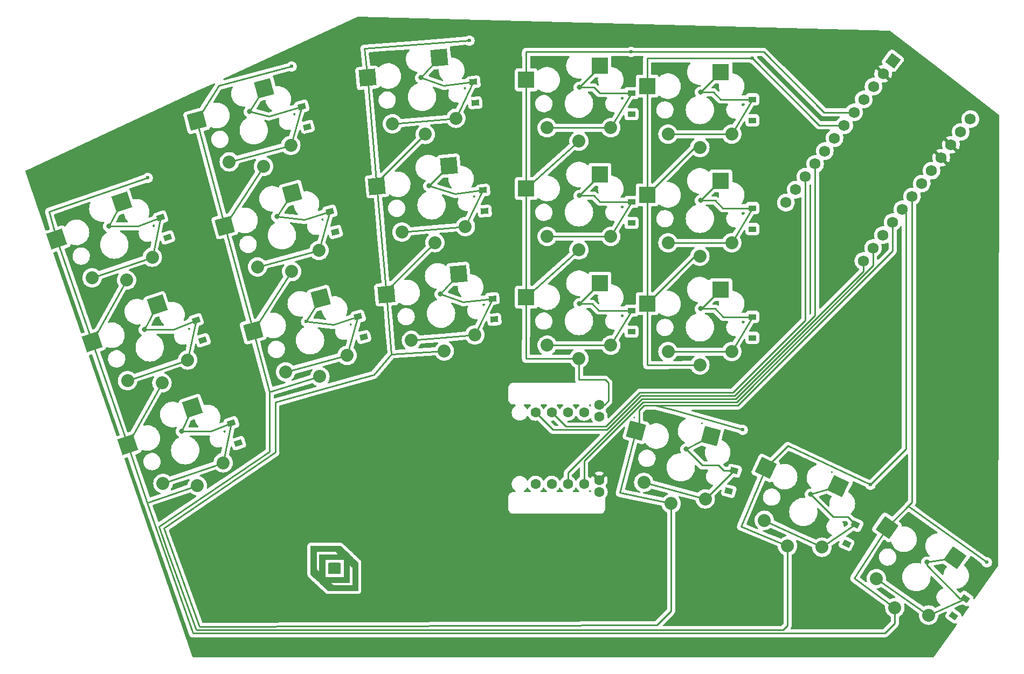
<source format=gtl>
%TF.GenerationSoftware,KiCad,Pcbnew,5.99.0-unknown-fa82fcb809~131~ubuntu20.04.1*%
%TF.CreationDate,2021-08-27T12:31:06+02:00*%
%TF.ProjectId,tuck-n-roll,7475636b-2d6e-42d7-926f-6c6c2e6b6963,VERSION_HERE*%
%TF.SameCoordinates,Original*%
%TF.FileFunction,Copper,L1,Top*%
%TF.FilePolarity,Positive*%
%FSLAX46Y46*%
G04 Gerber Fmt 4.6, Leading zero omitted, Abs format (unit mm)*
G04 Created by KiCad (PCBNEW 5.99.0-unknown-fa82fcb809~131~ubuntu20.04.1) date 2021-08-27 12:31:06*
%MOMM*%
%LPD*%
G01*
G04 APERTURE LIST*
G04 Aperture macros list*
%AMRotRect*
0 Rectangle, with rotation*
0 The origin of the aperture is its center*
0 $1 length*
0 $2 width*
0 $3 Rotation angle, in degrees counterclockwise*
0 Add horizontal line*
21,1,$1,$2,0,0,$3*%
G04 Aperture macros list end*
%TA.AperFunction,EtchedComponent*%
%ADD10C,0.010000*%
%TD*%
%TA.AperFunction,ComponentPad*%
%ADD11C,2.032000*%
%TD*%
%TA.AperFunction,SMDPad,CuDef*%
%ADD12R,2.600000X2.600000*%
%TD*%
%TA.AperFunction,SMDPad,CuDef*%
%ADD13RotRect,2.600000X2.600000X15.000000*%
%TD*%
%TA.AperFunction,ComponentPad*%
%ADD14C,1.600000*%
%TD*%
%TA.AperFunction,SMDPad,CuDef*%
%ADD15RotRect,2.600000X2.600000X335.000000*%
%TD*%
%TA.AperFunction,SMDPad,CuDef*%
%ADD16RotRect,2.600000X2.600000X19.000000*%
%TD*%
%TA.AperFunction,ComponentPad*%
%ADD17R,1.200000X0.900000*%
%TD*%
%TA.AperFunction,ComponentPad*%
%ADD18RotRect,0.900000X1.200000X109.000000*%
%TD*%
%TA.AperFunction,ComponentPad*%
%ADD19RotRect,0.900000X1.200000X75.000000*%
%TD*%
%TA.AperFunction,ComponentPad*%
%ADD20RotRect,0.900000X1.200000X55.000000*%
%TD*%
%TA.AperFunction,ComponentPad*%
%ADD21RotRect,0.900000X1.200000X95.000000*%
%TD*%
%TA.AperFunction,SMDPad,CuDef*%
%ADD22RotRect,2.600000X2.600000X325.000000*%
%TD*%
%TA.AperFunction,ComponentPad*%
%ADD23RotRect,0.900000X1.200000X105.000000*%
%TD*%
%TA.AperFunction,SMDPad,CuDef*%
%ADD24RotRect,2.600000X2.600000X5.000000*%
%TD*%
%TA.AperFunction,SMDPad,CuDef*%
%ADD25RotRect,2.600000X2.600000X345.000000*%
%TD*%
%TA.AperFunction,ComponentPad*%
%ADD26RotRect,0.900000X1.200000X65.000000*%
%TD*%
%TA.AperFunction,ComponentPad*%
%ADD27RotRect,1.752600X1.752600X233.000000*%
%TD*%
%TA.AperFunction,ComponentPad*%
%ADD28C,1.752600*%
%TD*%
%TA.AperFunction,ViaPad*%
%ADD29C,0.800000*%
%TD*%
%TA.AperFunction,ViaPad*%
%ADD30C,0.600000*%
%TD*%
%TA.AperFunction,Conductor*%
%ADD31C,0.250000*%
%TD*%
G04 APERTURE END LIST*
D10*
%TO.C,G\u002A\u002A\u002A*%
X19025599Y-16135175D02*
X19197532Y-16297651D01*
X19197532Y-16297651D02*
X19398156Y-16487014D01*
X19398156Y-16487014D02*
X19625279Y-16701200D01*
X19625279Y-16701200D02*
X19876710Y-16938141D01*
X19876710Y-16938141D02*
X20150256Y-17195773D01*
X20150256Y-17195773D02*
X20443724Y-17472030D01*
X20443724Y-17472030D02*
X20754924Y-17764845D01*
X20754924Y-17764845D02*
X20780455Y-17788863D01*
X20780455Y-17788863D02*
X21611166Y-18570309D01*
X21611166Y-18570309D02*
X21611166Y-23008167D01*
X21611166Y-23008167D02*
X19245791Y-23006886D01*
X19245791Y-23006886D02*
X16880416Y-23005606D01*
X16880416Y-23005606D02*
X16285126Y-22440678D01*
X16285126Y-22440678D02*
X16137676Y-22300903D01*
X16137676Y-22300903D02*
X15966426Y-22138828D01*
X15966426Y-22138828D02*
X15778440Y-21961122D01*
X15778440Y-21961122D02*
X15580784Y-21774459D01*
X15580784Y-21774459D02*
X15544531Y-21740253D01*
X15544531Y-21740253D02*
X17303750Y-21740253D01*
X17303750Y-21740253D02*
X17536583Y-21961245D01*
X17536583Y-21961245D02*
X17769416Y-22182236D01*
X17769416Y-22182236D02*
X19245791Y-22182451D01*
X19245791Y-22182451D02*
X20722166Y-22182667D01*
X20722166Y-22182667D02*
X20722166Y-19392522D01*
X20722166Y-19392522D02*
X20494625Y-19176890D01*
X20494625Y-19176890D02*
X20267083Y-18961258D01*
X20267083Y-18961258D02*
X20261639Y-20349712D01*
X20261639Y-20349712D02*
X20256195Y-21738167D01*
X20256195Y-21738167D02*
X18779972Y-21739210D01*
X18779972Y-21739210D02*
X17303750Y-21740253D01*
X17303750Y-21740253D02*
X15544531Y-21740253D01*
X15544531Y-21740253D02*
X15380523Y-21585508D01*
X15380523Y-21585508D02*
X15184722Y-21400941D01*
X15184722Y-21400941D02*
X15000448Y-21227430D01*
X15000448Y-21227430D02*
X14935855Y-21166667D01*
X14935855Y-21166667D02*
X14181875Y-20457583D01*
X14181875Y-20457583D02*
X14181837Y-19632083D01*
X14181837Y-19632083D02*
X15068995Y-19632083D01*
X15068995Y-19632083D02*
X15297372Y-19847682D01*
X15297372Y-19847682D02*
X15525750Y-20063280D01*
X15525750Y-20063280D02*
X15531193Y-18678223D01*
X15531193Y-18678223D02*
X15533392Y-18118667D01*
X15533392Y-18118667D02*
X16425333Y-18118667D01*
X16425333Y-18118667D02*
X16425333Y-20912667D01*
X16425333Y-20912667D02*
X19367500Y-20912667D01*
X19367500Y-20912667D02*
X19367500Y-18118667D01*
X19367500Y-18118667D02*
X16425333Y-18118667D01*
X16425333Y-18118667D02*
X15533392Y-18118667D01*
X15533392Y-18118667D02*
X15536637Y-17293167D01*
X15536637Y-17293167D02*
X17012860Y-17292184D01*
X17012860Y-17292184D02*
X18489083Y-17291202D01*
X18489083Y-17291202D02*
X18258801Y-17069934D01*
X18258801Y-17069934D02*
X18028518Y-16848667D01*
X18028518Y-16848667D02*
X15070666Y-16848667D01*
X15070666Y-16848667D02*
X15069830Y-18240375D01*
X15069830Y-18240375D02*
X15068995Y-19632083D01*
X15068995Y-19632083D02*
X14181837Y-19632083D01*
X14181837Y-19632083D02*
X14181770Y-18229792D01*
X14181770Y-18229792D02*
X14181666Y-16002000D01*
X14181666Y-16002000D02*
X18884782Y-16002000D01*
X18884782Y-16002000D02*
X19025599Y-16135175D01*
X19025599Y-16135175D02*
X19025599Y-16135175D01*
G36*
X15184722Y-21400941D02*
G01*
X15000448Y-21227430D01*
X14935855Y-21166667D01*
X14181875Y-20457583D01*
X14181837Y-19632083D01*
X15068995Y-19632083D01*
X15297372Y-19847682D01*
X15525750Y-20063280D01*
X15531193Y-18678223D01*
X15533392Y-18118667D01*
X16425333Y-18118667D01*
X16425333Y-20912667D01*
X19367500Y-20912667D01*
X19367500Y-18118667D01*
X16425333Y-18118667D01*
X15533392Y-18118667D01*
X15536637Y-17293167D01*
X17012860Y-17292184D01*
X18489083Y-17291202D01*
X18258801Y-17069934D01*
X18028518Y-16848667D01*
X15070666Y-16848667D01*
X15069830Y-18240375D01*
X15068995Y-19632083D01*
X14181837Y-19632083D01*
X14181770Y-18229792D01*
X14181666Y-16002000D01*
X18884782Y-16002000D01*
X19025599Y-16135175D01*
X19197532Y-16297651D01*
X19398156Y-16487014D01*
X19625279Y-16701200D01*
X19876710Y-16938141D01*
X20150256Y-17195773D01*
X20443724Y-17472030D01*
X20754924Y-17764845D01*
X20780455Y-17788863D01*
X21611166Y-18570309D01*
X21611166Y-23008167D01*
X19245791Y-23006886D01*
X16880416Y-23005606D01*
X16285126Y-22440678D01*
X16137676Y-22300903D01*
X15966426Y-22138828D01*
X15778440Y-21961122D01*
X15580784Y-21774459D01*
X15544531Y-21740253D01*
X17303750Y-21740253D01*
X17536583Y-21961245D01*
X17769416Y-22182236D01*
X19245791Y-22182451D01*
X20722166Y-22182667D01*
X20722166Y-19392522D01*
X20494625Y-19176890D01*
X20267083Y-18961258D01*
X20261639Y-20349712D01*
X20256195Y-21738167D01*
X18779972Y-21739210D01*
X17303750Y-21740253D01*
X15544531Y-21740253D01*
X15380523Y-21585508D01*
X15184722Y-21400941D01*
G37*
X15184722Y-21400941D02*
X15000448Y-21227430D01*
X14935855Y-21166667D01*
X14181875Y-20457583D01*
X14181837Y-19632083D01*
X15068995Y-19632083D01*
X15297372Y-19847682D01*
X15525750Y-20063280D01*
X15531193Y-18678223D01*
X15533392Y-18118667D01*
X16425333Y-18118667D01*
X16425333Y-20912667D01*
X19367500Y-20912667D01*
X19367500Y-18118667D01*
X16425333Y-18118667D01*
X15533392Y-18118667D01*
X15536637Y-17293167D01*
X17012860Y-17292184D01*
X18489083Y-17291202D01*
X18258801Y-17069934D01*
X18028518Y-16848667D01*
X15070666Y-16848667D01*
X15069830Y-18240375D01*
X15068995Y-19632083D01*
X14181837Y-19632083D01*
X14181770Y-18229792D01*
X14181666Y-16002000D01*
X18884782Y-16002000D01*
X19025599Y-16135175D01*
X19197532Y-16297651D01*
X19398156Y-16487014D01*
X19625279Y-16701200D01*
X19876710Y-16938141D01*
X20150256Y-17195773D01*
X20443724Y-17472030D01*
X20754924Y-17764845D01*
X20780455Y-17788863D01*
X21611166Y-18570309D01*
X21611166Y-23008167D01*
X19245791Y-23006886D01*
X16880416Y-23005606D01*
X16285126Y-22440678D01*
X16137676Y-22300903D01*
X15966426Y-22138828D01*
X15778440Y-21961122D01*
X15580784Y-21774459D01*
X15544531Y-21740253D01*
X17303750Y-21740253D01*
X17536583Y-21961245D01*
X17769416Y-22182236D01*
X19245791Y-22182451D01*
X20722166Y-22182667D01*
X20722166Y-19392522D01*
X20494625Y-19176890D01*
X20267083Y-18961258D01*
X20261639Y-20349712D01*
X20256195Y-21738167D01*
X18779972Y-21739210D01*
X17303750Y-21740253D01*
X15544531Y-21740253D01*
X15380523Y-21585508D01*
X15184722Y-21400941D01*
%TD*%
D11*
%TO.P,S20,1*%
%TO.N,index_bottom*%
X61322091Y15590601D03*
X51322091Y15590601D03*
%TO.P,S20,2*%
%TO.N,P21*%
X56322091Y13490601D03*
X56322091Y13490601D03*
%TD*%
D12*
%TO.P,S25,1*%
%TO.N,inner_bottom*%
X78597091Y24340601D03*
%TO.P,S25,2*%
%TO.N,P20*%
X67047091Y22140601D03*
%TD*%
D13*
%TO.P,S7,1*%
%TO.N,ring_bottom*%
X15714756Y22958883D03*
%TO.P,S7,2*%
%TO.N,P5*%
X5127714Y17844486D03*
%TD*%
D11*
%TO.P,S24,1*%
%TO.N,index_top*%
X61322091Y49790601D03*
X51322091Y49790601D03*
%TO.P,S24,2*%
%TO.N,P21*%
X56322091Y47690601D03*
X56322091Y47690601D03*
%TD*%
D12*
%TO.P,S19,1*%
%TO.N,index_bottom*%
X59597091Y25340601D03*
%TO.P,S19,2*%
%TO.N,P21*%
X48047091Y23140601D03*
%TD*%
D11*
%TO.P,S26,1*%
%TO.N,inner_bottom*%
X70322091Y14590601D03*
X80322091Y14590601D03*
%TO.P,S26,2*%
%TO.N,P20*%
X75322091Y12490601D03*
X75322091Y12490601D03*
%TD*%
D14*
%TO.P,REF\u002A\u002A,A*%
%TO.N,P8*%
X57132091Y5015601D03*
X57132091Y-6234399D03*
%TO.P,REF\u002A\u002A,B*%
%TO.N,P9*%
X54592091Y5015601D03*
X54592091Y-6234399D03*
%TO.P,REF\u002A\u002A,C*%
%TO.N,P14*%
X52052091Y-6234399D03*
X52052091Y5015601D03*
%TO.P,REF\u002A\u002A,D*%
%TO.N,P15*%
X49512091Y-6234399D03*
X49512091Y5015601D03*
%TO.P,REF\u002A\u002A,S1*%
%TO.N,P21*%
X59522091Y6240601D03*
X59522091Y-7459399D03*
%TO.P,REF\u002A\u002A,S2*%
%TO.N,GND*%
X59522091Y4390601D03*
X59522091Y-5609399D03*
%TD*%
D11*
%TO.P,S14,1*%
%TO.N,middle_bottom*%
X39967247Y17221619D03*
X30005300Y16350061D03*
%TO.P,S14,2*%
%TO.N,P6*%
X35169301Y14693831D03*
X35169301Y14693831D03*
%TD*%
D15*
%TO.P,S33,1*%
%TO.N,home_thumb*%
X97065240Y-6611159D03*
%TO.P,S33,2*%
%TO.N,P5*%
X85667625Y-3723796D03*
%TD*%
D16*
%TO.P,S3,1*%
%TO.N,pinky_home*%
X-9942431Y21934254D03*
%TO.P,S3,2*%
%TO.N,P4*%
X-20146921Y16093801D03*
%TD*%
D17*
%TO.P,D11,1*%
%TO.N,P10*%
X64572091Y34840601D03*
%TO.P,D11,2*%
%TO.N,index_home*%
X64572091Y38140601D03*
%TD*%
D18*
%TO.P,D3,1*%
%TO.N,P18*%
X-8331374Y32536382D03*
%TO.P,D3,2*%
%TO.N,pinky_top*%
X-9405748Y35656594D03*
%TD*%
D11*
%TO.P,S30,1*%
%TO.N,inner_top*%
X70322091Y48790601D03*
X80322091Y48790601D03*
%TO.P,S30,2*%
%TO.N,P20*%
X75322091Y46690601D03*
X75322091Y46690601D03*
%TD*%
%TO.P,S34,1*%
%TO.N,home_thumb*%
X85445015Y-11950494D03*
X94508093Y-16176677D03*
%TO.P,S34,2*%
%TO.N,P5*%
X89089055Y-15966832D03*
X89089055Y-15966832D03*
%TD*%
D17*
%TO.P,D10,1*%
%TO.N,P16*%
X64572091Y17740601D03*
%TO.P,D10,2*%
%TO.N,index_bottom*%
X64572091Y21040601D03*
%TD*%
D19*
%TO.P,D16,1*%
%TO.N,P7*%
X79863928Y-7338434D03*
%TO.P,D16,2*%
%TO.N,near_thumb*%
X80718030Y-4150878D03*
%TD*%
D11*
%TO.P,S18,1*%
%TO.N,middle_top*%
X36986521Y51291478D03*
X27024574Y50419920D03*
%TO.P,S18,2*%
%TO.N,P6*%
X32188575Y48763690D03*
X32188575Y48763690D03*
%TD*%
%TO.P,S2,1*%
%TO.N,pinky_bottom*%
X430093Y-2891314D03*
X-9025093Y-6146995D03*
%TO.P,S2,2*%
%TO.N,P4*%
X-3613807Y-6504744D03*
X-3613807Y-6504744D03*
%TD*%
%TO.P,S16,1*%
%TO.N,middle_home*%
X28514937Y33384990D03*
X38476884Y34256548D03*
%TO.P,S16,2*%
%TO.N,P6*%
X33678938Y31728760D03*
X33678938Y31728760D03*
%TD*%
D20*
%TO.P,D18,1*%
%TO.N,P7*%
X115144598Y-26951474D03*
%TO.P,D18,2*%
%TO.N,far_thumb*%
X117037400Y-24248272D03*
%TD*%
D21*
%TO.P,D7,1*%
%TO.N,P16*%
X43017495Y19646694D03*
%TO.P,D7,2*%
%TO.N,middle_bottom*%
X42729881Y22934136D03*
%TD*%
D13*
%TO.P,S11,1*%
%TO.N,ring_top*%
X6863145Y55993547D03*
%TO.P,S11,2*%
%TO.N,P5*%
X-3723897Y50879150D03*
%TD*%
D11*
%TO.P,S12,1*%
%TO.N,ring_top*%
X11052853Y47022233D03*
X1393594Y44434043D03*
%TO.P,S12,2*%
%TO.N,P5*%
X6766743Y43699694D03*
X6766743Y43699694D03*
%TD*%
D12*
%TO.P,S21,1*%
%TO.N,index_home*%
X59597091Y42440601D03*
%TO.P,S21,2*%
%TO.N,P21*%
X48047091Y40240601D03*
%TD*%
D17*
%TO.P,D14,1*%
%TO.N,P10*%
X83572091Y33840601D03*
%TO.P,D14,2*%
%TO.N,inner_home*%
X83572091Y37140601D03*
%TD*%
D22*
%TO.P,S35,1*%
%TO.N,far_thumb*%
X115428498Y-17872375D03*
%TO.P,S35,2*%
%TO.N,P4*%
X104705423Y-13049702D03*
%TD*%
D23*
%TO.P,D5,1*%
%TO.N,P10*%
X18061454Y33422803D03*
%TO.P,D5,2*%
%TO.N,ring_home*%
X17207353Y36610359D03*
%TD*%
D11*
%TO.P,S22,1*%
%TO.N,index_home*%
X51322091Y32690601D03*
X61322091Y32690601D03*
%TO.P,S22,2*%
%TO.N,P21*%
X56322091Y30590601D03*
X56322091Y30590601D03*
%TD*%
D17*
%TO.P,D13,1*%
%TO.N,P16*%
X83572091Y16740601D03*
%TO.P,D13,2*%
%TO.N,inner_bottom*%
X83572091Y20040601D03*
%TD*%
D13*
%TO.P,S9,1*%
%TO.N,ring_home*%
X11288950Y39476215D03*
%TO.P,S9,2*%
%TO.N,P5*%
X701908Y34361818D03*
%TD*%
D21*
%TO.P,D9,1*%
%TO.N,P18*%
X40036769Y53716553D03*
%TO.P,D9,2*%
%TO.N,middle_top*%
X39749155Y57003995D03*
%TD*%
D18*
%TO.P,D1,1*%
%TO.N,P16*%
X2803057Y199647D03*
%TO.P,D1,2*%
%TO.N,pinky_bottom*%
X1728683Y3319859D03*
%TD*%
D24*
%TO.P,S15,1*%
%TO.N,middle_home*%
X35908680Y43819103D03*
%TO.P,S15,2*%
%TO.N,P6*%
X24594374Y40620825D03*
%TD*%
D17*
%TO.P,D12,1*%
%TO.N,P18*%
X64572091Y51940601D03*
%TO.P,D12,2*%
%TO.N,index_top*%
X64572091Y55240601D03*
%TD*%
D11*
%TO.P,S6,1*%
%TO.N,pinky_top*%
X-10704337Y29445421D03*
X-20159523Y26189740D03*
%TO.P,S6,2*%
%TO.N,P4*%
X-14748237Y25831991D03*
X-14748237Y25831991D03*
%TD*%
D12*
%TO.P,S27,1*%
%TO.N,inner_home*%
X78597091Y41440601D03*
%TO.P,S27,2*%
%TO.N,P20*%
X67047091Y39240601D03*
%TD*%
D25*
%TO.P,S31,1*%
%TO.N,near_thumb*%
X77025471Y1290227D03*
%TO.P,S31,2*%
%TO.N,P6*%
X65299626Y2154550D03*
%TD*%
D11*
%TO.P,S10,1*%
%TO.N,ring_home*%
X5819399Y27916711D03*
X15478658Y30504901D03*
%TO.P,S10,2*%
%TO.N,P5*%
X11192548Y27182362D03*
X11192548Y27182362D03*
%TD*%
D18*
%TO.P,D2,1*%
%TO.N,P10*%
X-2764159Y16368015D03*
%TO.P,D2,2*%
%TO.N,pinky_home*%
X-3838533Y19488227D03*
%TD*%
D17*
%TO.P,D15,1*%
%TO.N,P18*%
X83572091Y50940601D03*
%TO.P,D15,2*%
%TO.N,inner_top*%
X83572091Y54240601D03*
%TD*%
D11*
%TO.P,S4,1*%
%TO.N,pinky_home*%
X-14592308Y10021372D03*
X-5137122Y13277053D03*
%TO.P,S4,2*%
%TO.N,P4*%
X-9181022Y9663623D03*
X-9181022Y9663623D03*
%TD*%
D26*
%TO.P,D17,1*%
%TO.N,P7*%
X98362222Y-15601625D03*
%TO.P,D17,2*%
%TO.N,home_thumb*%
X99756862Y-12610809D03*
%TD*%
D16*
%TO.P,S5,1*%
%TO.N,pinky_top*%
X-15509646Y38102622D03*
%TO.P,S5,2*%
%TO.N,P4*%
X-25714136Y32262169D03*
%TD*%
D24*
%TO.P,S13,1*%
%TO.N,middle_bottom*%
X37399043Y26784174D03*
%TO.P,S13,2*%
%TO.N,P6*%
X26084737Y23585896D03*
%TD*%
D23*
%TO.P,D4,1*%
%TO.N,P16*%
X22487261Y16905471D03*
%TO.P,D4,2*%
%TO.N,ring_bottom*%
X21633159Y20093027D03*
%TD*%
D11*
%TO.P,S36,1*%
%TO.N,far_thumb*%
X111249165Y-26848527D03*
X103057644Y-21112763D03*
%TO.P,S36,2*%
%TO.N,P4*%
X105948894Y-25700864D03*
X105948894Y-25700864D03*
%TD*%
%TO.P,S28,1*%
%TO.N,inner_home*%
X70322091Y31690601D03*
X80322091Y31690601D03*
%TO.P,S28,2*%
%TO.N,P20*%
X75322091Y29590601D03*
X75322091Y29590601D03*
%TD*%
%TO.P,S32,1*%
%TO.N,near_thumb*%
X66508949Y-5985822D03*
X76168208Y-8574012D03*
%TO.P,S32,2*%
%TO.N,P6*%
X70795059Y-9308361D03*
X70795059Y-9308361D03*
%TD*%
D12*
%TO.P,S23,1*%
%TO.N,index_top*%
X59597091Y59540601D03*
%TO.P,S23,2*%
%TO.N,P21*%
X48047091Y57340601D03*
%TD*%
D16*
%TO.P,S1,1*%
%TO.N,pinky_bottom*%
X-4375216Y5765887D03*
%TO.P,S1,2*%
%TO.N,P4*%
X-14579706Y-74566D03*
%TD*%
D11*
%TO.P,S8,1*%
%TO.N,ring_bottom*%
X10245205Y11399379D03*
X19904464Y13987569D03*
%TO.P,S8,2*%
%TO.N,P5*%
X15618354Y10665030D03*
X15618354Y10665030D03*
%TD*%
D12*
%TO.P,S29,1*%
%TO.N,inner_top*%
X78597091Y58540601D03*
%TO.P,S29,2*%
%TO.N,P20*%
X67047091Y56340601D03*
%TD*%
D21*
%TO.P,D8,1*%
%TO.N,P10*%
X41527132Y36681623D03*
%TO.P,D8,2*%
%TO.N,middle_home*%
X41239518Y39969065D03*
%TD*%
D23*
%TO.P,D6,1*%
%TO.N,P18*%
X13635650Y49940135D03*
%TO.P,D6,2*%
%TO.N,ring_top*%
X12781548Y53127691D03*
%TD*%
D27*
%TO.P,MCU1,1*%
%TO.N,RAW*%
X105643844Y60333370D03*
D28*
%TO.P,MCU1,2*%
%TO.N,GND*%
X104115234Y58304835D03*
%TO.P,MCU1,3*%
%TO.N,RST*%
X102586624Y56276301D03*
%TO.P,MCU1,4*%
%TO.N,VCC*%
X101058014Y54247767D03*
%TO.P,MCU1,5*%
%TO.N,P21*%
X99529404Y52219233D03*
%TO.P,MCU1,6*%
%TO.N,P20*%
X98000793Y50190699D03*
%TO.P,MCU1,7*%
%TO.N,P19*%
X96472183Y48162164D03*
%TO.P,MCU1,8*%
%TO.N,P18*%
X94943573Y46133630D03*
%TO.P,MCU1,9*%
%TO.N,P15*%
X93414963Y44105096D03*
%TO.P,MCU1,10*%
%TO.N,P14*%
X91886353Y42076562D03*
%TO.P,MCU1,11*%
%TO.N,P16*%
X90357743Y40048028D03*
%TO.P,MCU1,12*%
%TO.N,P10*%
X88829133Y38019493D03*
%TO.P,MCU1,13*%
%TO.N,P1*%
X117815049Y51161709D03*
%TO.P,MCU1,14*%
%TO.N,P0*%
X116286439Y49133174D03*
%TO.P,MCU1,15*%
%TO.N,GND*%
X114757829Y47104640D03*
%TO.P,MCU1,16*%
X113229219Y45076106D03*
%TO.P,MCU1,17*%
%TO.N,P2*%
X111700609Y43047572D03*
%TO.P,MCU1,18*%
%TO.N,P3*%
X110171999Y41019038D03*
%TO.P,MCU1,19*%
%TO.N,P4*%
X108643389Y38990503D03*
%TO.P,MCU1,20*%
%TO.N,P5*%
X107114778Y36961969D03*
%TO.P,MCU1,21*%
%TO.N,P6*%
X105586168Y34933435D03*
%TO.P,MCU1,22*%
%TO.N,P7*%
X104057558Y32904901D03*
%TO.P,MCU1,23*%
%TO.N,P8*%
X102528948Y30876367D03*
%TO.P,MCU1,24*%
%TO.N,P9*%
X101000338Y28847832D03*
%TD*%
D24*
%TO.P,S17,1*%
%TO.N,middle_top*%
X34418317Y60854033D03*
%TO.P,S17,2*%
%TO.N,P6*%
X23104011Y57655755D03*
%TD*%
D29*
%TO.N,pinky_bottom*%
X-6096000Y2032000D03*
D30*
%TO.N,P4*%
X-11430000Y41910000D03*
X120396000Y-18542000D03*
D29*
%TO.N,pinky_home*%
X-11938000Y18034000D03*
%TO.N,pinky_top*%
X-17526000Y34290000D03*
D30*
%TO.N,ring_bottom*%
X13462000Y19304000D03*
%TO.N,P5*%
X11176000Y59436000D03*
X102108000Y-6350000D03*
D29*
%TO.N,ring_home*%
X8890000Y35814000D03*
%TO.N,ring_top*%
X4572000Y52324000D03*
%TO.N,middle_bottom*%
X34544000Y23622000D03*
D30*
%TO.N,P6*%
X82042000Y2286000D03*
X39116000Y63500000D03*
D29*
%TO.N,middle_home*%
X32766000Y40640000D03*
%TO.N,middle_top*%
X31496000Y57658000D03*
%TO.N,index_bottom*%
X56388000Y22098000D03*
D30*
%TO.N,P21*%
X64516000Y61722000D03*
D29*
%TO.N,index_home*%
X56388000Y39116000D03*
%TO.N,index_top*%
X56388000Y56134000D03*
%TO.N,inner_bottom*%
X75438000Y21336000D03*
D30*
%TO.N,P20*%
X83566000Y60706000D03*
D29*
%TO.N,inner_home*%
X75438000Y38354000D03*
%TO.N,inner_top*%
X75438000Y55372000D03*
%TO.N,near_thumb*%
X73152000Y-762000D03*
%TO.N,home_thumb*%
X92710000Y-7874000D03*
%TO.N,far_thumb*%
X110998000Y-18542000D03*
%TD*%
D31*
%TO.N,pinky_bottom*%
X-9025093Y-6146995D02*
X430093Y-2891314D01*
X-1524000Y2032000D02*
X1728683Y3319859D01*
X-4375216Y5765887D02*
X-6096000Y2032000D01*
X430093Y-2891314D02*
X1728683Y3319859D01*
X-6096000Y2032000D02*
X-1524000Y2032000D01*
%TO.N,P4*%
X108026563Y-9728563D02*
X108643389Y-9111736D01*
X108643389Y-9111736D02*
X108643389Y38990503D01*
X-25714136Y32262169D02*
X-26924000Y36576000D01*
X99568000Y-21082000D02*
X104705423Y-13049702D01*
X-25714136Y32262169D02*
X-20146921Y16093801D01*
X-3613807Y-6504744D02*
X-11477022Y-9191022D01*
X-26924000Y36576000D02*
X-11430000Y41910000D01*
X-11477022Y-9191022D02*
X-4318000Y-29718000D01*
X-14579706Y-74566D02*
X-9181022Y9663623D01*
X120396000Y-18542000D02*
X108026563Y-9728563D01*
X-20146921Y16093801D02*
X-14579706Y-74566D01*
X105948894Y-25700864D02*
X99568000Y-21082000D01*
X105948894Y-28163106D02*
X105948894Y-25700864D01*
X-20146921Y16093801D02*
X-14748237Y25831991D01*
X104705423Y-13049702D02*
X108026563Y-9728563D01*
X-14579706Y-74566D02*
X-11477022Y-9191022D01*
X-4318000Y-29718000D02*
X104394000Y-29718000D01*
X104394000Y-29718000D02*
X105948894Y-28163106D01*
%TO.N,pinky_home*%
X-14592308Y10021372D02*
X-5137122Y13277053D01*
X-7366000Y18034000D02*
X-3838533Y19488227D01*
X-5137122Y13277053D02*
X-3838533Y19488227D01*
X-11938000Y18034000D02*
X-9942431Y21934254D01*
X-11938000Y18034000D02*
X-7366000Y18034000D01*
%TO.N,pinky_top*%
X-15509646Y38102622D02*
X-17526000Y34290000D01*
X-17526000Y34290000D02*
X-12954000Y34290000D01*
X-10704337Y29445421D02*
X-9405748Y35656594D01*
X-20159523Y26189740D02*
X-10704337Y29445421D01*
X-12954000Y34290000D02*
X-9405748Y35656594D01*
%TO.N,ring_bottom*%
X10245205Y11399379D02*
X19904464Y13987569D01*
X13462000Y19304000D02*
X17780000Y18796000D01*
X19904464Y13987569D02*
X21633159Y20093027D01*
X15714756Y22958883D02*
X13462000Y19304000D01*
X17780000Y18796000D02*
X21633159Y20093027D01*
%TO.N,P5*%
X85667625Y-3723796D02*
X89145710Y-245710D01*
X107696000Y-762000D02*
X107696000Y36380747D01*
X-3723897Y50879150D02*
X701908Y34361818D01*
X701908Y34361818D02*
X5127714Y17844486D01*
X89089055Y-28512945D02*
X89089055Y-15966832D01*
X-9652000Y-12954000D02*
X-8132658Y-17415263D01*
X81788000Y-12954000D02*
X85667625Y-3723796D01*
X5127714Y17844486D02*
X11192548Y27182362D01*
X-3810000Y-29210000D02*
X88392000Y-29210000D01*
X15618354Y10665030D02*
X7714839Y8222839D01*
X89089055Y-15966832D02*
X81788000Y-12954000D01*
X7714839Y8222839D02*
X7714839Y-1175161D01*
X11176000Y59436000D02*
X-254000Y56388000D01*
X-254000Y56388000D02*
X-3723897Y50879150D01*
X88392000Y-29210000D02*
X89089055Y-28512945D01*
X102108000Y-6350000D02*
X107696000Y-762000D01*
X-8075849Y-17578151D02*
X-3810000Y-29210000D01*
X89145710Y-245710D02*
X102108000Y-6350000D01*
X107696000Y36380747D02*
X107114778Y36961969D01*
X-8132658Y-17415263D02*
X-8075849Y-17578151D01*
X5127714Y17844486D02*
X7714839Y8222839D01*
X701908Y34361818D02*
X6766743Y43699694D01*
X7714839Y-1175161D02*
X-9652000Y-12954000D01*
%TO.N,ring_home*%
X8890000Y35814000D02*
X11288950Y39476215D01*
X13208000Y35306000D02*
X17207353Y36610359D01*
X8890000Y35814000D02*
X13208000Y35306000D01*
X15478658Y30504901D02*
X17207353Y36610359D01*
X15478658Y30504901D02*
X5819399Y27916711D01*
%TO.N,ring_top*%
X11052853Y47022233D02*
X12781548Y53127691D01*
X1393594Y44434043D02*
X11052853Y47022233D01*
X6863145Y55993547D02*
X4572000Y52324000D01*
X4572000Y52324000D02*
X7620000Y51562000D01*
X7620000Y51562000D02*
X12781548Y53127691D01*
%TO.N,middle_bottom*%
X38100000Y22352000D02*
X42729881Y22934136D01*
X37399043Y26784174D02*
X34544000Y23622000D01*
X39967247Y17221619D02*
X42729881Y22934136D01*
X30005300Y16350061D02*
X39967247Y17221619D01*
X34544000Y23622000D02*
X38100000Y22352000D01*
%TO.N,P6*%
X62738000Y-7620000D02*
X65299626Y2154550D01*
X-3302000Y-28702000D02*
X68580000Y-28448000D01*
X70795059Y-26232941D02*
X70795059Y-9308361D01*
X8636000Y-1270000D02*
X-8890000Y-13208000D01*
X35169301Y14693831D02*
X26879305Y14179305D01*
X66548000Y6096000D02*
X81280000Y6096000D01*
X26084737Y23585896D02*
X26879305Y14179305D01*
X65299626Y2154550D02*
X65786000Y2640924D01*
X26084737Y23585896D02*
X26084737Y24134559D01*
X24594374Y40620825D02*
X26084737Y23585896D01*
X24594374Y41169489D02*
X32188575Y48763690D01*
X-8890000Y-13208000D02*
X-3302000Y-28702000D01*
X68326000Y6096000D02*
X71374000Y5334000D01*
X65786000Y5334000D02*
X66548000Y6096000D01*
X70795059Y-9308361D02*
X62738000Y-7620000D01*
X71374000Y5334000D02*
X82042000Y2286000D01*
X22606000Y62230000D02*
X23104011Y57655755D01*
X26879305Y14179305D02*
X24130000Y10922000D01*
X8636000Y6604000D02*
X8636000Y-1270000D01*
X65786000Y2640924D02*
X65786000Y5334000D01*
X81280000Y6096000D02*
X105586168Y30402168D01*
X68580000Y-28448000D02*
X70795059Y-26232941D01*
X24130000Y10922000D02*
X8636000Y6604000D01*
X105586168Y30402168D02*
X105586168Y34933435D01*
X39116000Y63500000D02*
X22606000Y62230000D01*
X23104011Y57655755D02*
X24594374Y40620825D01*
X26084737Y24134559D02*
X33678938Y31728760D01*
X24594374Y40620825D02*
X24594374Y41169489D01*
%TO.N,middle_home*%
X28514937Y33384990D02*
X38476884Y34256548D01*
X32766000Y40640000D02*
X35908680Y43819103D01*
X32766000Y40640000D02*
X36830000Y39370000D01*
X36830000Y39370000D02*
X41239518Y39969065D01*
X38476884Y34256548D02*
X41239518Y39969065D01*
%TO.N,middle_top*%
X34418317Y60854033D02*
X31496000Y57658000D01*
X27024574Y50419920D02*
X36986521Y51291478D01*
X35052000Y56388000D02*
X39749155Y57003995D01*
X31496000Y57658000D02*
X35052000Y56388000D01*
X36986521Y51291478D02*
X39749155Y57003995D01*
%TO.N,index_bottom*%
X51322091Y15590601D02*
X61322091Y15590601D01*
X59597091Y25340601D02*
X59597091Y25307091D01*
X59477399Y21040601D02*
X64572091Y21040601D01*
X56388000Y22098000D02*
X58420000Y22098000D01*
X58420000Y22098000D02*
X59477399Y21040601D01*
X59597091Y25307091D02*
X56388000Y22098000D01*
X61322091Y15590601D02*
X64572091Y21040601D01*
%TO.N,P21*%
X60960000Y6858000D02*
X60960000Y9652000D01*
X48047091Y40240601D02*
X56322091Y47690601D01*
X60960000Y9652000D02*
X60452000Y10160000D01*
X56388000Y10160000D02*
X56322091Y10225909D01*
X94846767Y52219233D02*
X99529404Y52219233D01*
X64516000Y61722000D02*
X48006000Y61722000D01*
X60452000Y10160000D02*
X56388000Y10160000D01*
X64516000Y61722000D02*
X85344000Y61722000D01*
X60342601Y6240601D02*
X60960000Y6858000D01*
X48047091Y40240601D02*
X48047091Y23140601D01*
X48047091Y57340601D02*
X48047091Y40240601D01*
X48047091Y23140601D02*
X56322091Y30590601D01*
X85344000Y61722000D02*
X94846767Y52219233D01*
X48006000Y61722000D02*
X48047091Y57340601D01*
X56322091Y13490601D02*
X48006000Y13462000D01*
X56322091Y10225909D02*
X56322091Y13490601D01*
X59522091Y6240601D02*
X60342601Y6240601D01*
X48006000Y13462000D02*
X48047091Y23140601D01*
%TO.N,index_home*%
X56388000Y39116000D02*
X59597091Y42325091D01*
X51322091Y32690601D02*
X61322091Y32690601D01*
X56388000Y39116000D02*
X58674000Y39116000D01*
X59597091Y42325091D02*
X59597091Y42440601D01*
X61322091Y32690601D02*
X64572091Y38140601D01*
X58674000Y39116000D02*
X59649399Y38140601D01*
X59649399Y38140601D02*
X64572091Y38140601D01*
%TO.N,index_top*%
X51322091Y49790601D02*
X61322091Y49790601D01*
X56388000Y56134000D02*
X58674000Y56134000D01*
X58674000Y56134000D02*
X59567399Y55240601D01*
X61322091Y49790601D02*
X64572091Y55240601D01*
X59597091Y59343091D02*
X56388000Y56134000D01*
X59597091Y59540601D02*
X59597091Y59343091D01*
X59567399Y55240601D02*
X64572091Y55240601D01*
%TO.N,inner_bottom*%
X75592490Y21336000D02*
X75438000Y21336000D01*
X79019399Y20040601D02*
X83572091Y20040601D01*
X78597091Y24340601D02*
X75592490Y21336000D01*
X80322091Y14590601D02*
X83572091Y20040601D01*
X75438000Y21336000D02*
X77724000Y21336000D01*
X70322091Y14590601D02*
X80322091Y14590601D01*
X77724000Y21336000D02*
X79019399Y20040601D01*
%TO.N,P20*%
X74497091Y29590601D02*
X75322091Y29590601D01*
X83566000Y60706000D02*
X94081301Y50190699D01*
X74497091Y46690601D02*
X75322091Y46690601D01*
X67047091Y39240601D02*
X67047091Y22140601D01*
X67047091Y56340601D02*
X67047091Y39240601D01*
X94081301Y50190699D02*
X98000793Y50190699D01*
X67047091Y22140601D02*
X74497091Y29590601D01*
X67056000Y12446000D02*
X75322091Y12490601D01*
X67056000Y60706000D02*
X67047091Y56340601D01*
X67047091Y39240601D02*
X74497091Y46690601D01*
X83566000Y60706000D02*
X67056000Y60706000D01*
X67047091Y22140601D02*
X67056000Y12446000D01*
%TO.N,inner_home*%
X78937399Y37140601D02*
X83572091Y37140601D01*
X80322091Y31690601D02*
X83572091Y37140601D01*
X77724000Y38354000D02*
X78937399Y37140601D01*
X78597091Y41440601D02*
X78524601Y41440601D01*
X70322091Y31690601D02*
X80322091Y31690601D01*
X75438000Y38354000D02*
X77724000Y38354000D01*
X78524601Y41440601D02*
X75438000Y38354000D01*
%TO.N,inner_top*%
X78601399Y54240601D02*
X83572091Y54240601D01*
X80322091Y48790601D02*
X70322091Y48790601D01*
X75438000Y55372000D02*
X78597091Y58531091D01*
X80322091Y48790601D02*
X83572091Y54240601D01*
X75438000Y55372000D02*
X77470000Y55372000D01*
X77470000Y55372000D02*
X78601399Y54240601D01*
X78597091Y58531091D02*
X78597091Y58540601D01*
%TO.N,near_thumb*%
X76168208Y-8574012D02*
X66508949Y-5985822D01*
X73152000Y-762000D02*
X75692000Y-3302000D01*
X75692000Y-3302000D02*
X78232000Y-3302000D01*
X77025471Y1290227D02*
X73152000Y-762000D01*
X78232000Y-3302000D02*
X79080878Y-4150878D01*
X76168208Y-8574012D02*
X80718030Y-4150878D01*
X79080878Y-4150878D02*
X80718030Y-4150878D01*
%TO.N,home_thumb*%
X92710000Y-7874000D02*
X96266000Y-11430000D01*
X96266000Y-11430000D02*
X98576053Y-11430000D01*
X94508093Y-16176677D02*
X85445015Y-11950494D01*
X98576053Y-11430000D02*
X99756862Y-12610809D01*
X94508093Y-16176677D02*
X99756862Y-12610809D01*
X92710000Y-7874000D02*
X97065240Y-6611159D01*
%TO.N,far_thumb*%
X111249165Y-26848527D02*
X103057644Y-21112763D01*
X111249165Y-26848527D02*
X117037400Y-24248272D01*
X115428498Y-17872375D02*
X110998000Y-18542000D01*
X116196272Y-24248272D02*
X110998000Y-19050000D01*
X110998000Y-19050000D02*
X110998000Y-18542000D01*
X117037400Y-24248272D02*
X116196272Y-24248272D01*
%TO.N,P15*%
X49512091Y5015601D02*
X52241692Y2286000D01*
X93414963Y20262963D02*
X93414963Y44105096D01*
X80772000Y7620000D02*
X93414963Y20262963D01*
X60704592Y2286000D02*
X66038592Y7620000D01*
X52241692Y2286000D02*
X60704592Y2286000D01*
X66038592Y7620000D02*
X80772000Y7620000D01*
%TO.N,P14*%
X65910888Y8128000D02*
X80518000Y8128000D01*
X60576888Y2794000D02*
X65910888Y8128000D01*
X80518000Y8128000D02*
X91886353Y19496353D01*
X54273692Y2794000D02*
X60576888Y2794000D01*
X52052091Y5015601D02*
X54273692Y2794000D01*
X91886353Y19496353D02*
X91886353Y42076562D01*
%TO.N,P8*%
X81085896Y6662490D02*
X102528948Y28105542D01*
X57132091Y-6234399D02*
X57132091Y-2557909D01*
X57132091Y-2557909D02*
X66352490Y6662490D01*
X102528948Y28105542D02*
X102528948Y30876367D01*
X66352490Y6662490D02*
X81085896Y6662490D01*
%TO.N,P9*%
X54592091Y-6234399D02*
X54592091Y-4462205D01*
X101000338Y27212634D02*
X101000338Y28847832D01*
X54592091Y-4462205D02*
X66224786Y7170490D01*
X80958194Y7170490D02*
X101000338Y27212634D01*
X66224786Y7170490D02*
X80958194Y7170490D01*
%TD*%
%TA.AperFunction,Conductor*%
%TO.N,GND*%
G36*
X105096319Y65088383D02*
G01*
X105115650Y65086373D01*
X105122751Y65085075D01*
X105177055Y65060894D01*
X113092599Y58954618D01*
X122264459Y51879183D01*
X122306179Y51821737D01*
X122313498Y51779179D01*
X122303407Y46462956D01*
X122179102Y-19021249D01*
X122179097Y-19023844D01*
X122177558Y-19043236D01*
X122176093Y-19052524D01*
X122154845Y-19105164D01*
X118524866Y-24289311D01*
X118469409Y-24333639D01*
X118398790Y-24340948D01*
X118335429Y-24308917D01*
X118299444Y-24247716D01*
X118295719Y-24221107D01*
X118293215Y-24143563D01*
X118293215Y-24143561D01*
X118292925Y-24134591D01*
X118247552Y-23996181D01*
X118165155Y-23876069D01*
X118118093Y-23834869D01*
X118115316Y-23832925D01*
X118115309Y-23832919D01*
X117059048Y-23093317D01*
X117059047Y-23093316D01*
X117056253Y-23091360D01*
X117001442Y-23061228D01*
X116993791Y-23059257D01*
X116993790Y-23059256D01*
X116869084Y-23027121D01*
X116860391Y-23024881D01*
X116791052Y-23027121D01*
X116723783Y-23029294D01*
X116723782Y-23029294D01*
X116714810Y-23029584D01*
X116576400Y-23074957D01*
X116568999Y-23080034D01*
X116495705Y-23130313D01*
X116456287Y-23157353D01*
X116426112Y-23191822D01*
X116418289Y-23200759D01*
X116415088Y-23204415D01*
X116394830Y-23233346D01*
X116350167Y-23297131D01*
X116294710Y-23341459D01*
X116224090Y-23348768D01*
X116157859Y-23313955D01*
X115719346Y-22875442D01*
X115685320Y-22813130D01*
X115690385Y-22742315D01*
X115732932Y-22685479D01*
X115793303Y-22661261D01*
X115956902Y-22641463D01*
X116221794Y-22571970D01*
X116225754Y-22570330D01*
X116225759Y-22570328D01*
X116368170Y-22511339D01*
X116474803Y-22467170D01*
X116702361Y-22334196D01*
X116707546Y-22331166D01*
X116707547Y-22331165D01*
X116711249Y-22329002D01*
X116926756Y-22160023D01*
X116965528Y-22120014D01*
X117114353Y-21966438D01*
X117117336Y-21963360D01*
X117119869Y-21959912D01*
X117119873Y-21959907D01*
X117276924Y-21746107D01*
X117279462Y-21742652D01*
X117293671Y-21716483D01*
X117408085Y-21505759D01*
X117408086Y-21505757D01*
X117410135Y-21501983D01*
X117493869Y-21280387D01*
X117505418Y-21249824D01*
X117505419Y-21249820D01*
X117506936Y-21245806D01*
X117536278Y-21117693D01*
X117567116Y-20983046D01*
X117567117Y-20983042D01*
X117568074Y-20978862D01*
X117568743Y-20971372D01*
X117592198Y-20708556D01*
X117592198Y-20708554D01*
X117592418Y-20706090D01*
X117592860Y-20663929D01*
X117592691Y-20661448D01*
X117574526Y-20394984D01*
X117574525Y-20394978D01*
X117574234Y-20390707D01*
X117518699Y-20122541D01*
X117427284Y-19864394D01*
X117301680Y-19621041D01*
X117291707Y-19606850D01*
X117146675Y-19400491D01*
X117144212Y-19396986D01*
X117034889Y-19279340D01*
X116960713Y-19199517D01*
X116960710Y-19199514D01*
X116957792Y-19196374D01*
X116890211Y-19141059D01*
X116850165Y-19082436D01*
X116848172Y-19011467D01*
X116866804Y-18971285D01*
X117681233Y-17808159D01*
X117681234Y-17808157D01*
X117683192Y-17805361D01*
X117695403Y-17783149D01*
X117709517Y-17757477D01*
X117709518Y-17757476D01*
X117713325Y-17750550D01*
X117742048Y-17639081D01*
X117778415Y-17578108D01*
X117841975Y-17546474D01*
X117912547Y-17554225D01*
X117937178Y-17567907D01*
X118239265Y-17783149D01*
X119584855Y-18741905D01*
X119628725Y-18797722D01*
X119631290Y-18804731D01*
X119657418Y-18883273D01*
X119661065Y-18889295D01*
X119661066Y-18889297D01*
X119740979Y-19021249D01*
X119751380Y-19038424D01*
X119756269Y-19043487D01*
X119756270Y-19043488D01*
X119831061Y-19120936D01*
X119877382Y-19168902D01*
X120029159Y-19268222D01*
X120035763Y-19270678D01*
X120035765Y-19270679D01*
X120192558Y-19328990D01*
X120192560Y-19328990D01*
X120199168Y-19331448D01*
X120282995Y-19342633D01*
X120371980Y-19354507D01*
X120371984Y-19354507D01*
X120378961Y-19355438D01*
X120385972Y-19354800D01*
X120385976Y-19354800D01*
X120528459Y-19341832D01*
X120559600Y-19338998D01*
X120566302Y-19336820D01*
X120566304Y-19336820D01*
X120725409Y-19285124D01*
X120725412Y-19285123D01*
X120732108Y-19282947D01*
X120830920Y-19224043D01*
X120881860Y-19193677D01*
X120881862Y-19193676D01*
X120887912Y-19190069D01*
X121019266Y-19064982D01*
X121119643Y-18913902D01*
X121184055Y-18744338D01*
X121187371Y-18720746D01*
X121208748Y-18568639D01*
X121208748Y-18568636D01*
X121209299Y-18564717D01*
X121209477Y-18551941D01*
X121209561Y-18545962D01*
X121209561Y-18545957D01*
X121209616Y-18542000D01*
X121189397Y-18361745D01*
X121175374Y-18321476D01*
X121132064Y-18197106D01*
X121132062Y-18197103D01*
X121129745Y-18190448D01*
X121123064Y-18179756D01*
X121037359Y-18042598D01*
X121033626Y-18036624D01*
X121007956Y-18010774D01*
X120910778Y-17912915D01*
X120910774Y-17912912D01*
X120905815Y-17907918D01*
X120752666Y-17810727D01*
X120665900Y-17779831D01*
X120588425Y-17752243D01*
X120588420Y-17752242D01*
X120581790Y-17749881D01*
X120574802Y-17749048D01*
X120574799Y-17749047D01*
X120444567Y-17733518D01*
X120401680Y-17728404D01*
X120394675Y-17729140D01*
X120387631Y-17729091D01*
X120387651Y-17726191D01*
X120330612Y-17715754D01*
X120314175Y-17705838D01*
X110927339Y-11017556D01*
X109125211Y-9733509D01*
X109081340Y-9677690D01*
X109074611Y-9607013D01*
X109109232Y-9541798D01*
X109119524Y-9531506D01*
X109122004Y-9528309D01*
X109129709Y-9519287D01*
X109154548Y-9492836D01*
X109159975Y-9487057D01*
X109163794Y-9480111D01*
X109163796Y-9480108D01*
X109169737Y-9469302D01*
X109180588Y-9452783D01*
X109188147Y-9443037D01*
X109193003Y-9436777D01*
X109196148Y-9429508D01*
X109196151Y-9429504D01*
X109210563Y-9396199D01*
X109215780Y-9385549D01*
X109237084Y-9346796D01*
X109242122Y-9327173D01*
X109248526Y-9308470D01*
X109253422Y-9297155D01*
X109256570Y-9289881D01*
X109263486Y-9246217D01*
X109265893Y-9234596D01*
X109274917Y-9199447D01*
X109274917Y-9199446D01*
X109276889Y-9191766D01*
X109276889Y-9171505D01*
X109278440Y-9151794D01*
X109280368Y-9139621D01*
X109281608Y-9131793D01*
X109277448Y-9087782D01*
X109276889Y-9075925D01*
X109276889Y37680143D01*
X109296891Y37748264D01*
X109345884Y37791891D01*
X109345810Y37792015D01*
X109346453Y37792398D01*
X109347461Y37793296D01*
X109350253Y37794664D01*
X109350257Y37794666D01*
X109354896Y37796939D01*
X109540282Y37929173D01*
X109701582Y38089911D01*
X109714243Y38107530D01*
X109831444Y38270634D01*
X109834462Y38274834D01*
X109838795Y38283600D01*
X109933062Y38474335D01*
X109933063Y38474337D01*
X109935356Y38478977D01*
X110001553Y38696857D01*
X110002270Y38702304D01*
X110030839Y38919302D01*
X110030840Y38919309D01*
X110031276Y38922624D01*
X110031380Y38926862D01*
X110032853Y38987138D01*
X110032853Y38987143D01*
X110032935Y38990503D01*
X110024483Y39093306D01*
X110014700Y39212301D01*
X110014699Y39212307D01*
X110014276Y39217452D01*
X109974449Y39376011D01*
X109960061Y39433295D01*
X109960060Y39433299D01*
X109958802Y39438306D01*
X109956743Y39443042D01*
X109949000Y39460850D01*
X109940182Y39531297D01*
X109970850Y39595328D01*
X110031267Y39632614D01*
X110069165Y39637005D01*
X110168967Y39633345D01*
X110229870Y39631111D01*
X110229874Y39631111D01*
X110235033Y39630922D01*
X110240153Y39631578D01*
X110240155Y39631578D01*
X110351913Y39645895D01*
X110460902Y39659857D01*
X110465851Y39661342D01*
X110465857Y39661343D01*
X110592203Y39699249D01*
X110679012Y39725293D01*
X110686949Y39729181D01*
X110812787Y39790829D01*
X110883506Y39825474D01*
X110887710Y39828472D01*
X110887714Y39828475D01*
X110997967Y39907118D01*
X111068892Y39957708D01*
X111230192Y40118446D01*
X111242534Y40135621D01*
X111360054Y40299169D01*
X111363072Y40303369D01*
X111366635Y40310577D01*
X111461672Y40502870D01*
X111461673Y40502872D01*
X111463966Y40507512D01*
X111530163Y40725392D01*
X111538314Y40787306D01*
X111559449Y40947837D01*
X111559450Y40947844D01*
X111559886Y40951159D01*
X111560708Y40984802D01*
X111561463Y41015673D01*
X111561463Y41015678D01*
X111561545Y41019038D01*
X111553641Y41115180D01*
X111543310Y41240836D01*
X111543309Y41240842D01*
X111542886Y41245987D01*
X111500232Y41415802D01*
X111488671Y41461830D01*
X111488670Y41461834D01*
X111487412Y41466841D01*
X111477612Y41489380D01*
X111468791Y41559826D01*
X111499457Y41623858D01*
X111559873Y41661146D01*
X111597778Y41665538D01*
X111758479Y41659645D01*
X111758484Y41659645D01*
X111763643Y41659456D01*
X111768763Y41660112D01*
X111768765Y41660112D01*
X111840953Y41669360D01*
X111989512Y41688391D01*
X111994461Y41689876D01*
X111994467Y41689877D01*
X112120813Y41727783D01*
X112207622Y41753827D01*
X112215461Y41757667D01*
X112321509Y41809620D01*
X112412116Y41854008D01*
X112416320Y41857006D01*
X112416324Y41857009D01*
X112509898Y41923755D01*
X112597502Y41986242D01*
X112758802Y42146980D01*
X112775127Y42169698D01*
X112888664Y42327703D01*
X112891682Y42331903D01*
X112895557Y42339742D01*
X112990282Y42531404D01*
X112990283Y42531406D01*
X112992576Y42536046D01*
X113058773Y42753926D01*
X113071542Y42850917D01*
X113088059Y42976371D01*
X113088060Y42976378D01*
X113088496Y42979693D01*
X113088858Y42994492D01*
X113090073Y43044207D01*
X113090073Y43044212D01*
X113090155Y43047572D01*
X113077615Y43200101D01*
X113071920Y43269370D01*
X113071919Y43269376D01*
X113071496Y43274521D01*
X113037812Y43408624D01*
X113017281Y43490364D01*
X113017280Y43490368D01*
X113016022Y43495375D01*
X113006000Y43518424D01*
X112997180Y43588870D01*
X113027847Y43652902D01*
X113088263Y43690190D01*
X113126167Y43694581D01*
X113287066Y43688681D01*
X113297352Y43689148D01*
X113512889Y43716759D01*
X113522967Y43718901D01*
X113731096Y43781343D01*
X113740694Y43785104D01*
X113935834Y43880702D01*
X113944673Y43885971D01*
X113997323Y43923526D01*
X114005723Y43934225D01*
X113998734Y43947381D01*
X112100141Y45845974D01*
X112088605Y45852274D01*
X112076323Y45842651D01*
X112024362Y45766479D01*
X112019277Y45757528D01*
X111927790Y45560435D01*
X111924227Y45550748D01*
X111866161Y45341370D01*
X111864230Y45331250D01*
X111841139Y45115176D01*
X111840887Y45104887D01*
X111853395Y44887956D01*
X111854831Y44877736D01*
X111902601Y44665767D01*
X111905681Y44655939D01*
X111926515Y44604629D01*
X111933611Y44533988D01*
X111901389Y44470724D01*
X111840079Y44434924D01*
X111808233Y44431234D01*
X111608849Y44433670D01*
X111608847Y44433670D01*
X111603679Y44433733D01*
X111378585Y44399289D01*
X111162138Y44328543D01*
X111157546Y44326153D01*
X111157547Y44326153D01*
X110984471Y44236055D01*
X110960153Y44223396D01*
X110956020Y44220293D01*
X110956017Y44220291D01*
X110789584Y44095330D01*
X110778053Y44086672D01*
X110774481Y44082934D01*
X110641454Y43943729D01*
X110620729Y43922042D01*
X110617815Y43917770D01*
X110617814Y43917769D01*
X110610240Y43906666D01*
X110492406Y43733927D01*
X110396530Y43527380D01*
X110395148Y43522398D01*
X110395148Y43522397D01*
X110388293Y43497680D01*
X110335676Y43307947D01*
X110311478Y43081522D01*
X110311775Y43076370D01*
X110311775Y43076366D01*
X110316048Y43002264D01*
X110324586Y42854185D01*
X110325721Y42849148D01*
X110325722Y42849142D01*
X110372294Y42642488D01*
X110374648Y42632041D01*
X110376592Y42627255D01*
X110376593Y42627250D01*
X110397363Y42576101D01*
X110404459Y42505460D01*
X110372237Y42442197D01*
X110310928Y42406396D01*
X110279083Y42402706D01*
X110135025Y42404466D01*
X110080238Y42405136D01*
X110080236Y42405136D01*
X110075069Y42405199D01*
X109849975Y42370755D01*
X109633528Y42300009D01*
X109562876Y42263230D01*
X109487490Y42223986D01*
X109431543Y42194862D01*
X109427410Y42191759D01*
X109427407Y42191757D01*
X109275721Y42077868D01*
X109249443Y42058138D01*
X109238573Y42046763D01*
X109102014Y41903862D01*
X109092119Y41893508D01*
X109089205Y41889236D01*
X109089204Y41889235D01*
X109085788Y41884227D01*
X108963796Y41705393D01*
X108867920Y41498846D01*
X108866538Y41493864D01*
X108866538Y41493863D01*
X108859133Y41467161D01*
X108807066Y41279413D01*
X108782868Y41052988D01*
X108783165Y41047836D01*
X108783165Y41047832D01*
X108787239Y40977177D01*
X108795976Y40825651D01*
X108797111Y40820614D01*
X108797112Y40820608D01*
X108836915Y40643989D01*
X108846038Y40603507D01*
X108852683Y40587143D01*
X108868753Y40547566D01*
X108875849Y40476925D01*
X108843627Y40413661D01*
X108782317Y40377861D01*
X108750473Y40374171D01*
X108606415Y40375931D01*
X108551628Y40376601D01*
X108551626Y40376601D01*
X108546459Y40376664D01*
X108321365Y40342220D01*
X108104918Y40271474D01*
X108094312Y40265953D01*
X107948622Y40190111D01*
X107902933Y40166327D01*
X107898800Y40163224D01*
X107898797Y40163222D01*
X107724968Y40032708D01*
X107720833Y40029603D01*
X107714645Y40023128D01*
X107604972Y39908361D01*
X107563509Y39864973D01*
X107560595Y39860701D01*
X107560594Y39860700D01*
X107512335Y39789955D01*
X107435186Y39676858D01*
X107339310Y39470311D01*
X107337928Y39465329D01*
X107337928Y39465328D01*
X107331748Y39443042D01*
X107278456Y39250878D01*
X107254258Y39024453D01*
X107254555Y39019301D01*
X107254555Y39019297D01*
X107258570Y38949666D01*
X107267366Y38797116D01*
X107268501Y38792079D01*
X107268502Y38792073D01*
X107315276Y38584520D01*
X107317428Y38574972D01*
X107319372Y38570186D01*
X107319373Y38570181D01*
X107340143Y38519032D01*
X107347239Y38448391D01*
X107315017Y38385128D01*
X107253708Y38349327D01*
X107221863Y38345637D01*
X107079024Y38347383D01*
X107023017Y38348067D01*
X107023015Y38348067D01*
X107017848Y38348130D01*
X106792754Y38313686D01*
X106576307Y38242940D01*
X106559906Y38234402D01*
X106397960Y38150098D01*
X106374322Y38137793D01*
X106370189Y38134690D01*
X106370186Y38134688D01*
X106196357Y38004174D01*
X106192222Y38001069D01*
X106155886Y37963046D01*
X106042594Y37844492D01*
X106034898Y37836439D01*
X106031984Y37832167D01*
X106031983Y37832166D01*
X105992374Y37774101D01*
X105906575Y37648324D01*
X105810699Y37441777D01*
X105809317Y37436795D01*
X105809317Y37436794D01*
X105793767Y37380721D01*
X105749845Y37222344D01*
X105725647Y36995919D01*
X105725944Y36990767D01*
X105725944Y36990763D01*
X105729329Y36932060D01*
X105738755Y36768582D01*
X105739890Y36763545D01*
X105739891Y36763539D01*
X105780892Y36581602D01*
X105788817Y36546438D01*
X105790761Y36541652D01*
X105790762Y36541647D01*
X105811532Y36490498D01*
X105818628Y36419857D01*
X105786406Y36356594D01*
X105725097Y36320793D01*
X105693252Y36317103D01*
X105549194Y36318863D01*
X105494407Y36319533D01*
X105494405Y36319533D01*
X105489238Y36319596D01*
X105264144Y36285152D01*
X105047697Y36214406D01*
X104845712Y36109259D01*
X104841579Y36106156D01*
X104841576Y36106154D01*
X104676002Y35981838D01*
X104663612Y35972535D01*
X104653170Y35961608D01*
X104512113Y35814000D01*
X104506288Y35807905D01*
X104503374Y35803633D01*
X104503373Y35803632D01*
X104495674Y35792346D01*
X104377965Y35619790D01*
X104282089Y35413243D01*
X104221235Y35193810D01*
X104197037Y34967385D01*
X104197334Y34962233D01*
X104197334Y34962229D01*
X104201189Y34895377D01*
X104210145Y34740048D01*
X104211280Y34735011D01*
X104211281Y34735005D01*
X104259069Y34522953D01*
X104260207Y34517904D01*
X104262151Y34513118D01*
X104262152Y34513113D01*
X104282922Y34461964D01*
X104290018Y34391323D01*
X104257796Y34328060D01*
X104196487Y34292259D01*
X104164642Y34288569D01*
X104020584Y34290329D01*
X103965797Y34290999D01*
X103965795Y34290999D01*
X103960628Y34291062D01*
X103735534Y34256618D01*
X103519087Y34185872D01*
X103507177Y34179672D01*
X103366875Y34106635D01*
X103317102Y34080725D01*
X103312969Y34077622D01*
X103312966Y34077620D01*
X103185356Y33981808D01*
X103135002Y33944001D01*
X102977678Y33779371D01*
X102974764Y33775099D01*
X102974763Y33775098D01*
X102941209Y33725910D01*
X102849355Y33591256D01*
X102753479Y33384709D01*
X102752097Y33379727D01*
X102752097Y33379726D01*
X102736671Y33324101D01*
X102692625Y33165276D01*
X102668427Y32938851D01*
X102668724Y32933699D01*
X102668724Y32933695D01*
X102671060Y32893187D01*
X102681535Y32711514D01*
X102682670Y32706477D01*
X102682671Y32706471D01*
X102724529Y32520733D01*
X102731597Y32489370D01*
X102733541Y32484584D01*
X102733542Y32484579D01*
X102754312Y32433430D01*
X102761408Y32362789D01*
X102729186Y32299526D01*
X102667877Y32263725D01*
X102636032Y32260035D01*
X102491974Y32261795D01*
X102437187Y32262465D01*
X102437185Y32262465D01*
X102432018Y32262528D01*
X102206924Y32228084D01*
X101990477Y32157338D01*
X101985885Y32154948D01*
X101985886Y32154948D01*
X101843903Y32081036D01*
X101788492Y32052191D01*
X101784359Y32049088D01*
X101784356Y32049086D01*
X101617546Y31923842D01*
X101606392Y31915467D01*
X101449068Y31750837D01*
X101446154Y31746565D01*
X101446153Y31746564D01*
X101397426Y31675132D01*
X101320745Y31562722D01*
X101224869Y31356175D01*
X101223487Y31351193D01*
X101223487Y31351192D01*
X101217790Y31330649D01*
X101164015Y31136742D01*
X101139817Y30910317D01*
X101140114Y30905165D01*
X101140114Y30905161D01*
X101144220Y30833962D01*
X101152925Y30682980D01*
X101154060Y30677943D01*
X101154061Y30677937D01*
X101198683Y30479933D01*
X101202987Y30460836D01*
X101214682Y30432036D01*
X101225702Y30404895D01*
X101232798Y30334254D01*
X101200576Y30270990D01*
X101139266Y30235190D01*
X101107422Y30231500D01*
X100963364Y30233260D01*
X100908577Y30233930D01*
X100908575Y30233930D01*
X100903408Y30233993D01*
X100678314Y30199549D01*
X100461867Y30128803D01*
X100457275Y30126413D01*
X100457276Y30126413D01*
X100267795Y30027775D01*
X100259882Y30023656D01*
X100255749Y30020553D01*
X100255746Y30020551D01*
X100081917Y29890037D01*
X100077782Y29886932D01*
X99920458Y29722302D01*
X99792135Y29534187D01*
X99696259Y29327640D01*
X99694877Y29322658D01*
X99694877Y29322657D01*
X99676914Y29257885D01*
X99635405Y29108207D01*
X99611207Y28881782D01*
X99624315Y28654445D01*
X99625450Y28649408D01*
X99625451Y28649402D01*
X99670782Y28448254D01*
X99674377Y28432301D01*
X99676321Y28427515D01*
X99676322Y28427510D01*
X99758105Y28226104D01*
X99760049Y28221317D01*
X99879030Y28027158D01*
X100028124Y27855039D01*
X100112360Y27785105D01*
X100192040Y27718954D01*
X100203327Y27709583D01*
X100207780Y27706981D01*
X100207784Y27706978D01*
X100304409Y27650515D01*
X100353132Y27598876D01*
X100366838Y27541727D01*
X100366838Y27527228D01*
X100346836Y27459107D01*
X100329933Y27438133D01*
X94263558Y21371758D01*
X94201246Y21337732D01*
X94130431Y21342797D01*
X94073595Y21385344D01*
X94048784Y21451864D01*
X94048463Y21460853D01*
X94048463Y42794736D01*
X94068465Y42862857D01*
X94117458Y42906484D01*
X94117384Y42906608D01*
X94118027Y42906991D01*
X94119035Y42907889D01*
X94121827Y42909257D01*
X94121831Y42909259D01*
X94126470Y42911532D01*
X94311856Y43043766D01*
X94473156Y43204504D01*
X94505332Y43249281D01*
X94603018Y43385227D01*
X94606036Y43389427D01*
X94616106Y43409801D01*
X94704636Y43588928D01*
X94704637Y43588930D01*
X94706930Y43593570D01*
X94765091Y43785000D01*
X94771625Y43806506D01*
X94771625Y43806507D01*
X94773127Y43811450D01*
X94775274Y43827760D01*
X94802413Y44033895D01*
X94802414Y44033902D01*
X94802850Y44037217D01*
X94803935Y44081611D01*
X94804427Y44101731D01*
X94804427Y44101736D01*
X94804509Y44105096D01*
X94794586Y44225785D01*
X94786274Y44326894D01*
X94786273Y44326900D01*
X94785850Y44332045D01*
X94756627Y44448388D01*
X94731635Y44547888D01*
X94731634Y44547892D01*
X94730376Y44552899D01*
X94720576Y44575438D01*
X94711755Y44645884D01*
X94742421Y44709916D01*
X94802837Y44747204D01*
X94840742Y44751596D01*
X95001443Y44745703D01*
X95001448Y44745703D01*
X95006607Y44745514D01*
X95011727Y44746170D01*
X95011729Y44746170D01*
X95083917Y44755418D01*
X95232476Y44774449D01*
X95237425Y44775934D01*
X95237431Y44775935D01*
X95402158Y44825356D01*
X95450586Y44839885D01*
X95655080Y44940066D01*
X95659284Y44943064D01*
X95659288Y44943067D01*
X95764690Y45018250D01*
X95840466Y45072300D01*
X96001766Y45233038D01*
X96033942Y45277815D01*
X96131628Y45413761D01*
X96134646Y45417961D01*
X96138678Y45426118D01*
X96233246Y45617462D01*
X96233247Y45617464D01*
X96235540Y45622104D01*
X96287083Y45791752D01*
X96300235Y45835040D01*
X96300235Y45835041D01*
X96301737Y45839984D01*
X96303355Y45852274D01*
X96331023Y46062429D01*
X96331024Y46062436D01*
X96331460Y46065751D01*
X96331542Y46069103D01*
X96333037Y46130265D01*
X96333037Y46130270D01*
X96333119Y46133630D01*
X96326144Y46218466D01*
X112451655Y46218466D01*
X112458399Y46206136D01*
X114358539Y44305996D01*
X114370549Y44299437D01*
X114382288Y44308405D01*
X114416844Y44356495D01*
X114422155Y44365334D01*
X114518425Y44560123D01*
X114522224Y44569719D01*
X114585389Y44777615D01*
X114587568Y44787696D01*
X114616168Y45004931D01*
X114616687Y45011604D01*
X114618181Y45072741D01*
X114617987Y45079460D01*
X114600035Y45297812D01*
X114598350Y45307992D01*
X114545415Y45518735D01*
X114542095Y45528486D01*
X114534055Y45546978D01*
X114525236Y45617425D01*
X114555902Y45681457D01*
X114616319Y45718744D01*
X114654222Y45723135D01*
X114815676Y45717215D01*
X114825962Y45717682D01*
X115041499Y45745293D01*
X115051577Y45747435D01*
X115259706Y45809877D01*
X115269304Y45813638D01*
X115464444Y45909236D01*
X115473283Y45914505D01*
X115525933Y45952060D01*
X115534333Y45962759D01*
X115527344Y45975915D01*
X113628751Y47874508D01*
X113617215Y47880808D01*
X113604933Y47871185D01*
X113552972Y47795013D01*
X113547887Y47786062D01*
X113456400Y47588969D01*
X113452837Y47579282D01*
X113394771Y47369904D01*
X113392840Y47359784D01*
X113369749Y47143710D01*
X113369497Y47133421D01*
X113382005Y46916490D01*
X113383441Y46906270D01*
X113431211Y46694301D01*
X113434292Y46684467D01*
X113455329Y46632661D01*
X113462426Y46562020D01*
X113430205Y46498756D01*
X113368896Y46462956D01*
X113337048Y46459265D01*
X113137494Y46461703D01*
X113127210Y46460983D01*
X112912424Y46428116D01*
X112902396Y46425727D01*
X112695857Y46358220D01*
X112686360Y46354228D01*
X112493619Y46253895D01*
X112484891Y46248398D01*
X112460108Y46229791D01*
X112451655Y46218466D01*
X96326144Y46218466D01*
X96322612Y46261431D01*
X96314884Y46355428D01*
X96314883Y46355434D01*
X96314460Y46360579D01*
X96279753Y46498756D01*
X96260245Y46576422D01*
X96260244Y46576426D01*
X96258986Y46581433D01*
X96249186Y46603972D01*
X96240365Y46674418D01*
X96271031Y46738450D01*
X96331447Y46775738D01*
X96369352Y46780130D01*
X96530053Y46774237D01*
X96530058Y46774237D01*
X96535217Y46774048D01*
X96540337Y46774704D01*
X96540339Y46774704D01*
X96643698Y46787945D01*
X96761086Y46802983D01*
X96766035Y46804468D01*
X96766041Y46804469D01*
X96935031Y46855169D01*
X96979196Y46868419D01*
X97183690Y46968600D01*
X97187894Y46971598D01*
X97187898Y46971601D01*
X97283983Y47040138D01*
X97369076Y47100834D01*
X97530376Y47261572D01*
X97533751Y47266268D01*
X97660238Y47442295D01*
X97663256Y47446495D01*
X97668109Y47456313D01*
X97761856Y47645996D01*
X97761857Y47645998D01*
X97764150Y47650638D01*
X97809364Y47799453D01*
X97828845Y47863574D01*
X97828845Y47863575D01*
X97830347Y47868518D01*
X97831136Y47874508D01*
X97859633Y48090963D01*
X97859634Y48090970D01*
X97860070Y48094285D01*
X97860232Y48100924D01*
X97861647Y48158799D01*
X97861647Y48158804D01*
X97861729Y48162164D01*
X97854754Y48247000D01*
X113980265Y48247000D01*
X113987009Y48234670D01*
X115887149Y46334530D01*
X115899159Y46327971D01*
X115910898Y46336939D01*
X115945454Y46385029D01*
X115950765Y46393868D01*
X116047035Y46588657D01*
X116050834Y46598253D01*
X116113999Y46806149D01*
X116116178Y46816230D01*
X116144778Y47033465D01*
X116145297Y47040138D01*
X116146791Y47101275D01*
X116146597Y47107994D01*
X116128645Y47326346D01*
X116126960Y47336526D01*
X116074025Y47547269D01*
X116070704Y47557025D01*
X116062886Y47575005D01*
X116054067Y47645451D01*
X116084734Y47709483D01*
X116145151Y47746770D01*
X116183053Y47751161D01*
X116238602Y47749124D01*
X116344309Y47745247D01*
X116344314Y47745247D01*
X116349473Y47745058D01*
X116354593Y47745714D01*
X116354595Y47745714D01*
X116426783Y47754962D01*
X116575342Y47773993D01*
X116580291Y47775478D01*
X116580297Y47775479D01*
X116739974Y47823385D01*
X116793452Y47839429D01*
X116997946Y47939610D01*
X117002150Y47942608D01*
X117002154Y47942611D01*
X117142159Y48042476D01*
X117183332Y48071844D01*
X117344632Y48232582D01*
X117365331Y48261387D01*
X117474494Y48413305D01*
X117477512Y48417505D01*
X117507291Y48477757D01*
X117576112Y48617006D01*
X117576113Y48617008D01*
X117578406Y48621648D01*
X117644603Y48839528D01*
X117645278Y48844654D01*
X117673889Y49061973D01*
X117673890Y49061980D01*
X117674326Y49065295D01*
X117675314Y49105705D01*
X117675903Y49129809D01*
X117675903Y49129814D01*
X117675985Y49133174D01*
X117665694Y49258342D01*
X117657750Y49354972D01*
X117657749Y49354978D01*
X117657326Y49360123D01*
X117628464Y49475030D01*
X117603111Y49575966D01*
X117603110Y49575970D01*
X117601852Y49580977D01*
X117597857Y49590165D01*
X117592050Y49603521D01*
X117583232Y49673968D01*
X117613900Y49737999D01*
X117674317Y49775285D01*
X117712215Y49779676D01*
X117812017Y49776016D01*
X117872920Y49773782D01*
X117872924Y49773782D01*
X117878083Y49773593D01*
X117883203Y49774249D01*
X117883205Y49774249D01*
X117972365Y49785671D01*
X118103952Y49802528D01*
X118108901Y49804013D01*
X118108907Y49804014D01*
X118243102Y49844275D01*
X118322062Y49867964D01*
X118526556Y49968145D01*
X118530760Y49971143D01*
X118530764Y49971146D01*
X118627274Y50039986D01*
X118711942Y50100379D01*
X118873242Y50261117D01*
X118909365Y50311387D01*
X119003104Y50441840D01*
X119006122Y50446040D01*
X119025324Y50484891D01*
X119104722Y50645541D01*
X119104723Y50645543D01*
X119107016Y50650183D01*
X119158284Y50818925D01*
X119171711Y50863119D01*
X119171711Y50863120D01*
X119173213Y50868063D01*
X119175437Y50884953D01*
X119202499Y51090508D01*
X119202500Y51090515D01*
X119202936Y51093830D01*
X119203536Y51118392D01*
X119204513Y51158344D01*
X119204513Y51158349D01*
X119204595Y51161709D01*
X119196692Y51257835D01*
X119186360Y51383507D01*
X119186359Y51383513D01*
X119185936Y51388658D01*
X119149908Y51532093D01*
X119131721Y51604501D01*
X119131720Y51604505D01*
X119130462Y51609512D01*
X119126757Y51618034D01*
X119041721Y51813603D01*
X119041719Y51813606D01*
X119039661Y51818340D01*
X118948839Y51958729D01*
X118918780Y52005194D01*
X118918778Y52005197D01*
X118915972Y52009534D01*
X118762717Y52177959D01*
X118584012Y52319091D01*
X118384656Y52429142D01*
X118250312Y52476716D01*
X118174878Y52503429D01*
X118174874Y52503430D01*
X118170003Y52505155D01*
X118164910Y52506062D01*
X118164907Y52506063D01*
X117950906Y52544182D01*
X117950900Y52544183D01*
X117945817Y52545088D01*
X117858747Y52546152D01*
X117723288Y52547807D01*
X117723286Y52547807D01*
X117718119Y52547870D01*
X117493025Y52513426D01*
X117276578Y52442680D01*
X117271986Y52440290D01*
X117271987Y52440290D01*
X117134503Y52368720D01*
X117074593Y52337533D01*
X117070460Y52334430D01*
X117070457Y52334428D01*
X116896628Y52203914D01*
X116892493Y52200809D01*
X116888921Y52197071D01*
X116753397Y52055253D01*
X116735169Y52036179D01*
X116732255Y52031907D01*
X116732254Y52031906D01*
X116707575Y51995728D01*
X116606846Y51848064D01*
X116510970Y51641517D01*
X116509588Y51636535D01*
X116509588Y51636534D01*
X116502094Y51609512D01*
X116450116Y51422084D01*
X116425918Y51195659D01*
X116426215Y51190507D01*
X116426215Y51190503D01*
X116428412Y51152405D01*
X116439026Y50968322D01*
X116440161Y50963285D01*
X116440162Y50963279D01*
X116487910Y50751405D01*
X116489088Y50746178D01*
X116496844Y50727077D01*
X116511803Y50690237D01*
X116518899Y50619596D01*
X116486677Y50556332D01*
X116425367Y50520532D01*
X116393523Y50516842D01*
X116249465Y50518602D01*
X116194678Y50519272D01*
X116194676Y50519272D01*
X116189509Y50519335D01*
X115964415Y50484891D01*
X115747968Y50414145D01*
X115743376Y50411755D01*
X115743377Y50411755D01*
X115553383Y50312850D01*
X115545983Y50308998D01*
X115541850Y50305895D01*
X115541847Y50305893D01*
X115368692Y50175885D01*
X115363883Y50172274D01*
X115321815Y50128252D01*
X115211329Y50012635D01*
X115206559Y50007644D01*
X115203645Y50003372D01*
X115203644Y50003371D01*
X115189135Y49982101D01*
X115078236Y49819529D01*
X114982360Y49612982D01*
X114980978Y49608000D01*
X114980978Y49607999D01*
X114972095Y49575966D01*
X114921506Y49393549D01*
X114897308Y49167124D01*
X114897605Y49161972D01*
X114897605Y49161968D01*
X114901457Y49095171D01*
X114910416Y48939787D01*
X114911551Y48934750D01*
X114911552Y48934744D01*
X114947827Y48773781D01*
X114960478Y48717643D01*
X114962422Y48712857D01*
X114962423Y48712852D01*
X114983397Y48661200D01*
X114990493Y48590559D01*
X114958271Y48527295D01*
X114896961Y48491495D01*
X114865114Y48487805D01*
X114666103Y48490237D01*
X114655820Y48489517D01*
X114441034Y48456650D01*
X114431006Y48454261D01*
X114224467Y48386754D01*
X114214970Y48382762D01*
X114022229Y48282429D01*
X114013501Y48276932D01*
X113988718Y48258325D01*
X113980265Y48247000D01*
X97854754Y48247000D01*
X97847262Y48338126D01*
X97843494Y48383962D01*
X97843493Y48383968D01*
X97843070Y48389113D01*
X97803521Y48546566D01*
X97788855Y48604956D01*
X97788854Y48604960D01*
X97787596Y48609967D01*
X97785407Y48615001D01*
X97777794Y48632511D01*
X97768976Y48702958D01*
X97799644Y48766989D01*
X97860061Y48804275D01*
X97897959Y48808666D01*
X97997761Y48805006D01*
X98058664Y48802772D01*
X98058668Y48802772D01*
X98063827Y48802583D01*
X98068947Y48803239D01*
X98068949Y48803239D01*
X98185422Y48818160D01*
X98289696Y48831518D01*
X98294645Y48833003D01*
X98294651Y48833004D01*
X98477907Y48887984D01*
X98507806Y48896954D01*
X98517974Y48901935D01*
X98688317Y48985386D01*
X98712300Y48997135D01*
X98716504Y49000133D01*
X98716508Y49000136D01*
X98807857Y49065295D01*
X98897686Y49129369D01*
X99058986Y49290107D01*
X99063390Y49296235D01*
X99188848Y49470830D01*
X99191866Y49475030D01*
X99194914Y49481196D01*
X99290466Y49674531D01*
X99290467Y49674533D01*
X99292760Y49679173D01*
X99358957Y49897053D01*
X99360646Y49909883D01*
X99388243Y50119498D01*
X99388244Y50119505D01*
X99388680Y50122820D01*
X99388775Y50126696D01*
X99390257Y50187334D01*
X99390257Y50187339D01*
X99390339Y50190699D01*
X99380613Y50308998D01*
X99372104Y50412497D01*
X99372103Y50412503D01*
X99371680Y50417648D01*
X99342793Y50532653D01*
X99317465Y50633491D01*
X99317464Y50633495D01*
X99316206Y50638502D01*
X99308456Y50656326D01*
X99306405Y50661043D01*
X99297586Y50731490D01*
X99328252Y50795522D01*
X99388669Y50832809D01*
X99426570Y50837200D01*
X99523728Y50833637D01*
X99587275Y50831306D01*
X99587279Y50831306D01*
X99592438Y50831117D01*
X99597558Y50831773D01*
X99597560Y50831773D01*
X99669748Y50841021D01*
X99818307Y50860052D01*
X99823256Y50861537D01*
X99823262Y50861538D01*
X99949608Y50899444D01*
X100036417Y50925488D01*
X100056238Y50935198D01*
X100214277Y51012621D01*
X100240911Y51025669D01*
X100245115Y51028667D01*
X100245119Y51028670D01*
X100331812Y51090508D01*
X100426297Y51157903D01*
X100587597Y51318641D01*
X100590630Y51322861D01*
X100717459Y51499364D01*
X100720477Y51503564D01*
X100724684Y51512075D01*
X100819077Y51703065D01*
X100819078Y51703067D01*
X100821371Y51707707D01*
X100871407Y51872395D01*
X100886066Y51920643D01*
X100886066Y51920644D01*
X100887568Y51925587D01*
X100888243Y51930713D01*
X100916854Y52148032D01*
X100916855Y52148039D01*
X100917291Y52151354D01*
X100917941Y52177959D01*
X100918868Y52215868D01*
X100918868Y52215873D01*
X100918950Y52219233D01*
X100910617Y52320586D01*
X100900715Y52441031D01*
X100900714Y52441037D01*
X100900291Y52446182D01*
X100865575Y52584393D01*
X100846076Y52662025D01*
X100846075Y52662029D01*
X100844817Y52667036D01*
X100835017Y52689575D01*
X100826196Y52760021D01*
X100856862Y52824053D01*
X100917278Y52861341D01*
X100955183Y52865733D01*
X101115884Y52859840D01*
X101115889Y52859840D01*
X101121048Y52859651D01*
X101126168Y52860307D01*
X101126170Y52860307D01*
X101214479Y52871620D01*
X101346917Y52888586D01*
X101351866Y52890071D01*
X101351872Y52890072D01*
X101490720Y52931729D01*
X101565027Y52954022D01*
X101769521Y53054203D01*
X101773725Y53057201D01*
X101773729Y53057204D01*
X101865573Y53122716D01*
X101954907Y53186437D01*
X102116207Y53347175D01*
X102125904Y53360669D01*
X102246069Y53527898D01*
X102249087Y53532098D01*
X102252442Y53538885D01*
X102347687Y53731599D01*
X102347688Y53731601D01*
X102349981Y53736241D01*
X102414227Y53947700D01*
X102414676Y53949177D01*
X102414676Y53949178D01*
X102416178Y53954121D01*
X102417872Y53966990D01*
X102445464Y54176566D01*
X102445465Y54176573D01*
X102445901Y54179888D01*
X102445983Y54183241D01*
X102447478Y54244402D01*
X102447478Y54244407D01*
X102447560Y54247767D01*
X102438123Y54362551D01*
X102429325Y54469565D01*
X102429324Y54469571D01*
X102428901Y54474716D01*
X102398595Y54595372D01*
X102374686Y54690559D01*
X102374685Y54690563D01*
X102373427Y54695570D01*
X102363627Y54718109D01*
X102354806Y54788555D01*
X102385472Y54852587D01*
X102445888Y54889875D01*
X102483793Y54894267D01*
X102644494Y54888374D01*
X102644499Y54888374D01*
X102649658Y54888185D01*
X102654778Y54888841D01*
X102654780Y54888841D01*
X102726968Y54898089D01*
X102875527Y54917120D01*
X102880476Y54918605D01*
X102880482Y54918606D01*
X103006828Y54956512D01*
X103093637Y54982556D01*
X103108457Y54989816D01*
X103293489Y55080463D01*
X103298131Y55082737D01*
X103302335Y55085735D01*
X103302339Y55085738D01*
X103390702Y55148767D01*
X103483517Y55214971D01*
X103644817Y55375709D01*
X103676993Y55420486D01*
X103774679Y55556432D01*
X103777697Y55560632D01*
X103780532Y55566367D01*
X103876297Y55760133D01*
X103876298Y55760135D01*
X103878591Y55764775D01*
X103931264Y55938141D01*
X103943286Y55977711D01*
X103943286Y55977712D01*
X103944788Y55982655D01*
X103951014Y56029944D01*
X103974074Y56205100D01*
X103974075Y56205107D01*
X103974511Y56208422D01*
X103974874Y56223272D01*
X103976088Y56272936D01*
X103976088Y56272941D01*
X103976170Y56276301D01*
X103967173Y56385729D01*
X103957935Y56498099D01*
X103957934Y56498105D01*
X103957511Y56503250D01*
X103919728Y56653671D01*
X103903296Y56719093D01*
X103903295Y56719097D01*
X103902037Y56724104D01*
X103895501Y56739137D01*
X103892015Y56747153D01*
X103883195Y56817599D01*
X103913862Y56881631D01*
X103974278Y56918919D01*
X104012182Y56923310D01*
X104173081Y56917410D01*
X104183367Y56917877D01*
X104398904Y56945488D01*
X104408982Y56947630D01*
X104617111Y57010072D01*
X104626709Y57013833D01*
X104821849Y57109431D01*
X104830688Y57114700D01*
X104883338Y57152255D01*
X104891738Y57162954D01*
X104884749Y57176110D01*
X102986156Y59074703D01*
X102974620Y59081003D01*
X102962338Y59071380D01*
X102910377Y58995208D01*
X102905292Y58986257D01*
X102813805Y58789164D01*
X102810242Y58779477D01*
X102752176Y58570099D01*
X102750245Y58559979D01*
X102727154Y58343905D01*
X102726902Y58333616D01*
X102739410Y58116685D01*
X102740846Y58106465D01*
X102788616Y57894496D01*
X102791696Y57884668D01*
X102812530Y57833358D01*
X102819626Y57762717D01*
X102787404Y57699453D01*
X102726094Y57663653D01*
X102694248Y57659963D01*
X102494864Y57662399D01*
X102494862Y57662399D01*
X102489694Y57662462D01*
X102264600Y57628018D01*
X102048153Y57557272D01*
X101846168Y57452125D01*
X101842035Y57449022D01*
X101842032Y57449020D01*
X101697631Y57340601D01*
X101664068Y57315401D01*
X101660496Y57311663D01*
X101538538Y57184041D01*
X101506744Y57150771D01*
X101503830Y57146499D01*
X101503829Y57146498D01*
X101456529Y57077159D01*
X101378421Y56962656D01*
X101282545Y56756109D01*
X101281163Y56751127D01*
X101281163Y56751126D01*
X101253798Y56652451D01*
X101221691Y56536676D01*
X101197493Y56310251D01*
X101197790Y56305099D01*
X101197790Y56305095D01*
X101201103Y56247636D01*
X101210601Y56082914D01*
X101211736Y56077877D01*
X101211737Y56077871D01*
X101255617Y55883159D01*
X101260663Y55860770D01*
X101262607Y55855984D01*
X101262608Y55855979D01*
X101283378Y55804830D01*
X101290474Y55734189D01*
X101258252Y55670926D01*
X101196943Y55635125D01*
X101165098Y55631435D01*
X101021040Y55633195D01*
X100966253Y55633865D01*
X100966251Y55633865D01*
X100961084Y55633928D01*
X100735990Y55599484D01*
X100519543Y55528738D01*
X100500800Y55518981D01*
X100423923Y55478961D01*
X100317558Y55423591D01*
X100313425Y55420488D01*
X100313422Y55420486D01*
X100146069Y55294834D01*
X100135458Y55286867D01*
X100131886Y55283129D01*
X100016797Y55162695D01*
X99978134Y55122237D01*
X99975220Y55117965D01*
X99975219Y55117964D01*
X99931492Y55053862D01*
X99849811Y54934122D01*
X99753935Y54727575D01*
X99752553Y54722593D01*
X99752553Y54722592D01*
X99751204Y54717729D01*
X99693081Y54508142D01*
X99668883Y54281717D01*
X99669180Y54276565D01*
X99669180Y54276561D01*
X99671295Y54239880D01*
X99681991Y54054380D01*
X99683126Y54049343D01*
X99683127Y54049337D01*
X99727783Y53851183D01*
X99732053Y53832236D01*
X99733997Y53827450D01*
X99733998Y53827445D01*
X99754768Y53776296D01*
X99761864Y53705655D01*
X99729642Y53642392D01*
X99668333Y53606591D01*
X99636488Y53602901D01*
X99492430Y53604661D01*
X99437643Y53605331D01*
X99437641Y53605331D01*
X99432474Y53605394D01*
X99207380Y53570950D01*
X98990933Y53500204D01*
X98986341Y53497814D01*
X98986342Y53497814D01*
X98820973Y53411728D01*
X98788948Y53395057D01*
X98784815Y53391954D01*
X98784812Y53391952D01*
X98610983Y53261438D01*
X98606848Y53258333D01*
X98449524Y53093703D01*
X98446610Y53089431D01*
X98446609Y53089430D01*
X98322661Y52907729D01*
X98267750Y52862726D01*
X98218573Y52852733D01*
X95161361Y52852733D01*
X95093240Y52872735D01*
X95072266Y52889638D01*
X90471489Y57490416D01*
X88514710Y59447195D01*
X103337670Y59447195D01*
X103344414Y59434865D01*
X105244554Y57534725D01*
X105256564Y57528166D01*
X105268303Y57537134D01*
X105302859Y57585224D01*
X105308170Y57594063D01*
X105404440Y57788852D01*
X105408239Y57798448D01*
X105471404Y58006344D01*
X105473583Y58016425D01*
X105502183Y58233660D01*
X105502702Y58240333D01*
X105504196Y58301470D01*
X105504002Y58308189D01*
X105488738Y58493853D01*
X105503091Y58563383D01*
X105552757Y58614116D01*
X105621966Y58629944D01*
X105649995Y58625019D01*
X105733549Y58600348D01*
X105733555Y58600347D01*
X105742158Y58597807D01*
X105814279Y58597618D01*
X105878839Y58597449D01*
X105878842Y58597449D01*
X105887815Y58597426D01*
X106027724Y58637941D01*
X106117546Y58695053D01*
X106143974Y58711857D01*
X106143975Y58711858D01*
X106150639Y58716095D01*
X106173768Y58740725D01*
X106191121Y58759204D01*
X106191125Y58759208D01*
X106193456Y58761691D01*
X106195583Y58764513D01*
X107304080Y60235537D01*
X107304084Y60235542D01*
X107306133Y60238262D01*
X107329321Y60277160D01*
X107334115Y60285202D01*
X107334116Y60285204D01*
X107338160Y60291988D01*
X107360361Y60367177D01*
X107376866Y60423079D01*
X107379407Y60431684D01*
X107379788Y60577341D01*
X107339273Y60717250D01*
X107273700Y60820379D01*
X107265357Y60833500D01*
X107265356Y60833501D01*
X107261119Y60840165D01*
X107237132Y60862690D01*
X107218010Y60880647D01*
X107218006Y60880651D01*
X107215523Y60882982D01*
X107198869Y60895532D01*
X105741677Y61993606D01*
X105741672Y61993610D01*
X105738952Y61995659D01*
X105685226Y62027686D01*
X105677654Y62029922D01*
X105677651Y62029923D01*
X105604477Y62051528D01*
X105545530Y62068933D01*
X105473409Y62069122D01*
X105408849Y62069291D01*
X105408846Y62069291D01*
X105399873Y62069314D01*
X105259964Y62028799D01*
X105137049Y61950645D01*
X105131641Y61944886D01*
X105121449Y61934032D01*
X105094232Y61905049D01*
X105092182Y61902329D01*
X105092179Y61902325D01*
X103983971Y60431684D01*
X103981555Y60428478D01*
X103949528Y60374752D01*
X103947292Y60367180D01*
X103947291Y60367177D01*
X103925686Y60294003D01*
X103908281Y60235056D01*
X103908117Y60172182D01*
X103907934Y60102264D01*
X103907900Y60089399D01*
X103948415Y59949490D01*
X103953227Y59941922D01*
X103953231Y59941913D01*
X104001082Y59866658D01*
X104020755Y59798441D01*
X104000423Y59730418D01*
X103946543Y59684185D01*
X103913815Y59674501D01*
X103798439Y59656845D01*
X103788411Y59654456D01*
X103581872Y59586949D01*
X103572375Y59582957D01*
X103379634Y59482624D01*
X103370906Y59477127D01*
X103346123Y59458520D01*
X103337670Y59447195D01*
X88514710Y59447195D01*
X85847652Y62114253D01*
X85840112Y62122539D01*
X85836000Y62129018D01*
X85786348Y62175644D01*
X85783507Y62178398D01*
X85763770Y62198135D01*
X85760573Y62200615D01*
X85751551Y62208320D01*
X85719321Y62238586D01*
X85712375Y62242405D01*
X85712372Y62242407D01*
X85701566Y62248348D01*
X85685047Y62259199D01*
X85684583Y62259559D01*
X85669041Y62271614D01*
X85661772Y62274759D01*
X85661768Y62274762D01*
X85628463Y62289174D01*
X85617813Y62294391D01*
X85579060Y62315695D01*
X85559437Y62320733D01*
X85540734Y62327137D01*
X85529420Y62332033D01*
X85529419Y62332033D01*
X85522145Y62335181D01*
X85514322Y62336420D01*
X85514312Y62336423D01*
X85478476Y62342099D01*
X85466856Y62344505D01*
X85431711Y62353528D01*
X85431710Y62353528D01*
X85424030Y62355500D01*
X85403776Y62355500D01*
X85384065Y62357051D01*
X85378093Y62357997D01*
X85364057Y62360220D01*
X85356165Y62359474D01*
X85320039Y62356059D01*
X85308181Y62355500D01*
X65063338Y62355500D01*
X64995824Y62375115D01*
X64957522Y62399422D01*
X64872666Y62453273D01*
X64836770Y62466055D01*
X64708425Y62511757D01*
X64708420Y62511758D01*
X64701790Y62514119D01*
X64694802Y62514952D01*
X64694799Y62514953D01*
X64570395Y62529787D01*
X64521680Y62535596D01*
X64514677Y62534860D01*
X64514676Y62534860D01*
X64348288Y62517372D01*
X64348286Y62517371D01*
X64341288Y62516636D01*
X64169579Y62458182D01*
X64033039Y62374181D01*
X63967019Y62355500D01*
X48074201Y62355500D01*
X48051755Y62357516D01*
X48049097Y62357997D01*
X48047916Y62358211D01*
X48047914Y62358211D01*
X48040116Y62359623D01*
X48017638Y62357997D01*
X47987651Y62355828D01*
X47978561Y62355500D01*
X47966144Y62355500D01*
X47959480Y62354658D01*
X47946757Y62353051D01*
X47940056Y62352385D01*
X47888375Y62348647D01*
X47888372Y62348646D01*
X47880473Y62348075D01*
X47872962Y62345556D01*
X47865185Y62343997D01*
X47865163Y62344107D01*
X47862716Y62343548D01*
X47862744Y62343438D01*
X47855072Y62341468D01*
X47847203Y62340474D01*
X47839827Y62337554D01*
X47839828Y62337554D01*
X47791672Y62318489D01*
X47785350Y62316179D01*
X47728719Y62297189D01*
X47722062Y62292877D01*
X47714925Y62289436D01*
X47714876Y62289537D01*
X47712647Y62288388D01*
X47712701Y62288290D01*
X47705751Y62284469D01*
X47698383Y62281552D01*
X47691972Y62276894D01*
X47691970Y62276893D01*
X47678021Y62266758D01*
X47650069Y62246450D01*
X47644525Y62242644D01*
X47601041Y62214473D01*
X47601038Y62214471D01*
X47594386Y62210161D01*
X47589012Y62204330D01*
X47582957Y62199224D01*
X47582884Y62199311D01*
X47581009Y62197642D01*
X47581086Y62197560D01*
X47575303Y62192129D01*
X47568893Y62187472D01*
X47563841Y62181365D01*
X47530828Y62141459D01*
X47526398Y62136386D01*
X47485917Y62092460D01*
X47482163Y62085477D01*
X47477565Y62079022D01*
X47477473Y62079088D01*
X47476072Y62077006D01*
X47476168Y62076945D01*
X47471921Y62070253D01*
X47466867Y62064144D01*
X47463493Y62056973D01*
X47463492Y62056972D01*
X47441434Y62010097D01*
X47438405Y62004082D01*
X47410127Y61951482D01*
X47408227Y61943784D01*
X47405379Y61936388D01*
X47405273Y61936429D01*
X47404435Y61934067D01*
X47404543Y61934032D01*
X47402093Y61926492D01*
X47398717Y61919318D01*
X47397232Y61911531D01*
X47397231Y61911529D01*
X47387529Y61860665D01*
X47386095Y61854102D01*
X47371777Y61796085D01*
X47371851Y61788159D01*
X47370932Y61780286D01*
X47370819Y61780299D01*
X47370595Y61777802D01*
X47370708Y61777795D01*
X47370210Y61769879D01*
X47368725Y61762094D01*
X47369223Y61754184D01*
X47372475Y61702491D01*
X47372717Y61695776D01*
X47384489Y60440656D01*
X47395409Y59276283D01*
X47376047Y59207977D01*
X47322830Y59160983D01*
X47269415Y59149101D01*
X46698957Y59149101D01*
X46636775Y59142346D01*
X46500386Y59091216D01*
X46383830Y59003862D01*
X46296476Y58887306D01*
X46245346Y58750917D01*
X46238591Y58688735D01*
X46238591Y55992467D01*
X46245346Y55930285D01*
X46296476Y55793896D01*
X46383830Y55677340D01*
X46500386Y55589986D01*
X46636775Y55538856D01*
X46698957Y55532101D01*
X47287591Y55532101D01*
X47355712Y55512099D01*
X47402205Y55458443D01*
X47413591Y55406101D01*
X47413591Y42175101D01*
X47393589Y42106980D01*
X47339933Y42060487D01*
X47287591Y42049101D01*
X46698957Y42049101D01*
X46636775Y42042346D01*
X46500386Y41991216D01*
X46383830Y41903862D01*
X46296476Y41787306D01*
X46245346Y41650917D01*
X46238591Y41588735D01*
X46238591Y38892467D01*
X46245346Y38830285D01*
X46296476Y38693896D01*
X46383830Y38577340D01*
X46500386Y38489986D01*
X46636775Y38438856D01*
X46698957Y38432101D01*
X47287591Y38432101D01*
X47355712Y38412099D01*
X47402205Y38358443D01*
X47413591Y38306101D01*
X47413591Y25075101D01*
X47393589Y25006980D01*
X47339933Y24960487D01*
X47287591Y24949101D01*
X46698957Y24949101D01*
X46636775Y24942346D01*
X46500386Y24891216D01*
X46383830Y24803862D01*
X46296476Y24687306D01*
X46245346Y24550917D01*
X46243441Y24533380D01*
X46239012Y24492606D01*
X46238591Y24488735D01*
X46238591Y21792467D01*
X46245346Y21730285D01*
X46296476Y21593896D01*
X46383830Y21477340D01*
X46500386Y21389986D01*
X46636775Y21338856D01*
X46698957Y21332101D01*
X47279371Y21332101D01*
X47347492Y21312099D01*
X47393985Y21258443D01*
X47405370Y21205567D01*
X47396980Y19229310D01*
X47372798Y13533542D01*
X47370649Y13510898D01*
X47368591Y13499902D01*
X47372118Y13446758D01*
X47372392Y13437906D01*
X47372337Y13424834D01*
X47372817Y13420903D01*
X47374627Y13406069D01*
X47375277Y13399154D01*
X47378483Y13350852D01*
X47379190Y13340194D01*
X47381665Y13332665D01*
X47383178Y13324879D01*
X47383140Y13324872D01*
X47383919Y13321377D01*
X47383958Y13321387D01*
X47385897Y13313700D01*
X47386857Y13305830D01*
X47389744Y13298447D01*
X47389745Y13298443D01*
X47408369Y13250814D01*
X47410719Y13244278D01*
X47426698Y13195669D01*
X47426701Y13195662D01*
X47429174Y13188140D01*
X47433441Y13181467D01*
X47436842Y13174303D01*
X47436807Y13174286D01*
X47438436Y13171086D01*
X47438471Y13171105D01*
X47442260Y13164143D01*
X47445147Y13156761D01*
X47449778Y13150330D01*
X47449779Y13150328D01*
X47479665Y13108825D01*
X47483565Y13103082D01*
X47515403Y13053292D01*
X47521197Y13047888D01*
X47526275Y13041793D01*
X47526244Y13041768D01*
X47528611Y13039081D01*
X47528640Y13039108D01*
X47534048Y13033300D01*
X47538676Y13026873D01*
X47544758Y13021798D01*
X47584040Y12989019D01*
X47589249Y12984422D01*
X47626658Y12949534D01*
X47626663Y12949530D01*
X47632458Y12944126D01*
X47639416Y12940332D01*
X47645846Y12935694D01*
X47645823Y12935662D01*
X47648787Y12933646D01*
X47648808Y12933679D01*
X47655483Y12929403D01*
X47661570Y12924324D01*
X47668728Y12920919D01*
X47668732Y12920916D01*
X47714928Y12898939D01*
X47721106Y12895788D01*
X47748410Y12880899D01*
X47766021Y12871296D01*
X47766023Y12871295D01*
X47772983Y12867500D01*
X47780669Y12865555D01*
X47788050Y12862662D01*
X47788035Y12862625D01*
X47791404Y12861410D01*
X47791417Y12861448D01*
X47798946Y12858966D01*
X47806106Y12855560D01*
X47854737Y12846069D01*
X47864105Y12844241D01*
X47870861Y12842728D01*
X47928149Y12828229D01*
X47936079Y12828256D01*
X47943946Y12827290D01*
X47943941Y12827250D01*
X47947507Y12826912D01*
X47947510Y12826951D01*
X47955421Y12826420D01*
X47963201Y12824901D01*
X47971114Y12825365D01*
X47971116Y12825365D01*
X48013639Y12827859D01*
X48022197Y12828361D01*
X48029139Y12828576D01*
X48841666Y12831370D01*
X54854423Y12852050D01*
X54922612Y12832283D01*
X54962287Y12791887D01*
X55084931Y12591752D01*
X55088148Y12587985D01*
X55088149Y12587984D01*
X55198862Y12458355D01*
X55240773Y12409283D01*
X55244535Y12406070D01*
X55392279Y12279886D01*
X55423242Y12253441D01*
X55504997Y12203341D01*
X55627842Y12128061D01*
X55626661Y12126133D01*
X55671447Y12083785D01*
X55688591Y12020331D01*
X55688591Y10304676D01*
X55688064Y10293493D01*
X55686389Y10286000D01*
X55686638Y10278074D01*
X55686638Y10278073D01*
X55688529Y10217923D01*
X55688591Y10213964D01*
X55688591Y10186053D01*
X55689088Y10182119D01*
X55689088Y10182118D01*
X55689096Y10182053D01*
X55690029Y10170216D01*
X55691418Y10126020D01*
X55697069Y10106570D01*
X55701078Y10087209D01*
X55703617Y10067112D01*
X55706536Y10059741D01*
X55706536Y10059739D01*
X55719895Y10025997D01*
X55723740Y10014767D01*
X55736073Y9972316D01*
X55740106Y9965497D01*
X55740108Y9965492D01*
X55746384Y9954881D01*
X55755079Y9937133D01*
X55762539Y9918292D01*
X55776802Y9898661D01*
X55800659Y9831795D01*
X55784580Y9762644D01*
X55733666Y9713163D01*
X55674865Y9698601D01*
X46075298Y9698601D01*
X46054394Y9700347D01*
X46045977Y9701763D01*
X46034630Y9703672D01*
X46028440Y9703748D01*
X46026955Y9703766D01*
X46026950Y9703766D01*
X46022091Y9703825D01*
X46017277Y9703136D01*
X46017268Y9703135D01*
X45995442Y9700009D01*
X45989941Y9699345D01*
X45863695Y9686910D01*
X45857771Y9685113D01*
X45717309Y9642505D01*
X45717306Y9642504D01*
X45711386Y9640708D01*
X45571018Y9565679D01*
X45447984Y9464708D01*
X45347013Y9341674D01*
X45271984Y9201306D01*
X45270188Y9195386D01*
X45270187Y9195383D01*
X45229358Y9060785D01*
X45225782Y9048997D01*
X45225175Y9042834D01*
X45214408Y8933511D01*
X45213517Y8926492D01*
X45208905Y8896871D01*
X45210069Y8887969D01*
X45210069Y8887966D01*
X45213027Y8865350D01*
X45214091Y8849012D01*
X45214091Y7139929D01*
X45212591Y7120545D01*
X45208905Y7096871D01*
X45210069Y7087970D01*
X45210069Y7087964D01*
X45211313Y7078454D01*
X45211770Y7074468D01*
X45218089Y7010316D01*
X45225782Y6932205D01*
X45227577Y6926287D01*
X45227578Y6926283D01*
X45269379Y6788484D01*
X45271984Y6779896D01*
X45347013Y6639528D01*
X45350944Y6634738D01*
X45385934Y6592103D01*
X45447984Y6516494D01*
X45452769Y6512567D01*
X45539540Y6441356D01*
X45571018Y6415523D01*
X45711386Y6340494D01*
X45717306Y6338698D01*
X45717309Y6338697D01*
X45857773Y6296088D01*
X45857777Y6296087D01*
X45863695Y6294292D01*
X45869858Y6293685D01*
X45970892Y6283734D01*
X45979447Y6282595D01*
X46004759Y6278336D01*
X46004764Y6278336D01*
X46009552Y6277530D01*
X46015851Y6277453D01*
X46017232Y6277436D01*
X46017236Y6277436D01*
X46022091Y6277377D01*
X46049679Y6281328D01*
X46067542Y6282601D01*
X46237807Y6282601D01*
X46305928Y6262599D01*
X46352421Y6208943D01*
X46362525Y6138669D01*
X46333031Y6074089D01*
X46310077Y6053388D01*
X46214569Y5986513D01*
X46214563Y5986508D01*
X46210053Y5983350D01*
X46054342Y5827639D01*
X46051185Y5823131D01*
X46051183Y5823128D01*
X45948764Y5676858D01*
X45928035Y5647254D01*
X45925712Y5642272D01*
X45925709Y5642267D01*
X45884949Y5554855D01*
X45834971Y5447677D01*
X45777976Y5234972D01*
X45758784Y5015601D01*
X45777976Y4796230D01*
X45834971Y4583525D01*
X45837296Y4578540D01*
X45925709Y4388935D01*
X45925710Y4388934D01*
X45928035Y4383948D01*
X45931191Y4379441D01*
X45931192Y4379439D01*
X46045405Y4216327D01*
X46054342Y4203563D01*
X46210053Y4047852D01*
X46214562Y4044695D01*
X46214564Y4044693D01*
X46269475Y4006244D01*
X46390437Y3921545D01*
X46590015Y3828481D01*
X46802720Y3771486D01*
X47022091Y3752294D01*
X47241462Y3771486D01*
X47454167Y3828481D01*
X47653745Y3921545D01*
X47774707Y4006244D01*
X47829618Y4044693D01*
X47829620Y4044695D01*
X47834129Y4047852D01*
X47989840Y4203563D01*
X47998778Y4216327D01*
X48112990Y4379439D01*
X48112991Y4379441D01*
X48116147Y4383948D01*
X48125311Y4403600D01*
X48172227Y4456885D01*
X48240504Y4476347D01*
X48308464Y4455806D01*
X48353701Y4403601D01*
X48372242Y4363839D01*
X48372245Y4363834D01*
X48374568Y4358852D01*
X48406161Y4313733D01*
X48486032Y4199666D01*
X48505893Y4171301D01*
X48667791Y4009403D01*
X48672299Y4006246D01*
X48672302Y4006244D01*
X48704830Y3983468D01*
X48855342Y3878078D01*
X48860324Y3875755D01*
X48860329Y3875752D01*
X49047851Y3788310D01*
X49062848Y3781317D01*
X49068156Y3779895D01*
X49068158Y3779894D01*
X49278689Y3723482D01*
X49278691Y3723482D01*
X49284004Y3722058D01*
X49512091Y3702103D01*
X49740178Y3722058D01*
X49745489Y3723481D01*
X49745500Y3723483D01*
X49803632Y3739060D01*
X49874608Y3737371D01*
X49925339Y3706449D01*
X50835414Y2796373D01*
X51738040Y1893747D01*
X51745580Y1885461D01*
X51749692Y1878982D01*
X51755469Y1873557D01*
X51799343Y1832357D01*
X51802185Y1829602D01*
X51821922Y1809865D01*
X51825119Y1807385D01*
X51834139Y1799682D01*
X51866371Y1769414D01*
X51873317Y1765595D01*
X51873320Y1765593D01*
X51884126Y1759652D01*
X51900645Y1748801D01*
X51916651Y1736386D01*
X51923920Y1733241D01*
X51923924Y1733238D01*
X51957229Y1718826D01*
X51967879Y1713609D01*
X52006632Y1692305D01*
X52014307Y1690334D01*
X52014308Y1690334D01*
X52026254Y1687267D01*
X52044959Y1680863D01*
X52063547Y1672819D01*
X52071370Y1671580D01*
X52071380Y1671577D01*
X52107216Y1665901D01*
X52118836Y1663495D01*
X52135963Y1659098D01*
X52161662Y1652500D01*
X52181916Y1652500D01*
X52201626Y1650949D01*
X52221635Y1647780D01*
X52229527Y1648526D01*
X52265653Y1651941D01*
X52277511Y1652500D01*
X59506701Y1652500D01*
X59574822Y1632498D01*
X59621315Y1578842D01*
X59631419Y1508568D01*
X59601925Y1443988D01*
X59595796Y1437405D01*
X54199838Y-3958553D01*
X54191552Y-3966093D01*
X54185073Y-3970205D01*
X54179648Y-3975982D01*
X54138448Y-4019856D01*
X54135693Y-4022698D01*
X54115956Y-4042435D01*
X54113476Y-4045632D01*
X54105773Y-4054652D01*
X54075505Y-4086884D01*
X54071686Y-4093830D01*
X54071684Y-4093833D01*
X54065743Y-4104639D01*
X54054892Y-4121158D01*
X54042477Y-4137164D01*
X54039332Y-4144433D01*
X54039329Y-4144437D01*
X54024917Y-4177742D01*
X54019700Y-4188392D01*
X53998396Y-4227145D01*
X53996425Y-4234820D01*
X53996425Y-4234821D01*
X53993358Y-4246767D01*
X53986954Y-4265471D01*
X53978910Y-4284060D01*
X53977671Y-4291883D01*
X53977668Y-4291893D01*
X53971992Y-4327729D01*
X53969586Y-4339349D01*
X53961122Y-4372316D01*
X53958591Y-4382175D01*
X53958591Y-4402429D01*
X53957040Y-4422139D01*
X53953871Y-4442148D01*
X53954617Y-4450040D01*
X53958032Y-4486166D01*
X53958591Y-4498024D01*
X53958591Y-5015005D01*
X53938589Y-5083126D01*
X53904862Y-5118218D01*
X53752302Y-5225042D01*
X53752299Y-5225044D01*
X53747791Y-5228201D01*
X53585893Y-5390099D01*
X53582736Y-5394607D01*
X53582734Y-5394610D01*
X53547031Y-5445599D01*
X53454568Y-5577650D01*
X53452245Y-5582632D01*
X53452242Y-5582637D01*
X53436286Y-5616856D01*
X53389369Y-5670141D01*
X53321092Y-5689602D01*
X53253132Y-5669060D01*
X53207896Y-5616856D01*
X53191940Y-5582637D01*
X53191937Y-5582632D01*
X53189614Y-5577650D01*
X53097151Y-5445599D01*
X53061448Y-5394610D01*
X53061446Y-5394607D01*
X53058289Y-5390099D01*
X52896391Y-5228201D01*
X52891883Y-5225044D01*
X52891880Y-5225042D01*
X52807042Y-5165638D01*
X52708840Y-5096876D01*
X52703858Y-5094553D01*
X52703853Y-5094550D01*
X52506316Y-5002438D01*
X52506315Y-5002438D01*
X52501334Y-5000115D01*
X52496026Y-4998693D01*
X52496024Y-4998692D01*
X52285493Y-4942280D01*
X52285491Y-4942280D01*
X52280178Y-4940856D01*
X52052091Y-4920901D01*
X51824004Y-4940856D01*
X51818691Y-4942280D01*
X51818689Y-4942280D01*
X51608158Y-4998692D01*
X51608156Y-4998693D01*
X51602848Y-5000115D01*
X51597867Y-5002438D01*
X51597866Y-5002438D01*
X51400329Y-5094550D01*
X51400324Y-5094553D01*
X51395342Y-5096876D01*
X51297140Y-5165638D01*
X51212302Y-5225042D01*
X51212299Y-5225044D01*
X51207791Y-5228201D01*
X51045893Y-5390099D01*
X51042736Y-5394607D01*
X51042734Y-5394610D01*
X51007031Y-5445599D01*
X50914568Y-5577650D01*
X50912245Y-5582632D01*
X50912242Y-5582637D01*
X50896286Y-5616856D01*
X50849369Y-5670141D01*
X50781092Y-5689602D01*
X50713132Y-5669060D01*
X50667896Y-5616856D01*
X50651940Y-5582637D01*
X50651937Y-5582632D01*
X50649614Y-5577650D01*
X50557151Y-5445599D01*
X50521448Y-5394610D01*
X50521446Y-5394607D01*
X50518289Y-5390099D01*
X50356391Y-5228201D01*
X50351883Y-5225044D01*
X50351880Y-5225042D01*
X50267042Y-5165638D01*
X50168840Y-5096876D01*
X50163858Y-5094553D01*
X50163853Y-5094550D01*
X49966316Y-5002438D01*
X49966315Y-5002438D01*
X49961334Y-5000115D01*
X49956026Y-4998693D01*
X49956024Y-4998692D01*
X49745493Y-4942280D01*
X49745491Y-4942280D01*
X49740178Y-4940856D01*
X49512091Y-4920901D01*
X49284004Y-4940856D01*
X49278691Y-4942280D01*
X49278689Y-4942280D01*
X49068158Y-4998692D01*
X49068156Y-4998693D01*
X49062848Y-5000115D01*
X49057867Y-5002438D01*
X49057866Y-5002438D01*
X48860329Y-5094550D01*
X48860324Y-5094553D01*
X48855342Y-5096876D01*
X48757140Y-5165638D01*
X48672302Y-5225042D01*
X48672299Y-5225044D01*
X48667791Y-5228201D01*
X48505893Y-5390099D01*
X48502736Y-5394607D01*
X48502734Y-5394610D01*
X48467031Y-5445599D01*
X48374568Y-5577650D01*
X48372245Y-5582632D01*
X48372242Y-5582637D01*
X48353701Y-5622399D01*
X48306783Y-5675684D01*
X48238506Y-5695145D01*
X48170546Y-5674603D01*
X48125310Y-5622397D01*
X48123480Y-5618471D01*
X48116147Y-5602746D01*
X48082970Y-5555364D01*
X47992999Y-5426872D01*
X47992997Y-5426869D01*
X47989840Y-5422361D01*
X47834129Y-5266650D01*
X47816115Y-5254036D01*
X47717050Y-5184670D01*
X47653745Y-5140343D01*
X47454167Y-5047279D01*
X47241462Y-4990284D01*
X47022091Y-4971092D01*
X46802720Y-4990284D01*
X46590015Y-5047279D01*
X46534249Y-5073283D01*
X46395425Y-5138017D01*
X46395420Y-5138020D01*
X46390438Y-5140343D01*
X46385931Y-5143499D01*
X46385929Y-5143500D01*
X46214564Y-5263491D01*
X46214561Y-5263493D01*
X46210053Y-5266650D01*
X46054342Y-5422361D01*
X46051185Y-5426869D01*
X46051183Y-5426872D01*
X45961212Y-5555364D01*
X45928035Y-5602746D01*
X45925712Y-5607728D01*
X45925709Y-5607733D01*
X45887466Y-5689747D01*
X45834971Y-5802323D01*
X45777976Y-6015028D01*
X45758784Y-6234399D01*
X45777976Y-6453770D01*
X45834971Y-6666475D01*
X45857745Y-6715314D01*
X45925709Y-6861065D01*
X45925710Y-6861066D01*
X45928035Y-6866052D01*
X45931191Y-6870559D01*
X45931192Y-6870561D01*
X46035999Y-7020240D01*
X46054342Y-7046437D01*
X46210053Y-7202148D01*
X46214562Y-7205305D01*
X46214564Y-7205307D01*
X46310077Y-7272186D01*
X46354405Y-7327643D01*
X46361714Y-7398263D01*
X46329683Y-7461623D01*
X46268482Y-7497608D01*
X46237806Y-7501399D01*
X46075298Y-7501399D01*
X46054394Y-7499653D01*
X46051228Y-7499120D01*
X46034630Y-7496328D01*
X46028440Y-7496252D01*
X46026955Y-7496234D01*
X46026950Y-7496234D01*
X46022091Y-7496175D01*
X46017277Y-7496864D01*
X46017268Y-7496865D01*
X45995442Y-7499991D01*
X45989941Y-7500655D01*
X45863695Y-7513090D01*
X45857771Y-7514887D01*
X45717309Y-7557495D01*
X45717306Y-7557496D01*
X45711386Y-7559292D01*
X45571018Y-7634321D01*
X45566228Y-7638252D01*
X45501583Y-7691305D01*
X45447984Y-7735292D01*
X45444057Y-7740077D01*
X45408752Y-7783096D01*
X45347013Y-7858326D01*
X45271984Y-7998694D01*
X45270188Y-8004614D01*
X45270187Y-8004617D01*
X45228751Y-8141216D01*
X45225782Y-8151003D01*
X45215367Y-8256756D01*
X45214408Y-8266489D01*
X45213517Y-8273508D01*
X45208905Y-8303129D01*
X45210069Y-8312031D01*
X45210069Y-8312034D01*
X45213027Y-8334650D01*
X45214091Y-8350988D01*
X45214091Y-10060071D01*
X45212591Y-10079455D01*
X45208905Y-10103129D01*
X45210069Y-10112030D01*
X45210069Y-10112036D01*
X45211313Y-10121546D01*
X45211770Y-10125532D01*
X45225782Y-10267795D01*
X45227577Y-10273713D01*
X45227578Y-10273717D01*
X45263729Y-10392892D01*
X45271984Y-10420104D01*
X45347013Y-10560472D01*
X45447984Y-10683506D01*
X45571018Y-10784477D01*
X45711386Y-10859506D01*
X45717306Y-10861302D01*
X45717309Y-10861303D01*
X45857773Y-10903912D01*
X45857777Y-10903913D01*
X45863695Y-10905708D01*
X45869858Y-10906315D01*
X45970892Y-10916266D01*
X45979447Y-10917405D01*
X46004759Y-10921664D01*
X46004764Y-10921664D01*
X46009552Y-10922470D01*
X46015851Y-10922547D01*
X46017232Y-10922564D01*
X46017236Y-10922564D01*
X46022091Y-10922623D01*
X46049679Y-10918672D01*
X46067542Y-10917399D01*
X59568884Y-10917399D01*
X59589788Y-10919145D01*
X59609552Y-10922470D01*
X59615742Y-10922546D01*
X59617227Y-10922564D01*
X59617232Y-10922564D01*
X59622091Y-10922623D01*
X59626905Y-10921934D01*
X59626914Y-10921933D01*
X59648740Y-10918807D01*
X59654241Y-10918143D01*
X59780487Y-10905708D01*
X59786411Y-10903911D01*
X59926873Y-10861303D01*
X59926876Y-10861302D01*
X59932796Y-10859506D01*
X60073164Y-10784477D01*
X60196198Y-10683506D01*
X60297169Y-10560472D01*
X60372198Y-10420104D01*
X60380453Y-10392892D01*
X60416604Y-10273717D01*
X60416605Y-10273713D01*
X60418400Y-10267795D01*
X60424783Y-10202985D01*
X60428958Y-10160598D01*
X60430097Y-10152043D01*
X60434356Y-10126731D01*
X60434356Y-10126726D01*
X60435162Y-10121938D01*
X60435315Y-10109399D01*
X60431364Y-10081811D01*
X60430091Y-10063948D01*
X60430091Y-8454087D01*
X60450093Y-8385966D01*
X60466996Y-8364992D01*
X60528289Y-8303699D01*
X60536578Y-8291862D01*
X60628327Y-8160830D01*
X60659614Y-8116148D01*
X60661937Y-8111166D01*
X60661940Y-8111161D01*
X60754052Y-7913624D01*
X60754052Y-7913623D01*
X60756375Y-7908642D01*
X60765658Y-7874000D01*
X60814210Y-7692801D01*
X60814210Y-7692799D01*
X60815634Y-7687486D01*
X60835589Y-7459399D01*
X60815634Y-7231312D01*
X60814096Y-7225571D01*
X60757798Y-7015466D01*
X60757797Y-7015464D01*
X60756375Y-7010156D01*
X60749783Y-6996020D01*
X60661940Y-6807637D01*
X60661937Y-6807632D01*
X60659614Y-6802650D01*
X60528289Y-6615099D01*
X60527109Y-6613919D01*
X60499116Y-6549968D01*
X60510329Y-6479862D01*
X60527581Y-6453016D01*
X60531059Y-6448872D01*
X60656022Y-6270406D01*
X60661505Y-6260910D01*
X60753581Y-6063452D01*
X60757327Y-6053160D01*
X60813716Y-5842711D01*
X60815619Y-5831918D01*
X60834608Y-5614874D01*
X60834608Y-5603924D01*
X60815619Y-5386880D01*
X60813716Y-5376087D01*
X60757327Y-5165638D01*
X60753581Y-5155346D01*
X60661505Y-4957888D01*
X60656022Y-4948393D01*
X60619582Y-4896351D01*
X60609103Y-4887975D01*
X60595657Y-4895043D01*
X59611186Y-5879514D01*
X59548874Y-5913540D01*
X59478059Y-5908475D01*
X59432996Y-5879514D01*
X58447804Y-4894322D01*
X58436029Y-4887892D01*
X58424014Y-4897188D01*
X58388160Y-4948393D01*
X58382677Y-4957888D01*
X58290601Y-5155346D01*
X58286852Y-5165646D01*
X58264508Y-5249034D01*
X58227557Y-5309656D01*
X58163696Y-5340678D01*
X58093201Y-5332249D01*
X58053707Y-5305517D01*
X57976391Y-5228201D01*
X57971883Y-5225044D01*
X57971880Y-5225042D01*
X57819320Y-5118218D01*
X57774992Y-5062761D01*
X57765591Y-5015005D01*
X57765591Y-4522387D01*
X58800667Y-4522387D01*
X58807735Y-4535833D01*
X59509279Y-5237377D01*
X59523223Y-5244991D01*
X59525056Y-5244860D01*
X59531671Y-5240609D01*
X60237168Y-4535112D01*
X60243598Y-4523337D01*
X60234302Y-4511322D01*
X60183097Y-4475468D01*
X60173602Y-4469985D01*
X59976144Y-4377909D01*
X59965852Y-4374163D01*
X59755403Y-4317774D01*
X59744610Y-4315871D01*
X59527566Y-4296882D01*
X59516616Y-4296882D01*
X59299572Y-4315871D01*
X59288779Y-4317774D01*
X59078330Y-4374163D01*
X59068038Y-4377909D01*
X58870580Y-4469985D01*
X58861085Y-4475468D01*
X58809043Y-4511908D01*
X58800667Y-4522387D01*
X57765591Y-4522387D01*
X57765591Y-2872503D01*
X57785593Y-2804382D01*
X57802496Y-2783408D01*
X63346234Y2760330D01*
X63408546Y2794356D01*
X63479361Y2789291D01*
X63536197Y2746744D01*
X63561008Y2680224D01*
X63557036Y2638624D01*
X63302942Y1690334D01*
X63203826Y1320427D01*
X63194257Y1258615D01*
X63208345Y1113640D01*
X63262556Y978447D01*
X63352531Y863902D01*
X63471039Y779215D01*
X63529354Y756596D01*
X63532637Y755716D01*
X63532641Y755715D01*
X63675340Y717479D01*
X64108184Y601498D01*
X64168806Y564547D01*
X64199827Y500687D01*
X64197456Y447851D01*
X62141218Y-7398263D01*
X62138574Y-7408350D01*
X62132990Y-7424886D01*
X62122495Y-7450056D01*
X62121360Y-7457899D01*
X62116628Y-7490594D01*
X62115902Y-7494861D01*
X62115091Y-7497956D01*
X62114575Y-7501883D01*
X62114574Y-7501888D01*
X62110552Y-7532498D01*
X62110328Y-7534119D01*
X62099569Y-7608465D01*
X62100021Y-7612649D01*
X62099473Y-7616820D01*
X62108446Y-7690800D01*
X62108507Y-7691305D01*
X62108695Y-7692946D01*
X62114621Y-7747811D01*
X62116758Y-7767598D01*
X62118236Y-7771539D01*
X62118743Y-7775716D01*
X62146035Y-7845663D01*
X62146580Y-7847088D01*
X62154157Y-7867284D01*
X62169674Y-7908642D01*
X62172981Y-7917458D01*
X62175395Y-7920910D01*
X62176923Y-7924826D01*
X62181549Y-7931260D01*
X62220740Y-7985771D01*
X62221685Y-7987105D01*
X62264708Y-8048628D01*
X62267901Y-8051368D01*
X62270357Y-8054784D01*
X62276444Y-8059870D01*
X62276444Y-8059871D01*
X62327942Y-8102908D01*
X62329199Y-8103972D01*
X62356002Y-8126973D01*
X62386173Y-8152864D01*
X62389945Y-8154723D01*
X62393176Y-8157423D01*
X62461052Y-8189777D01*
X62462379Y-8190420D01*
X62529743Y-8223619D01*
X62533860Y-8224482D01*
X62537660Y-8226293D01*
X62560699Y-8230807D01*
X62611395Y-8240740D01*
X62612993Y-8241064D01*
X64201859Y-8574012D01*
X69229753Y-9627610D01*
X69292323Y-9661158D01*
X69326430Y-9721517D01*
X69340690Y-9780914D01*
X69342583Y-9785485D01*
X69342584Y-9785487D01*
X69405942Y-9938446D01*
X69432519Y-10002610D01*
X69557899Y-10207210D01*
X69713741Y-10389679D01*
X69896210Y-10545521D01*
X70044774Y-10636562D01*
X70100810Y-10670901D01*
X70099629Y-10672829D01*
X70144415Y-10715177D01*
X70161559Y-10778631D01*
X70161559Y-25918346D01*
X70141557Y-25986467D01*
X70124654Y-26007441D01*
X68353390Y-27778705D01*
X68291078Y-27812731D01*
X68264740Y-27815609D01*
X-2768769Y-28066612D01*
X-2836960Y-28046851D01*
X-2883642Y-27993360D01*
X-2887741Y-27983360D01*
X-2905882Y-27933058D01*
X-5611224Y-20431883D01*
X13664238Y-20431883D01*
X13665068Y-20440819D01*
X13665068Y-20440822D01*
X13668336Y-20476004D01*
X13668876Y-20487638D01*
X13668876Y-20489957D01*
X13668877Y-20489966D01*
X13668877Y-20494441D01*
X13669512Y-20498871D01*
X13669512Y-20498877D01*
X13671769Y-20514632D01*
X13672502Y-20520842D01*
X13677000Y-20569260D01*
X13677001Y-20569264D01*
X13677831Y-20578199D01*
X13681136Y-20586544D01*
X13682058Y-20590395D01*
X13683167Y-20594185D01*
X13684439Y-20603069D01*
X13688154Y-20611240D01*
X13688156Y-20611245D01*
X13708277Y-20655493D01*
X13710725Y-20661250D01*
X13711786Y-20663929D01*
X13731943Y-20714820D01*
X13737460Y-20721905D01*
X13739417Y-20725328D01*
X13741550Y-20728663D01*
X13745266Y-20736834D01*
X13782870Y-20780471D01*
X13786823Y-20785297D01*
X13798319Y-20800059D01*
X13798323Y-20800064D01*
X13801316Y-20803907D01*
X13804861Y-20807241D01*
X13805735Y-20808063D01*
X13814854Y-20817589D01*
X13835329Y-20841349D01*
X13835331Y-20841351D01*
X13841192Y-20848152D01*
X13854735Y-20856929D01*
X13872524Y-20870875D01*
X14256561Y-21232044D01*
X14582754Y-21538814D01*
X14582766Y-21538825D01*
X14648350Y-21600520D01*
X14648393Y-21600561D01*
X14802968Y-21746107D01*
X14833360Y-21774724D01*
X14929882Y-21865708D01*
X15028916Y-21959060D01*
X15028959Y-21959101D01*
X15140365Y-22064215D01*
X15146158Y-22070313D01*
X15149845Y-22076157D01*
X15156568Y-22082095D01*
X15156570Y-22082097D01*
X15197960Y-22118651D01*
X15200986Y-22121413D01*
X15228528Y-22147399D01*
X15228569Y-22147438D01*
X15426280Y-22334154D01*
X15426325Y-22334196D01*
X15613715Y-22511339D01*
X15613768Y-22511390D01*
X15785245Y-22673679D01*
X15785319Y-22673749D01*
X15932380Y-22813156D01*
X15932430Y-22813203D01*
X16475281Y-23328367D01*
X16481619Y-23335061D01*
X16485548Y-23341296D01*
X16492271Y-23347240D01*
X16533002Y-23383252D01*
X16536277Y-23386252D01*
X16554002Y-23403073D01*
X16557657Y-23405666D01*
X16561117Y-23408511D01*
X16561085Y-23408550D01*
X16566227Y-23412628D01*
X16588912Y-23432685D01*
X16588915Y-23432687D01*
X16595637Y-23438630D01*
X16610498Y-23445617D01*
X16610662Y-23445694D01*
X16629951Y-23456950D01*
X16636183Y-23461371D01*
X16636188Y-23461373D01*
X16643506Y-23466565D01*
X16651988Y-23469494D01*
X16651990Y-23469495D01*
X16680611Y-23479378D01*
X16693095Y-23484451D01*
X16707063Y-23491018D01*
X16728619Y-23501153D01*
X16737489Y-23502539D01*
X16745028Y-23503717D01*
X16766703Y-23509107D01*
X16782404Y-23514529D01*
X16791366Y-23514960D01*
X16791368Y-23514960D01*
X16805211Y-23515625D01*
X16821627Y-23516414D01*
X16835020Y-23517778D01*
X16840177Y-23518584D01*
X16845043Y-23518587D01*
X16845047Y-23518587D01*
X16853889Y-23518592D01*
X16864113Y-23518597D01*
X16870065Y-23518742D01*
X16929182Y-23521582D01*
X16937907Y-23519480D01*
X16940823Y-23519204D01*
X16952743Y-23518645D01*
X19282347Y-23519906D01*
X19282350Y-23519906D01*
X21601784Y-23521162D01*
X21602486Y-23521164D01*
X21649040Y-23521448D01*
X21681504Y-23521647D01*
X21690133Y-23519181D01*
X21690138Y-23519180D01*
X21710096Y-23513476D01*
X21726925Y-23509888D01*
X21747472Y-23506957D01*
X21747474Y-23506956D01*
X21756359Y-23505689D01*
X21764533Y-23501978D01*
X21764536Y-23501977D01*
X21780179Y-23494875D01*
X21797640Y-23488455D01*
X21822793Y-23481266D01*
X21830388Y-23476474D01*
X21847940Y-23465400D01*
X21863083Y-23457234D01*
X21881984Y-23448652D01*
X21890160Y-23444940D01*
X21909987Y-23427875D01*
X21924941Y-23416816D01*
X21939476Y-23407645D01*
X21939479Y-23407643D01*
X21947070Y-23402853D01*
X21953011Y-23396127D01*
X21953016Y-23396122D01*
X21966754Y-23380566D01*
X21978999Y-23368475D01*
X22001534Y-23349079D01*
X22015775Y-23327135D01*
X22027026Y-23312321D01*
X22044344Y-23292712D01*
X22056982Y-23265793D01*
X22065342Y-23250753D01*
X22076638Y-23233346D01*
X22081526Y-23225814D01*
X22087939Y-23204415D01*
X22089034Y-23200759D01*
X22095676Y-23183379D01*
X22102980Y-23167822D01*
X22102980Y-23167821D01*
X22106795Y-23159696D01*
X22111370Y-23130312D01*
X22115172Y-23113531D01*
X22121130Y-23093648D01*
X22123706Y-23085051D01*
X22123937Y-23050280D01*
X22123976Y-23049345D01*
X22124166Y-23048128D01*
X22124166Y-23016324D01*
X22124169Y-23015485D01*
X22124656Y-22942384D01*
X22124656Y-22942378D01*
X22124684Y-22938107D01*
X22124266Y-22936641D01*
X22124166Y-22935171D01*
X22124166Y-18632042D01*
X22126481Y-18608002D01*
X22127086Y-18604888D01*
X22128799Y-18596075D01*
X22124705Y-18551941D01*
X22124166Y-18540303D01*
X22124166Y-18533475D01*
X22121276Y-18513295D01*
X22120543Y-18507078D01*
X22116055Y-18458693D01*
X22116055Y-18458692D01*
X22115226Y-18449757D01*
X22111924Y-18441416D01*
X22111001Y-18437557D01*
X22109881Y-18433727D01*
X22108609Y-18424846D01*
X22104897Y-18416683D01*
X22104896Y-18416678D01*
X22084770Y-18372414D01*
X22082320Y-18366648D01*
X22074063Y-18345794D01*
X22061130Y-18313130D01*
X22055616Y-18306047D01*
X22053647Y-18302602D01*
X22051504Y-18299250D01*
X22047788Y-18291078D01*
X22041931Y-18284280D01*
X22041928Y-18284276D01*
X22010199Y-18247453D01*
X22006230Y-18242608D01*
X21994760Y-18227875D01*
X21991769Y-18224033D01*
X21987331Y-18219858D01*
X21978227Y-18210348D01*
X21951867Y-18179756D01*
X21944336Y-18174874D01*
X21944334Y-18174873D01*
X21938352Y-18170996D01*
X21920553Y-18157040D01*
X21128713Y-17412160D01*
X21128711Y-17412158D01*
X21103906Y-17388823D01*
X21103897Y-17388815D01*
X20950418Y-17244402D01*
X20794772Y-17097951D01*
X20794775Y-17097948D01*
X20794756Y-17097936D01*
X20500551Y-16820986D01*
X20228305Y-16564577D01*
X20228279Y-16564552D01*
X19976736Y-16327505D01*
X19750404Y-16114065D01*
X19549418Y-15924361D01*
X19549434Y-15924344D01*
X19549364Y-15924310D01*
X19480637Y-15859363D01*
X19378141Y-15762505D01*
X19378115Y-15762460D01*
X19378105Y-15762470D01*
X19289339Y-15678520D01*
X19283277Y-15672132D01*
X19279468Y-15666096D01*
X19272745Y-15660159D01*
X19272743Y-15660156D01*
X19231687Y-15623897D01*
X19228518Y-15621001D01*
X19213768Y-15607051D01*
X19213765Y-15607049D01*
X19210512Y-15603972D01*
X19206851Y-15601385D01*
X19203385Y-15598545D01*
X19203433Y-15598487D01*
X19198463Y-15594554D01*
X19176055Y-15574764D01*
X19169327Y-15568822D01*
X19153952Y-15561604D01*
X19134772Y-15550440D01*
X19128228Y-15545815D01*
X19120898Y-15540634D01*
X19112412Y-15537720D01*
X19112408Y-15537718D01*
X19084126Y-15528007D01*
X19071496Y-15522891D01*
X19052687Y-15514060D01*
X19036311Y-15506371D01*
X19019527Y-15503758D01*
X18997987Y-15498427D01*
X18990410Y-15495825D01*
X18990409Y-15495825D01*
X18981918Y-15492909D01*
X18943070Y-15491109D01*
X18929616Y-15489753D01*
X18929544Y-15489747D01*
X18924743Y-15489000D01*
X18900453Y-15489000D01*
X18894622Y-15488865D01*
X18893734Y-15488824D01*
X18835129Y-15486109D01*
X18826405Y-15488227D01*
X18824391Y-15488421D01*
X18812321Y-15489000D01*
X14190405Y-15489000D01*
X14189641Y-15488998D01*
X14120275Y-15488577D01*
X14120272Y-15488577D01*
X14111304Y-15488523D01*
X14102678Y-15490989D01*
X14102676Y-15490989D01*
X14082558Y-15496740D01*
X14065789Y-15500320D01*
X14063040Y-15500714D01*
X14045088Y-15503284D01*
X14045085Y-15503285D01*
X14036203Y-15504557D01*
X14028038Y-15508269D01*
X14028029Y-15508272D01*
X14012526Y-15515321D01*
X13995011Y-15521766D01*
X13970017Y-15528911D01*
X13944726Y-15544870D01*
X13929662Y-15552998D01*
X13902435Y-15565378D01*
X13895640Y-15571233D01*
X13895637Y-15571235D01*
X13882737Y-15582351D01*
X13867730Y-15593456D01*
X13853339Y-15602537D01*
X13853337Y-15602539D01*
X13845744Y-15607330D01*
X13839804Y-15614056D01*
X13839796Y-15614063D01*
X13825952Y-15629740D01*
X13813759Y-15641786D01*
X13791113Y-15661299D01*
X13776965Y-15683127D01*
X13765685Y-15697987D01*
X13748475Y-15717475D01*
X13744660Y-15725602D01*
X13735770Y-15744539D01*
X13727446Y-15759525D01*
X13711188Y-15784608D01*
X13708615Y-15793213D01*
X13703739Y-15809516D01*
X13697079Y-15826957D01*
X13686030Y-15850494D01*
X13684650Y-15859363D01*
X13681433Y-15880030D01*
X13677649Y-15896754D01*
X13671656Y-15916792D01*
X13671655Y-15916796D01*
X13669084Y-15925394D01*
X13669029Y-15934368D01*
X13669029Y-15934369D01*
X13668872Y-15960125D01*
X13668838Y-15960948D01*
X13668664Y-15962063D01*
X13668664Y-15965107D01*
X13668665Y-15993434D01*
X13668663Y-15994207D01*
X13668488Y-16022932D01*
X13668186Y-16072338D01*
X13668575Y-16073700D01*
X13668669Y-16075077D01*
X13668768Y-18189847D01*
X13668768Y-18189862D01*
X13668835Y-19592138D01*
X13668835Y-19592150D01*
X13668836Y-19623518D01*
X13668834Y-19624287D01*
X13668357Y-19702421D01*
X13668746Y-19703783D01*
X13668840Y-19705160D01*
X13668872Y-20395896D01*
X13666561Y-20419923D01*
X13664238Y-20431883D01*
X-5611224Y-20431883D01*
X-8094306Y-13546974D01*
X-8098601Y-13476108D01*
X-8063901Y-13414169D01*
X-8046713Y-13400090D01*
X-7998753Y-13367422D01*
X8982471Y-1800501D01*
X8985834Y-1798290D01*
X9043018Y-1762000D01*
X9057757Y-1746305D01*
X9073566Y-1729471D01*
X9081985Y-1721303D01*
X9109485Y-1697005D01*
X9109487Y-1697003D01*
X9115422Y-1691759D01*
X9119867Y-1685203D01*
X9119870Y-1685200D01*
X9126561Y-1675332D01*
X9138997Y-1659792D01*
X9141270Y-1657372D01*
X9152586Y-1645321D01*
X9156402Y-1638379D01*
X9156406Y-1638374D01*
X9174085Y-1606215D01*
X9180213Y-1596203D01*
X9200798Y-1565845D01*
X9200800Y-1565841D01*
X9205248Y-1559281D01*
X9211954Y-1540592D01*
X9220129Y-1522461D01*
X9229695Y-1505060D01*
X9240790Y-1461848D01*
X9244235Y-1450629D01*
X9256627Y-1416094D01*
X9256629Y-1416085D01*
X9259305Y-1408627D01*
X9260073Y-1400418D01*
X9261152Y-1388867D01*
X9264563Y-1369261D01*
X9267528Y-1357713D01*
X9267529Y-1357709D01*
X9269500Y-1350030D01*
X9269500Y-1305405D01*
X9270047Y-1293681D01*
X9273460Y-1257159D01*
X9274198Y-1249262D01*
X9271072Y-1229660D01*
X9269500Y-1209817D01*
X9269500Y6027221D01*
X9289502Y6095342D01*
X9343158Y6141835D01*
X9361672Y6148595D01*
X14663415Y7626130D01*
X24242893Y10295820D01*
X24262160Y10299601D01*
X24274810Y10301072D01*
X24274812Y10301073D01*
X24282683Y10301988D01*
X24316143Y10314855D01*
X24323560Y10317707D01*
X24333703Y10321062D01*
X24334659Y10321394D01*
X24338461Y10322454D01*
X24342108Y10323985D01*
X24364614Y10333433D01*
X24368153Y10334855D01*
X24384258Y10341049D01*
X24424679Y10356592D01*
X24424682Y10356594D01*
X24432076Y10359437D01*
X24438126Y10363742D01*
X24438195Y10363775D01*
X24438452Y10363923D01*
X24441799Y10365786D01*
X24442082Y10365938D01*
X24442159Y10365987D01*
X24449002Y10368860D01*
X24455313Y10373646D01*
X24455317Y10373648D01*
X24503577Y10410244D01*
X24506659Y10412508D01*
X24556030Y10447638D01*
X24562489Y10452234D01*
X24567282Y10457912D01*
X24567350Y10457969D01*
X24567541Y10458155D01*
X24570337Y10460809D01*
X24570556Y10461010D01*
X24570626Y10461085D01*
X24576541Y10465571D01*
X24619105Y10519221D01*
X24621525Y10522179D01*
X27154046Y13522642D01*
X27213269Y13561797D01*
X27242527Y13567130D01*
X28806562Y13664203D01*
X33745903Y13970767D01*
X33815132Y13955023D01*
X33861140Y13910844D01*
X33887102Y13868478D01*
X33932141Y13794982D01*
X33935358Y13791215D01*
X33935359Y13791214D01*
X33956430Y13766543D01*
X34087983Y13612513D01*
X34096102Y13605579D01*
X34246074Y13477492D01*
X34270452Y13456671D01*
X34475052Y13331291D01*
X34479622Y13329398D01*
X34479624Y13329397D01*
X34685121Y13244278D01*
X34696748Y13239462D01*
X34778338Y13219874D01*
X34925266Y13184599D01*
X34925272Y13184598D01*
X34930079Y13183444D01*
X35169301Y13164617D01*
X35408523Y13183444D01*
X35413330Y13184598D01*
X35413336Y13184599D01*
X35560264Y13219874D01*
X35641854Y13239462D01*
X35653481Y13244278D01*
X35858978Y13329397D01*
X35858980Y13329398D01*
X35863550Y13331291D01*
X36068150Y13456671D01*
X36092529Y13477492D01*
X36242500Y13605579D01*
X36250619Y13612513D01*
X36382172Y13766543D01*
X36403243Y13791214D01*
X36403244Y13791215D01*
X36406461Y13794982D01*
X36531841Y13999582D01*
X36557120Y14060610D01*
X36621776Y14216705D01*
X36621777Y14216707D01*
X36623670Y14221278D01*
X36646976Y14318355D01*
X36678533Y14449796D01*
X36678534Y14449802D01*
X36679688Y14454609D01*
X36698515Y14693831D01*
X36679688Y14933053D01*
X36678534Y14937860D01*
X36678533Y14937866D01*
X36627809Y15149145D01*
X36623670Y15166384D01*
X36617207Y15181987D01*
X36533735Y15383508D01*
X36533734Y15383510D01*
X36531841Y15388080D01*
X36406461Y15592680D01*
X36384382Y15618532D01*
X36253832Y15771387D01*
X36250619Y15775149D01*
X36192642Y15824666D01*
X36071918Y15927773D01*
X36071917Y15927774D01*
X36068150Y15930991D01*
X35946162Y16005746D01*
X35898531Y16058393D01*
X35886924Y16128435D01*
X35915027Y16193632D01*
X35973918Y16233286D01*
X36001013Y16238699D01*
X36888893Y16316378D01*
X38562441Y16462794D01*
X38632046Y16448805D01*
X38680855Y16403109D01*
X38730087Y16322770D01*
X38733304Y16319003D01*
X38733305Y16319002D01*
X38785776Y16257566D01*
X38885929Y16140301D01*
X38889691Y16137088D01*
X38983654Y16056837D01*
X39068398Y15984459D01*
X39272998Y15859079D01*
X39277568Y15857186D01*
X39277570Y15857185D01*
X39490121Y15769144D01*
X39494694Y15767250D01*
X39555620Y15752623D01*
X39723212Y15712387D01*
X39723218Y15712386D01*
X39728025Y15711232D01*
X39967247Y15692405D01*
X40206469Y15711232D01*
X40211276Y15712386D01*
X40211282Y15712387D01*
X40378874Y15752623D01*
X40439800Y15767250D01*
X40444373Y15769144D01*
X40656924Y15857185D01*
X40656926Y15857186D01*
X40661496Y15859079D01*
X40866096Y15984459D01*
X40950841Y16056837D01*
X41044803Y16137088D01*
X41048565Y16140301D01*
X41148718Y16257566D01*
X41201189Y16319002D01*
X41201190Y16319003D01*
X41204407Y16322770D01*
X41329787Y16527370D01*
X41340005Y16552037D01*
X41419722Y16744493D01*
X41419723Y16744495D01*
X41421616Y16749066D01*
X41468533Y16944488D01*
X41476479Y16977584D01*
X41476480Y16977590D01*
X41477634Y16982397D01*
X41496461Y17221619D01*
X41477634Y17460841D01*
X41476480Y17465648D01*
X41476479Y17465654D01*
X41425809Y17676705D01*
X41421616Y17694172D01*
X41419722Y17698745D01*
X41331681Y17911296D01*
X41331680Y17911298D01*
X41329787Y17915868D01*
X41204407Y18120468D01*
X41196989Y18129154D01*
X41194797Y18131720D01*
X41165766Y18196510D01*
X41177177Y18268406D01*
X41696315Y19341869D01*
X41743980Y19394486D01*
X41812525Y19412981D01*
X41880188Y19391482D01*
X41925487Y19336814D01*
X41935267Y19297995D01*
X41956628Y19053843D01*
X41968777Y18992487D01*
X42031600Y18861073D01*
X42128780Y18752574D01*
X42136407Y18747836D01*
X42136408Y18747835D01*
X42170983Y18726356D01*
X42252506Y18675711D01*
X42392832Y18636663D01*
X42400733Y18636497D01*
X42400736Y18636497D01*
X42451954Y18635424D01*
X42451963Y18635424D01*
X42455366Y18635353D01*
X43169951Y18697871D01*
X43743309Y18748033D01*
X43743313Y18748034D01*
X43746701Y18748330D01*
X43808058Y18760479D01*
X43815187Y18763887D01*
X43815190Y18763888D01*
X43931374Y18819430D01*
X43939472Y18823301D01*
X44047971Y18920481D01*
X44076157Y18965851D01*
X44110190Y19020635D01*
X44124834Y19044207D01*
X44163882Y19184534D01*
X44164048Y19192438D01*
X44165121Y19243656D01*
X44165121Y19243665D01*
X44165192Y19247068D01*
X44114788Y19823191D01*
X44078659Y20236153D01*
X44078658Y20236157D01*
X44078362Y20239545D01*
X44066213Y20300901D01*
X44003390Y20432315D01*
X43906210Y20540814D01*
X43872040Y20562042D01*
X43820764Y20593896D01*
X43782484Y20617677D01*
X43642158Y20656725D01*
X43634257Y20656891D01*
X43634254Y20656891D01*
X43583036Y20657964D01*
X43583027Y20657964D01*
X43579624Y20658035D01*
X42498740Y20563470D01*
X42429135Y20577459D01*
X42378142Y20626859D01*
X42361952Y20695985D01*
X42374326Y20743848D01*
X42374638Y20744492D01*
X42541341Y21089197D01*
X42947636Y21929325D01*
X42995301Y21981942D01*
X43050086Y21999989D01*
X43455695Y22035475D01*
X43455699Y22035476D01*
X43459087Y22035772D01*
X43520444Y22047921D01*
X43527573Y22051329D01*
X43527576Y22051330D01*
X43611469Y22091435D01*
X43651858Y22110743D01*
X43760357Y22207923D01*
X43773396Y22228911D01*
X43832481Y22324021D01*
X43837220Y22331649D01*
X43876268Y22471976D01*
X43876651Y22490258D01*
X43877507Y22531098D01*
X43877507Y22531107D01*
X43877578Y22534510D01*
X43829247Y23086937D01*
X43791045Y23523595D01*
X43791044Y23523599D01*
X43790748Y23526987D01*
X43778599Y23588343D01*
X43715776Y23719757D01*
X43618596Y23828256D01*
X43494870Y23905119D01*
X43354544Y23944167D01*
X43346643Y23944333D01*
X43346640Y23944333D01*
X43295422Y23945406D01*
X43295413Y23945406D01*
X43292010Y23945477D01*
X42719055Y23895350D01*
X42004067Y23832797D01*
X42004063Y23832796D01*
X42000675Y23832500D01*
X41939318Y23820351D01*
X41932189Y23816943D01*
X41932186Y23816942D01*
X41898464Y23800821D01*
X41807904Y23757529D01*
X41699405Y23660349D01*
X41622542Y23536623D01*
X41620136Y23527975D01*
X41615253Y23510428D01*
X41577721Y23450163D01*
X41509584Y23419191D01*
X41050562Y23361476D01*
X40980478Y23372824D01*
X40927655Y23420260D01*
X40908863Y23488725D01*
X40933296Y23561086D01*
X40935814Y23564513D01*
X41009016Y23664166D01*
X41036427Y23714650D01*
X41137639Y23901059D01*
X41137640Y23901061D01*
X41139689Y23904835D01*
X41188138Y24033052D01*
X41234972Y24156994D01*
X41234973Y24156998D01*
X41236490Y24161012D01*
X41271132Y24312267D01*
X41296670Y24423772D01*
X41296671Y24423776D01*
X41297628Y24427956D01*
X41301163Y24467557D01*
X41321752Y24698262D01*
X41321752Y24698264D01*
X41321972Y24700728D01*
X41322414Y24742889D01*
X41322245Y24745370D01*
X41304080Y25011834D01*
X41304079Y25011840D01*
X41303788Y25016111D01*
X41297662Y25045695D01*
X41271925Y25169971D01*
X41248253Y25284277D01*
X41156838Y25542424D01*
X41045408Y25758316D01*
X41033199Y25781970D01*
X41033199Y25781971D01*
X41031234Y25785777D01*
X41009205Y25817122D01*
X40949366Y25902264D01*
X40873766Y26009832D01*
X40785511Y26104806D01*
X40690267Y26207301D01*
X40690264Y26207304D01*
X40687346Y26210444D01*
X40684031Y26213158D01*
X40684027Y26213161D01*
X40478744Y26381183D01*
X40475426Y26383899D01*
X40311068Y26484617D01*
X40245587Y26524744D01*
X40245586Y26524744D01*
X40241925Y26526988D01*
X40234009Y26530463D01*
X39995094Y26635340D01*
X39995090Y26635341D01*
X39991166Y26637064D01*
X39727787Y26712089D01*
X39723545Y26712693D01*
X39723539Y26712694D01*
X39510169Y26743061D01*
X39456664Y26750676D01*
X39359379Y26751185D01*
X39332123Y26751328D01*
X39264108Y26771686D01*
X39217897Y26825584D01*
X39207262Y26866344D01*
X39197177Y26981611D01*
X39083163Y28284799D01*
X39071015Y28346156D01*
X39067532Y28353441D01*
X39012063Y28469472D01*
X39012062Y28469473D01*
X39008192Y28477569D01*
X38996159Y28491004D01*
X38917002Y28579382D01*
X38916999Y28579384D01*
X38911012Y28586069D01*
X38787286Y28662932D01*
X38646960Y28701980D01*
X38639059Y28702146D01*
X38639056Y28702146D01*
X38587838Y28703219D01*
X38587829Y28703219D01*
X38584426Y28703290D01*
X35898418Y28468294D01*
X35837061Y28456146D01*
X35829933Y28452738D01*
X35829932Y28452738D01*
X35715988Y28398266D01*
X35705648Y28393323D01*
X35698964Y28387336D01*
X35698962Y28387335D01*
X35603835Y28302133D01*
X35603833Y28302130D01*
X35597148Y28296143D01*
X35592410Y28288516D01*
X35592409Y28288515D01*
X35542553Y28208261D01*
X35520285Y28172417D01*
X35518826Y28167174D01*
X35474274Y28114198D01*
X35406456Y28093193D01*
X35338048Y28112187D01*
X35324791Y28121675D01*
X35308417Y28135077D01*
X35302710Y28139748D01*
X35069209Y28282837D01*
X35065273Y28284565D01*
X34822378Y28391189D01*
X34822374Y28391190D01*
X34818450Y28392913D01*
X34555071Y28467938D01*
X34550829Y28468542D01*
X34550823Y28468543D01*
X34311849Y28502554D01*
X34283948Y28506525D01*
X34140094Y28507278D01*
X34014382Y28507936D01*
X34014376Y28507936D01*
X34010096Y28507958D01*
X34005852Y28507399D01*
X34005848Y28507399D01*
X33886807Y28491727D01*
X33738583Y28472213D01*
X33734443Y28471080D01*
X33734441Y28471080D01*
X33685459Y28457680D01*
X33474433Y28399950D01*
X33470485Y28398266D01*
X33226487Y28294192D01*
X33226483Y28294190D01*
X33222535Y28292506D01*
X33139415Y28242760D01*
X32991230Y28154074D01*
X32991226Y28154071D01*
X32987548Y28151870D01*
X32773823Y27980644D01*
X32585313Y27781996D01*
X32425507Y27559602D01*
X32297362Y27317577D01*
X32295890Y27313554D01*
X32295888Y27313550D01*
X32206450Y27069151D01*
X32203248Y27060401D01*
X32144909Y26792831D01*
X32140327Y26734608D01*
X32123810Y26524744D01*
X32123422Y26519820D01*
X32139187Y26246418D01*
X32140012Y26242213D01*
X32140013Y26242205D01*
X32159605Y26142346D01*
X32191910Y25977685D01*
X32193297Y25973635D01*
X32193298Y25973630D01*
X32277399Y25727993D01*
X32280617Y25718594D01*
X32330014Y25620379D01*
X32392826Y25495491D01*
X32403665Y25473939D01*
X32406091Y25470410D01*
X32406094Y25470404D01*
X32532061Y25287123D01*
X32558779Y25248248D01*
X32561666Y25245075D01*
X32561667Y25245074D01*
X32740197Y25048871D01*
X32743087Y25045695D01*
X32746382Y25042940D01*
X32746383Y25042939D01*
X32834691Y24969103D01*
X32953180Y24870031D01*
X32956821Y24867747D01*
X33181529Y24726787D01*
X33181533Y24726785D01*
X33185169Y24724504D01*
X33251638Y24694492D01*
X33430850Y24613574D01*
X33430854Y24613572D01*
X33434762Y24611808D01*
X33438882Y24610588D01*
X33438881Y24610588D01*
X33693228Y24535247D01*
X33693232Y24535246D01*
X33697341Y24534029D01*
X33701575Y24533381D01*
X33701580Y24533380D01*
X33857927Y24509456D01*
X33922238Y24479380D01*
X33960080Y24419310D01*
X33959438Y24348316D01*
X33932504Y24300596D01*
X33823633Y24179682D01*
X33804960Y24158944D01*
X33762110Y24084726D01*
X33717005Y24006601D01*
X33709473Y23993556D01*
X33650458Y23811928D01*
X33649768Y23805367D01*
X33649768Y23805365D01*
X33640595Y23718090D01*
X33630496Y23622000D01*
X33631186Y23615435D01*
X33648557Y23450163D01*
X33650458Y23432072D01*
X33709473Y23250444D01*
X33804960Y23085056D01*
X33809378Y23080149D01*
X33809379Y23080148D01*
X33847964Y23037295D01*
X33932747Y22943134D01*
X33938089Y22939253D01*
X33938091Y22939251D01*
X33988573Y22902574D01*
X34031927Y22846352D01*
X34038002Y22775616D01*
X34004871Y22712824D01*
X33955013Y22681325D01*
X33930235Y22672914D01*
X33841399Y22642758D01*
X33802551Y22629571D01*
X33798855Y22627748D01*
X33798847Y22627745D01*
X33647248Y22552984D01*
X33541197Y22500685D01*
X33537764Y22498391D01*
X33537762Y22498390D01*
X33302333Y22341082D01*
X33302328Y22341078D01*
X33298902Y22338789D01*
X33295808Y22336075D01*
X33295802Y22336071D01*
X33137876Y22197573D01*
X33079811Y22146651D01*
X33077102Y22143562D01*
X32890391Y21930660D01*
X32890387Y21930654D01*
X32887673Y21927560D01*
X32885384Y21924134D01*
X32885380Y21924129D01*
X32740671Y21707556D01*
X32725777Y21685265D01*
X32708914Y21651071D01*
X32598717Y21427615D01*
X32598714Y21427607D01*
X32596891Y21423911D01*
X32595562Y21419996D01*
X32507408Y21160302D01*
X32503221Y21147969D01*
X32502418Y21143930D01*
X32502416Y21143924D01*
X32461024Y20935830D01*
X32446371Y20862162D01*
X32446102Y20858051D01*
X32446101Y20858047D01*
X32435736Y20699906D01*
X32427312Y20571380D01*
X32427582Y20567261D01*
X32444129Y20314809D01*
X32446371Y20280598D01*
X32447175Y20276558D01*
X32447175Y20276555D01*
X32500896Y20006482D01*
X32503221Y19994791D01*
X32504546Y19990888D01*
X32504547Y19990884D01*
X32562982Y19818741D01*
X32596891Y19718849D01*
X32598714Y19715153D01*
X32598717Y19715145D01*
X32690390Y19529252D01*
X32725777Y19457495D01*
X32728071Y19454062D01*
X32728072Y19454060D01*
X32883157Y19221959D01*
X32887673Y19215200D01*
X32890387Y19212106D01*
X32890391Y19212100D01*
X33047563Y19032881D01*
X33079811Y18996109D01*
X33082900Y18993400D01*
X33295802Y18806689D01*
X33295808Y18806685D01*
X33298902Y18803971D01*
X33302328Y18801682D01*
X33302333Y18801678D01*
X33515428Y18659293D01*
X33541197Y18642075D01*
X33570566Y18627592D01*
X33798847Y18515015D01*
X33798855Y18515012D01*
X33802551Y18513189D01*
X33806466Y18511860D01*
X34074586Y18420845D01*
X34074590Y18420844D01*
X34078493Y18419519D01*
X34082532Y18418716D01*
X34082538Y18418714D01*
X34360257Y18363473D01*
X34360260Y18363473D01*
X34364300Y18362669D01*
X34368411Y18362400D01*
X34368415Y18362399D01*
X34650963Y18343880D01*
X34655082Y18343610D01*
X34659201Y18343880D01*
X34941749Y18362399D01*
X34941753Y18362400D01*
X34945864Y18362669D01*
X34949904Y18363473D01*
X34949907Y18363473D01*
X35227626Y18418714D01*
X35227632Y18418716D01*
X35231671Y18419519D01*
X35235574Y18420844D01*
X35235578Y18420845D01*
X35503698Y18511860D01*
X35507613Y18513189D01*
X35511309Y18515012D01*
X35511317Y18515015D01*
X35739598Y18627592D01*
X35768967Y18642075D01*
X35794736Y18659293D01*
X36007831Y18801678D01*
X36007836Y18801682D01*
X36011262Y18803971D01*
X36014356Y18806685D01*
X36014362Y18806689D01*
X36227264Y18993400D01*
X36230353Y18996109D01*
X36262601Y19032881D01*
X36419773Y19212100D01*
X36419777Y19212106D01*
X36422491Y19215200D01*
X36427008Y19221959D01*
X36582092Y19454060D01*
X36582093Y19454062D01*
X36584387Y19457495D01*
X36619774Y19529252D01*
X36711447Y19715145D01*
X36711450Y19715153D01*
X36713273Y19718849D01*
X36747182Y19818741D01*
X36805617Y19990884D01*
X36805618Y19990888D01*
X36806943Y19994791D01*
X36809269Y20006482D01*
X36862989Y20276555D01*
X36862989Y20276558D01*
X36863793Y20280598D01*
X36866036Y20314809D01*
X36882582Y20567261D01*
X36882852Y20571380D01*
X36874428Y20699906D01*
X36864063Y20858047D01*
X36864062Y20858051D01*
X36863793Y20862162D01*
X36849140Y20935830D01*
X36807748Y21143924D01*
X36807746Y21143930D01*
X36806943Y21147969D01*
X36802757Y21160302D01*
X36714602Y21419996D01*
X36713273Y21423911D01*
X36711450Y21427607D01*
X36711447Y21427615D01*
X36601250Y21651071D01*
X36584387Y21685265D01*
X36569493Y21707556D01*
X36424784Y21924129D01*
X36424780Y21924134D01*
X36422491Y21927560D01*
X36419771Y21930662D01*
X36419766Y21930668D01*
X36294600Y22073393D01*
X36264723Y22137797D01*
X36274409Y22208130D01*
X36320582Y22262061D01*
X36388582Y22282468D01*
X36431709Y22275129D01*
X36636658Y22201933D01*
X37874545Y21759830D01*
X37878618Y21758296D01*
X37910644Y21745595D01*
X37940841Y21733619D01*
X37948702Y21732621D01*
X37948703Y21732621D01*
X37956580Y21731621D01*
X37985894Y21727901D01*
X37997180Y21725943D01*
X38041530Y21716148D01*
X38049454Y21716417D01*
X38049458Y21716417D01*
X38060572Y21716795D01*
X38080717Y21715865D01*
X38091761Y21714463D01*
X38091764Y21714463D01*
X38099626Y21713465D01*
X38120965Y21716148D01*
X38144693Y21719131D01*
X38156131Y21720042D01*
X38178047Y21720787D01*
X38201498Y21721584D01*
X38209103Y21723814D01*
X38209106Y21723815D01*
X38219778Y21726945D01*
X38239520Y21731055D01*
X38769417Y21797681D01*
X38839501Y21786333D01*
X38892324Y21738897D01*
X38911116Y21670432D01*
X38899423Y21619614D01*
X38866763Y21549254D01*
X38853993Y21521744D01*
X38794255Y21306336D01*
X38770501Y21084064D01*
X38770798Y21078912D01*
X38770798Y21078908D01*
X38778556Y20944368D01*
X38783369Y20860897D01*
X38784506Y20855851D01*
X38784507Y20855845D01*
X38808661Y20748669D01*
X38832513Y20642828D01*
X38876168Y20535318D01*
X38914114Y20441868D01*
X38916613Y20435713D01*
X38919318Y20431298D01*
X38919319Y20431297D01*
X38957710Y20368650D01*
X39033412Y20245116D01*
X39179771Y20076154D01*
X39183746Y20072854D01*
X39183749Y20072851D01*
X39228167Y20035975D01*
X39351761Y19933365D01*
X39544763Y19820584D01*
X39549583Y19818744D01*
X39549588Y19818741D01*
X39609260Y19795955D01*
X39753593Y19740840D01*
X39758661Y19739809D01*
X39758664Y19739808D01*
X39842438Y19722764D01*
X39972643Y19696273D01*
X39977816Y19696083D01*
X39977819Y19696083D01*
X40190867Y19688271D01*
X40190871Y19688271D01*
X40196031Y19688082D01*
X40242850Y19694080D01*
X40312959Y19682896D01*
X40365893Y19635583D01*
X40384845Y19567163D01*
X40372292Y19514244D01*
X40188437Y19134072D01*
X40037520Y18822008D01*
X40035992Y18818849D01*
X39988327Y18766232D01*
X39932447Y18748094D01*
X39728025Y18732006D01*
X39723218Y18730852D01*
X39723212Y18730851D01*
X39590966Y18699101D01*
X39494694Y18675988D01*
X39490123Y18674095D01*
X39490121Y18674094D01*
X39277570Y18586053D01*
X39277568Y18586052D01*
X39272998Y18584159D01*
X39068398Y18458779D01*
X39064631Y18455562D01*
X39064630Y18455561D01*
X38936037Y18345733D01*
X38885929Y18302937D01*
X38882716Y18299175D01*
X38739425Y18131401D01*
X38730087Y18120468D01*
X38604707Y17915868D01*
X38557764Y17802536D01*
X38557664Y17802295D01*
X38513116Y17747014D01*
X38452238Y17724992D01*
X35790815Y17492148D01*
X31410106Y17108886D01*
X31340501Y17122875D01*
X31291692Y17168571D01*
X31290979Y17169735D01*
X31242460Y17248910D01*
X31230782Y17262584D01*
X31089831Y17427617D01*
X31086618Y17431379D01*
X31011581Y17495466D01*
X30907917Y17584003D01*
X30907916Y17584004D01*
X30904149Y17587221D01*
X30699549Y17712601D01*
X30694979Y17714494D01*
X30694977Y17714495D01*
X30482426Y17802536D01*
X30482424Y17802537D01*
X30477853Y17804430D01*
X30388187Y17825957D01*
X30249335Y17859293D01*
X30249329Y17859294D01*
X30244522Y17860448D01*
X30005300Y17879275D01*
X29766078Y17860448D01*
X29761271Y17859294D01*
X29761265Y17859293D01*
X29622413Y17825957D01*
X29532747Y17804430D01*
X29528176Y17802537D01*
X29528174Y17802536D01*
X29315623Y17714495D01*
X29315621Y17714494D01*
X29311051Y17712601D01*
X29106451Y17587221D01*
X29102684Y17584004D01*
X29102683Y17584003D01*
X28999019Y17495466D01*
X28923982Y17431379D01*
X28920769Y17427617D01*
X28779819Y17262584D01*
X28768140Y17248910D01*
X28642760Y17044310D01*
X28640867Y17039740D01*
X28640866Y17039738D01*
X28558035Y16839764D01*
X28550931Y16822614D01*
X28542622Y16788003D01*
X28496068Y16594096D01*
X28496067Y16594090D01*
X28494913Y16589283D01*
X28476086Y16350061D01*
X28494913Y16110839D01*
X28496067Y16106032D01*
X28496068Y16106026D01*
X28519738Y16007437D01*
X28550931Y15877508D01*
X28552824Y15872937D01*
X28552825Y15872935D01*
X28638115Y15667027D01*
X28642760Y15655812D01*
X28768140Y15451212D01*
X28771357Y15447445D01*
X28771358Y15447444D01*
X28844179Y15362181D01*
X28923982Y15268743D01*
X28927744Y15265530D01*
X29044968Y15165412D01*
X29083777Y15105962D01*
X29084285Y15034967D01*
X29046329Y14974968D01*
X28981960Y14945015D01*
X28970943Y14943843D01*
X28351202Y14905378D01*
X27581396Y14857599D01*
X27512168Y14873343D01*
X27462441Y14924015D01*
X27448039Y14972752D01*
X27447950Y14973814D01*
X27162597Y18351988D01*
X27012803Y20125350D01*
X27812359Y20125350D01*
X27812656Y20120202D01*
X27812656Y20120194D01*
X27820788Y19979167D01*
X27825227Y19902183D01*
X27826364Y19897137D01*
X27826365Y19897131D01*
X27849600Y19794030D01*
X27874371Y19684114D01*
X27922690Y19565118D01*
X27953947Y19488141D01*
X27958471Y19476999D01*
X27961176Y19472584D01*
X27961177Y19472583D01*
X27976912Y19446906D01*
X28075270Y19286402D01*
X28221629Y19117440D01*
X28225604Y19114140D01*
X28225607Y19114137D01*
X28264195Y19082101D01*
X28393619Y18974651D01*
X28586621Y18861870D01*
X28591441Y18860030D01*
X28591446Y18860027D01*
X28711949Y18814012D01*
X28795451Y18782126D01*
X28800519Y18781095D01*
X28800522Y18781094D01*
X28907829Y18759262D01*
X29014501Y18737559D01*
X29019674Y18737369D01*
X29019677Y18737369D01*
X29232725Y18729557D01*
X29232729Y18729557D01*
X29237889Y18729368D01*
X29243009Y18730024D01*
X29243011Y18730024D01*
X29454487Y18757115D01*
X29454488Y18757115D01*
X29459615Y18757772D01*
X29464582Y18759262D01*
X29668771Y18820522D01*
X29673724Y18822008D01*
X29678363Y18824281D01*
X29678369Y18824283D01*
X29846029Y18906419D01*
X29874468Y18920351D01*
X29916531Y18950355D01*
X30052241Y19047155D01*
X30052246Y19047159D01*
X30056453Y19050160D01*
X30214794Y19207949D01*
X30220005Y19215200D01*
X30247000Y19252768D01*
X30345238Y19389481D01*
X30347828Y19394720D01*
X30441987Y19585237D01*
X30441988Y19585239D01*
X30444281Y19589879D01*
X30509264Y19803764D01*
X30538442Y20025389D01*
X30538637Y20033356D01*
X30539988Y20088658D01*
X30539988Y20088662D01*
X30540070Y20092023D01*
X30521754Y20314809D01*
X30467296Y20531612D01*
X30409039Y20665595D01*
X30380221Y20731873D01*
X30380219Y20731876D01*
X30378161Y20736610D01*
X30276748Y20893371D01*
X30259549Y20919957D01*
X30259547Y20919960D01*
X30256741Y20924297D01*
X30106297Y21089633D01*
X30102246Y21092832D01*
X30102242Y21092836D01*
X29934925Y21224975D01*
X29934921Y21224977D01*
X29930870Y21228177D01*
X29898077Y21246280D01*
X29846646Y21274671D01*
X29735170Y21336209D01*
X29568098Y21395372D01*
X29529326Y21409102D01*
X29529323Y21409103D01*
X29524454Y21410827D01*
X29519365Y21411734D01*
X29519363Y21411734D01*
X29309469Y21449122D01*
X29309463Y21449123D01*
X29304380Y21450028D01*
X29218718Y21451075D01*
X29086028Y21452696D01*
X29086026Y21452696D01*
X29080859Y21452759D01*
X28859893Y21418947D01*
X28757085Y21385344D01*
X28652336Y21351107D01*
X28652334Y21351106D01*
X28647417Y21349499D01*
X28642831Y21347112D01*
X28642827Y21347110D01*
X28514505Y21280309D01*
X28449136Y21246280D01*
X28444994Y21243170D01*
X28295899Y21131227D01*
X28270376Y21112064D01*
X28115938Y20950453D01*
X28113024Y20946181D01*
X28113023Y20946180D01*
X28071167Y20884821D01*
X27989969Y20765789D01*
X27967566Y20717525D01*
X27899452Y20570787D01*
X27895851Y20563030D01*
X27836113Y20347622D01*
X27812359Y20125350D01*
X27012803Y20125350D01*
X26878624Y21713842D01*
X26892822Y21783404D01*
X26942373Y21834248D01*
X26993194Y21849968D01*
X27585362Y21901776D01*
X27646719Y21913924D01*
X27670093Y21925098D01*
X27770035Y21972876D01*
X27770036Y21972877D01*
X27778132Y21976747D01*
X27784818Y21982735D01*
X27879945Y22067937D01*
X27879947Y22067940D01*
X27886632Y22073927D01*
X27892674Y22083653D01*
X27958758Y22190027D01*
X27958759Y22190030D01*
X27963495Y22197653D01*
X27964717Y22202045D01*
X28008982Y22254679D01*
X28076801Y22275683D01*
X28145209Y22256688D01*
X28159478Y22246363D01*
X28163949Y22242624D01*
X28167590Y22240340D01*
X28392298Y22099380D01*
X28392302Y22099378D01*
X28395938Y22097097D01*
X28493998Y22052821D01*
X28641619Y21986167D01*
X28641623Y21986165D01*
X28645531Y21984401D01*
X28671371Y21976747D01*
X28903997Y21907840D01*
X28904001Y21907839D01*
X28908110Y21906622D01*
X28912344Y21905974D01*
X28912349Y21905973D01*
X29174572Y21865848D01*
X29174574Y21865848D01*
X29178814Y21865199D01*
X29318186Y21863009D01*
X29448345Y21860964D01*
X29448351Y21860964D01*
X29452636Y21860897D01*
X29724509Y21893797D01*
X29989401Y21963290D01*
X29993361Y21964930D01*
X29993366Y21964932D01*
X30154470Y22031664D01*
X30242410Y22068090D01*
X30451080Y22190027D01*
X30475153Y22204094D01*
X30475154Y22204095D01*
X30478856Y22206258D01*
X30694363Y22375237D01*
X30706790Y22388060D01*
X30835764Y22521151D01*
X30884943Y22571900D01*
X30887476Y22575348D01*
X30887480Y22575353D01*
X31044531Y22789153D01*
X31047069Y22792608D01*
X31062309Y22820676D01*
X31175692Y23029501D01*
X31175693Y23029503D01*
X31177742Y23033277D01*
X31257640Y23244721D01*
X31273025Y23285436D01*
X31273026Y23285440D01*
X31274543Y23289454D01*
X31308710Y23438635D01*
X31334723Y23552214D01*
X31334724Y23552218D01*
X31335681Y23556398D01*
X31336100Y23561086D01*
X31359805Y23826704D01*
X31359805Y23826706D01*
X31360025Y23829170D01*
X31360467Y23871331D01*
X31359144Y23890734D01*
X31342133Y24140276D01*
X31342132Y24140282D01*
X31341841Y24144553D01*
X31338433Y24161012D01*
X31305583Y24319633D01*
X31286306Y24412719D01*
X31194891Y24670866D01*
X31115979Y24823755D01*
X31071251Y24910414D01*
X31071250Y24910415D01*
X31069287Y24914219D01*
X31060707Y24926428D01*
X30974652Y25048871D01*
X30911819Y25138274D01*
X30806338Y25251785D01*
X30728320Y25335743D01*
X30728317Y25335746D01*
X30725399Y25338886D01*
X30722084Y25341600D01*
X30722080Y25341603D01*
X30539225Y25491268D01*
X30513479Y25512341D01*
X30279978Y25655430D01*
X30258011Y25665073D01*
X30033147Y25763782D01*
X30033143Y25763783D01*
X30029219Y25765506D01*
X29765840Y25840531D01*
X29761598Y25841135D01*
X29761592Y25841136D01*
X29561108Y25869669D01*
X29494717Y25879118D01*
X29350863Y25879871D01*
X29225151Y25880529D01*
X29225145Y25880529D01*
X29220865Y25880551D01*
X29216621Y25879992D01*
X29216617Y25879992D01*
X29019709Y25854069D01*
X28949560Y25865009D01*
X28896462Y25912137D01*
X28877272Y25980491D01*
X28898083Y26048369D01*
X28914168Y26068086D01*
X30869338Y28023255D01*
X33087253Y30241170D01*
X33149565Y30275196D01*
X33205896Y30272355D01*
X33206385Y30274391D01*
X33434903Y30219528D01*
X33434909Y30219527D01*
X33439716Y30218373D01*
X33678938Y30199546D01*
X33918160Y30218373D01*
X33922967Y30219527D01*
X33922973Y30219528D01*
X34090615Y30259776D01*
X34151491Y30274391D01*
X34174388Y30283875D01*
X34368615Y30364326D01*
X34368617Y30364327D01*
X34373187Y30366220D01*
X34577787Y30491600D01*
X34655556Y30558020D01*
X34756494Y30644229D01*
X34760256Y30647442D01*
X34790608Y30682980D01*
X34912880Y30826143D01*
X34912881Y30826144D01*
X34916098Y30829911D01*
X35041478Y31034511D01*
X35047857Y31049910D01*
X35131413Y31251634D01*
X35131414Y31251636D01*
X35133307Y31256207D01*
X35160548Y31369675D01*
X35188170Y31484725D01*
X35188171Y31484731D01*
X35189325Y31489538D01*
X35208152Y31728760D01*
X35189325Y31967982D01*
X35188171Y31972789D01*
X35188170Y31972795D01*
X35146147Y32147830D01*
X35133307Y32201313D01*
X35129237Y32211139D01*
X35043372Y32418437D01*
X35043371Y32418439D01*
X35041478Y32423009D01*
X34916098Y32627609D01*
X34895635Y32651569D01*
X34763469Y32806316D01*
X34760256Y32810078D01*
X34675495Y32882470D01*
X34581555Y32962702D01*
X34581554Y32962703D01*
X34577787Y32965920D01*
X34485285Y33022606D01*
X34455799Y33040675D01*
X34408168Y33093322D01*
X34396561Y33163364D01*
X34424664Y33228561D01*
X34483555Y33268215D01*
X34510650Y33273628D01*
X35336545Y33345884D01*
X37072078Y33497723D01*
X37141683Y33483734D01*
X37190492Y33438038D01*
X37239724Y33357699D01*
X37242941Y33353932D01*
X37242942Y33353931D01*
X37344942Y33234503D01*
X37395566Y33175230D01*
X37399328Y33172017D01*
X37560318Y33034520D01*
X37578035Y33019388D01*
X37782635Y32894008D01*
X37787205Y32892115D01*
X37787207Y32892114D01*
X37999758Y32804073D01*
X38004331Y32802179D01*
X38061387Y32788481D01*
X38232849Y32747316D01*
X38232855Y32747315D01*
X38237662Y32746161D01*
X38476884Y32727334D01*
X38716106Y32746161D01*
X38720913Y32747315D01*
X38720919Y32747316D01*
X38892381Y32788481D01*
X38949437Y32802179D01*
X38954010Y32804073D01*
X39166561Y32892114D01*
X39166563Y32892115D01*
X39171133Y32894008D01*
X39375733Y33019388D01*
X39393451Y33034520D01*
X39554440Y33172017D01*
X39558202Y33175230D01*
X39608826Y33234503D01*
X39710826Y33353931D01*
X39710827Y33353932D01*
X39714044Y33357699D01*
X39839424Y33562299D01*
X39849477Y33586568D01*
X39929359Y33779422D01*
X39929360Y33779424D01*
X39931253Y33783995D01*
X39958364Y33896920D01*
X39986116Y34012513D01*
X39986117Y34012519D01*
X39987271Y34017326D01*
X40006098Y34256548D01*
X39987271Y34495770D01*
X39986117Y34500577D01*
X39986116Y34500583D01*
X39945404Y34670158D01*
X39931253Y34729101D01*
X39929095Y34734311D01*
X39841318Y34946225D01*
X39841317Y34946227D01*
X39839424Y34950797D01*
X39714044Y35155397D01*
X39704434Y35166649D01*
X39675403Y35231439D01*
X39686814Y35303335D01*
X40205952Y36376798D01*
X40253617Y36429415D01*
X40322162Y36447910D01*
X40389825Y36426411D01*
X40435124Y36371743D01*
X40444904Y36332924D01*
X40466265Y36088772D01*
X40478414Y36027416D01*
X40541237Y35896002D01*
X40638417Y35787503D01*
X40646044Y35782765D01*
X40646045Y35782764D01*
X40681637Y35760653D01*
X40762143Y35710640D01*
X40902469Y35671592D01*
X40910370Y35671426D01*
X40910373Y35671426D01*
X40961591Y35670353D01*
X40961600Y35670353D01*
X40965003Y35670282D01*
X41618837Y35727485D01*
X42252946Y35782962D01*
X42252950Y35782963D01*
X42256338Y35783259D01*
X42317695Y35795408D01*
X42324824Y35798816D01*
X42324827Y35798817D01*
X42414359Y35841618D01*
X42449109Y35858230D01*
X42557608Y35955410D01*
X42563145Y35964322D01*
X42626584Y36066440D01*
X42634471Y36079136D01*
X42673519Y36219463D01*
X42673685Y36227367D01*
X42674758Y36278585D01*
X42674758Y36278594D01*
X42674829Y36281997D01*
X42625024Y36851274D01*
X42588296Y37271082D01*
X42588295Y37271086D01*
X42587999Y37274474D01*
X42575850Y37335830D01*
X42513027Y37467244D01*
X42415847Y37575743D01*
X42400525Y37585262D01*
X42308981Y37642132D01*
X42292121Y37652606D01*
X42151795Y37691654D01*
X42143894Y37691820D01*
X42143891Y37691820D01*
X42092673Y37692893D01*
X42092664Y37692893D01*
X42089261Y37692964D01*
X41008377Y37598399D01*
X40938772Y37612388D01*
X40887779Y37661788D01*
X40871589Y37730914D01*
X40883963Y37778777D01*
X40892303Y37796021D01*
X41050978Y38124126D01*
X41457273Y38964254D01*
X41504938Y39016871D01*
X41559723Y39034918D01*
X41965332Y39070404D01*
X41965336Y39070405D01*
X41968724Y39070701D01*
X42030081Y39082850D01*
X42037210Y39086258D01*
X42037213Y39086259D01*
X42131707Y39131432D01*
X42161495Y39145672D01*
X42269994Y39242852D01*
X42281693Y39261683D01*
X42342118Y39358950D01*
X42346857Y39366578D01*
X42385905Y39506905D01*
X42386071Y39514809D01*
X42387144Y39566027D01*
X42387144Y39566036D01*
X42387215Y39569439D01*
X42325655Y40273081D01*
X42300682Y40558524D01*
X42300681Y40558528D01*
X42300385Y40561916D01*
X42288236Y40623272D01*
X42225413Y40754686D01*
X42128233Y40863185D01*
X42112940Y40872686D01*
X42030734Y40923755D01*
X42004507Y40940048D01*
X41864181Y40979096D01*
X41856280Y40979262D01*
X41856277Y40979262D01*
X41805059Y40980335D01*
X41805050Y40980335D01*
X41801647Y40980406D01*
X41182469Y40926235D01*
X40513704Y40867726D01*
X40513700Y40867725D01*
X40510312Y40867429D01*
X40448955Y40855280D01*
X40441826Y40851872D01*
X40441823Y40851871D01*
X40382194Y40823365D01*
X40317541Y40792458D01*
X40209042Y40695278D01*
X40132179Y40571552D01*
X40129772Y40562902D01*
X40121560Y40533390D01*
X40084029Y40473125D01*
X40017134Y40442315D01*
X39548254Y40378614D01*
X39478061Y40389263D01*
X39424768Y40436172D01*
X39405296Y40504446D01*
X39429745Y40578060D01*
X39516111Y40695633D01*
X39516118Y40695644D01*
X39518653Y40699095D01*
X39532931Y40725392D01*
X39647276Y40935988D01*
X39647277Y40935990D01*
X39649326Y40939764D01*
X39746127Y41195941D01*
X39785265Y41366826D01*
X39806307Y41458701D01*
X39806308Y41458705D01*
X39807265Y41462885D01*
X39808517Y41476907D01*
X39831389Y41733191D01*
X39831389Y41733193D01*
X39831609Y41735657D01*
X39831800Y41753827D01*
X39832025Y41775334D01*
X39832025Y41775335D01*
X39832051Y41777818D01*
X39826857Y41854008D01*
X39813717Y42046763D01*
X39813716Y42046769D01*
X39813425Y42051040D01*
X39807299Y42080624D01*
X39785657Y42185123D01*
X39757890Y42319206D01*
X39666475Y42577353D01*
X39559136Y42785318D01*
X39542836Y42816899D01*
X39542836Y42816900D01*
X39540871Y42820706D01*
X39519639Y42850917D01*
X39431468Y42976371D01*
X39383403Y43044761D01*
X39247309Y43191216D01*
X39199904Y43242230D01*
X39199901Y43242233D01*
X39196983Y43245373D01*
X39193668Y43248087D01*
X39193664Y43248090D01*
X38996092Y43409801D01*
X38985063Y43418828D01*
X38816053Y43522397D01*
X38755224Y43559673D01*
X38755223Y43559673D01*
X38751562Y43561917D01*
X38747626Y43563645D01*
X38504731Y43670269D01*
X38504727Y43670270D01*
X38500803Y43671993D01*
X38237424Y43747018D01*
X38233182Y43747622D01*
X38233176Y43747623D01*
X38032692Y43776156D01*
X37966301Y43785605D01*
X37869016Y43786114D01*
X37841760Y43786257D01*
X37773745Y43806615D01*
X37727534Y43860513D01*
X37716899Y43901273D01*
X37701006Y44082934D01*
X37592800Y45319728D01*
X37580652Y45381085D01*
X37560966Y45422264D01*
X37521700Y45504401D01*
X37521699Y45504402D01*
X37517829Y45512498D01*
X37503716Y45528255D01*
X37426639Y45614311D01*
X37426636Y45614313D01*
X37420649Y45620998D01*
X37296923Y45697861D01*
X37156597Y45736909D01*
X37148696Y45737075D01*
X37148693Y45737075D01*
X37097475Y45738148D01*
X37097466Y45738148D01*
X37094063Y45738219D01*
X34408055Y45503223D01*
X34346698Y45491075D01*
X34339570Y45487667D01*
X34339569Y45487667D01*
X34225625Y45433195D01*
X34215285Y45428252D01*
X34208601Y45422265D01*
X34208599Y45422264D01*
X34113472Y45337062D01*
X34113470Y45337059D01*
X34106785Y45331072D01*
X34102047Y45323445D01*
X34102046Y45323444D01*
X34043617Y45229390D01*
X34029922Y45207346D01*
X34028463Y45202103D01*
X33983911Y45149127D01*
X33916093Y45128122D01*
X33847685Y45147116D01*
X33834428Y45156604D01*
X33815665Y45171961D01*
X33812347Y45174677D01*
X33578846Y45317766D01*
X33574910Y45319494D01*
X33332015Y45426118D01*
X33332011Y45426119D01*
X33328087Y45427842D01*
X33064708Y45502867D01*
X33060466Y45503471D01*
X33060460Y45503472D01*
X32859976Y45532005D01*
X32793585Y45541454D01*
X32649731Y45542207D01*
X32524019Y45542865D01*
X32524013Y45542865D01*
X32519733Y45542887D01*
X32515489Y45542328D01*
X32515485Y45542328D01*
X32410345Y45528486D01*
X32248220Y45507142D01*
X32244080Y45506009D01*
X32244078Y45506009D01*
X32190154Y45491257D01*
X31984070Y45434879D01*
X31980122Y45433195D01*
X31736124Y45329121D01*
X31736120Y45329119D01*
X31732172Y45327435D01*
X31654451Y45280920D01*
X31500867Y45189003D01*
X31500863Y45189000D01*
X31497185Y45186799D01*
X31283460Y45015573D01*
X31205705Y44933636D01*
X31102951Y44825356D01*
X31094950Y44816925D01*
X30935144Y44594531D01*
X30806999Y44352506D01*
X30805527Y44348483D01*
X30805525Y44348479D01*
X30744632Y44182083D01*
X30712885Y44095330D01*
X30654546Y43827760D01*
X30654210Y43823490D01*
X30633447Y43559673D01*
X30633059Y43554749D01*
X30648824Y43281347D01*
X30649649Y43277142D01*
X30649650Y43277134D01*
X30680059Y43122141D01*
X30701547Y43012614D01*
X30702934Y43008564D01*
X30702935Y43008559D01*
X30788865Y42757579D01*
X30790254Y42753523D01*
X30846710Y42641273D01*
X30901968Y42531404D01*
X30913302Y42508868D01*
X30915728Y42505339D01*
X30915731Y42505333D01*
X31043654Y42319206D01*
X31068416Y42283177D01*
X31071303Y42280004D01*
X31071304Y42280003D01*
X31249834Y42083800D01*
X31252724Y42080624D01*
X31256019Y42077869D01*
X31256020Y42077868D01*
X31341634Y42006284D01*
X31462817Y41904960D01*
X31466458Y41902676D01*
X31691166Y41761716D01*
X31691170Y41761714D01*
X31694806Y41759433D01*
X31802354Y41710873D01*
X31940487Y41648503D01*
X31940491Y41648501D01*
X31944399Y41646737D01*
X32169421Y41580083D01*
X32229055Y41541558D01*
X32258395Y41476907D01*
X32248124Y41406657D01*
X32207696Y41357336D01*
X32154747Y41318866D01*
X32150326Y41313956D01*
X32150325Y41313955D01*
X32038816Y41190111D01*
X32026960Y41176944D01*
X31990043Y41113002D01*
X31937729Y41022391D01*
X31931473Y41011556D01*
X31872458Y40829928D01*
X31871768Y40823367D01*
X31871768Y40823365D01*
X31864777Y40756850D01*
X31852496Y40640000D01*
X31853186Y40633435D01*
X31869636Y40476925D01*
X31872458Y40450072D01*
X31931473Y40268444D01*
X31934776Y40262722D01*
X31934777Y40262721D01*
X31955051Y40227606D01*
X32026960Y40103056D01*
X32031378Y40098149D01*
X32031379Y40098148D01*
X32093097Y40029603D01*
X32154747Y39961134D01*
X32218314Y39914950D01*
X32292793Y39860837D01*
X32336147Y39804614D01*
X32342222Y39733878D01*
X32309090Y39671087D01*
X32274461Y39645895D01*
X32050834Y39535614D01*
X32047401Y39533320D01*
X32047399Y39533319D01*
X31811970Y39376011D01*
X31811965Y39376007D01*
X31808539Y39373718D01*
X31805445Y39371004D01*
X31805439Y39371000D01*
X31605861Y39195974D01*
X31589448Y39181580D01*
X31586739Y39178491D01*
X31408014Y38974694D01*
X31397310Y38962489D01*
X31395021Y38959063D01*
X31395017Y38959058D01*
X31243512Y38732314D01*
X31235414Y38720194D01*
X31223905Y38696857D01*
X31108354Y38462544D01*
X31108351Y38462536D01*
X31106528Y38458840D01*
X31105199Y38454925D01*
X31033240Y38242940D01*
X31012858Y38182898D01*
X31012055Y38178859D01*
X31012053Y38178853D01*
X30959985Y37917086D01*
X30956008Y37897091D01*
X30955739Y37892980D01*
X30955738Y37892976D01*
X30942690Y37693896D01*
X30936949Y37606309D01*
X30937823Y37592975D01*
X30955234Y37327340D01*
X30956008Y37315527D01*
X30956812Y37311487D01*
X30956812Y37311484D01*
X31008190Y37053189D01*
X31012858Y37029720D01*
X31014183Y37025817D01*
X31014184Y37025813D01*
X31072389Y36854349D01*
X31106528Y36753778D01*
X31108351Y36750082D01*
X31108354Y36750074D01*
X31195465Y36573433D01*
X31235414Y36492424D01*
X31237708Y36488991D01*
X31237709Y36488989D01*
X31393225Y36256243D01*
X31397310Y36250129D01*
X31400024Y36247035D01*
X31400028Y36247029D01*
X31551667Y36074119D01*
X31589448Y36031038D01*
X31592537Y36028329D01*
X31805439Y35841618D01*
X31805445Y35841614D01*
X31808539Y35838900D01*
X31811965Y35836611D01*
X31811970Y35836607D01*
X32000494Y35710640D01*
X32050834Y35677004D01*
X32062145Y35671426D01*
X32308484Y35549944D01*
X32308492Y35549941D01*
X32312188Y35548118D01*
X32316103Y35546789D01*
X32584223Y35455774D01*
X32584227Y35455773D01*
X32588130Y35454448D01*
X32592169Y35453645D01*
X32592175Y35453643D01*
X32869894Y35398402D01*
X32869897Y35398402D01*
X32873937Y35397598D01*
X32878048Y35397329D01*
X32878052Y35397328D01*
X33160600Y35378809D01*
X33164719Y35378539D01*
X33168838Y35378809D01*
X33451386Y35397328D01*
X33451390Y35397329D01*
X33455501Y35397598D01*
X33459541Y35398402D01*
X33459544Y35398402D01*
X33737263Y35453643D01*
X33737269Y35453645D01*
X33741308Y35454448D01*
X33745211Y35455773D01*
X33745215Y35455774D01*
X34013335Y35546789D01*
X34017250Y35548118D01*
X34020946Y35549941D01*
X34020954Y35549944D01*
X34267293Y35671426D01*
X34278604Y35677004D01*
X34328944Y35710640D01*
X34517468Y35836607D01*
X34517473Y35836611D01*
X34520899Y35838900D01*
X34523993Y35841614D01*
X34523999Y35841618D01*
X34736901Y36028329D01*
X34739990Y36031038D01*
X34777771Y36074119D01*
X34929410Y36247029D01*
X34929414Y36247035D01*
X34932128Y36250129D01*
X34936214Y36256243D01*
X35091729Y36488989D01*
X35091730Y36488991D01*
X35094024Y36492424D01*
X35133973Y36573433D01*
X35221084Y36750074D01*
X35221087Y36750082D01*
X35222910Y36753778D01*
X35257049Y36854349D01*
X35315254Y37025813D01*
X35315255Y37025817D01*
X35316580Y37029720D01*
X35321249Y37053189D01*
X35372626Y37311484D01*
X35372626Y37311487D01*
X35373430Y37315527D01*
X35374205Y37327340D01*
X35391615Y37592975D01*
X35392489Y37606309D01*
X35386748Y37693896D01*
X35373700Y37892976D01*
X35373699Y37892980D01*
X35373430Y37897091D01*
X35369453Y37917086D01*
X35317385Y38178853D01*
X35317383Y38178859D01*
X35316580Y38182898D01*
X35296199Y38242940D01*
X35224239Y38454925D01*
X35222910Y38458840D01*
X35221087Y38462536D01*
X35221084Y38462544D01*
X35105533Y38696857D01*
X35094024Y38720194D01*
X35085926Y38732314D01*
X34934421Y38959058D01*
X34934417Y38959063D01*
X34932128Y38962489D01*
X34921425Y38974694D01*
X34899354Y38999861D01*
X34820752Y39089488D01*
X34790876Y39153891D01*
X34800562Y39224224D01*
X34846734Y39278156D01*
X34914735Y39298563D01*
X34953068Y39292829D01*
X36617560Y38772675D01*
X36625249Y38769997D01*
X36677003Y38750065D01*
X36704902Y38746806D01*
X36733519Y38743463D01*
X36741113Y38742340D01*
X36789290Y38733711D01*
X36789294Y38733711D01*
X36797093Y38732314D01*
X36804997Y38732901D01*
X36806290Y38732834D01*
X36826837Y38732400D01*
X36828114Y38732412D01*
X36835981Y38731493D01*
X36875929Y38736920D01*
X36892353Y38739151D01*
X36899984Y38739952D01*
X36928469Y38742067D01*
X36956714Y38744164D01*
X36964224Y38746698D01*
X36965518Y38746960D01*
X36987146Y38752030D01*
X37257534Y38788764D01*
X37327727Y38778115D01*
X37381020Y38731206D01*
X37400492Y38662932D01*
X37388783Y38610860D01*
X37370726Y38571959D01*
X37363630Y38556673D01*
X37303892Y38341265D01*
X37280138Y38118993D01*
X37280435Y38113841D01*
X37280435Y38113837D01*
X37288458Y37974694D01*
X37293006Y37895826D01*
X37294143Y37890780D01*
X37294144Y37890774D01*
X37316401Y37792015D01*
X37342150Y37677757D01*
X37385470Y37571071D01*
X37421351Y37482708D01*
X37426250Y37470642D01*
X37428955Y37466227D01*
X37428956Y37466226D01*
X37462657Y37411231D01*
X37543049Y37280045D01*
X37689408Y37111083D01*
X37693383Y37107783D01*
X37693386Y37107780D01*
X37737571Y37071097D01*
X37861398Y36968294D01*
X38054400Y36855513D01*
X38059220Y36853673D01*
X38059225Y36853670D01*
X38179663Y36807680D01*
X38263230Y36775769D01*
X38268298Y36774738D01*
X38268301Y36774737D01*
X38352075Y36757693D01*
X38482280Y36731202D01*
X38487453Y36731012D01*
X38487456Y36731012D01*
X38700504Y36723200D01*
X38700508Y36723200D01*
X38705668Y36723011D01*
X38752487Y36729009D01*
X38822596Y36717825D01*
X38875530Y36670512D01*
X38894482Y36602092D01*
X38881929Y36549173D01*
X38667681Y36106154D01*
X38547157Y35856937D01*
X38545629Y35853778D01*
X38497964Y35801161D01*
X38442084Y35783023D01*
X38237662Y35766935D01*
X38232855Y35765781D01*
X38232849Y35765780D01*
X38094484Y35732561D01*
X38004331Y35710917D01*
X37999760Y35709024D01*
X37999758Y35709023D01*
X37787207Y35620982D01*
X37787205Y35620981D01*
X37782635Y35619088D01*
X37578035Y35493708D01*
X37574268Y35490491D01*
X37574267Y35490490D01*
X37496378Y35423967D01*
X37395566Y35337866D01*
X37392353Y35334104D01*
X37249882Y35167290D01*
X37239724Y35155397D01*
X37114344Y34950797D01*
X37067401Y34837465D01*
X37067301Y34837224D01*
X37022753Y34781943D01*
X36961875Y34759921D01*
X34681656Y34560428D01*
X29919743Y34143815D01*
X29850138Y34157804D01*
X29801329Y34203500D01*
X29795490Y34213028D01*
X29752097Y34283839D01*
X29746939Y34289879D01*
X29599468Y34462546D01*
X29596255Y34466308D01*
X29556124Y34500583D01*
X29417554Y34618932D01*
X29417553Y34618933D01*
X29413786Y34622150D01*
X29209186Y34747530D01*
X29204616Y34749423D01*
X29204614Y34749424D01*
X28992063Y34837465D01*
X28992061Y34837466D01*
X28987490Y34839359D01*
X28855026Y34871161D01*
X28758972Y34894222D01*
X28758966Y34894223D01*
X28754159Y34895377D01*
X28514937Y34914204D01*
X28275715Y34895377D01*
X28270908Y34894223D01*
X28270902Y34894222D01*
X28174848Y34871161D01*
X28042384Y34839359D01*
X28037813Y34837466D01*
X28037811Y34837465D01*
X27825260Y34749424D01*
X27825258Y34749423D01*
X27820688Y34747530D01*
X27616088Y34622150D01*
X27612321Y34618933D01*
X27612320Y34618932D01*
X27473750Y34500583D01*
X27433619Y34466308D01*
X27430406Y34462546D01*
X27282936Y34289879D01*
X27277777Y34283839D01*
X27152397Y34079239D01*
X27150504Y34074669D01*
X27150503Y34074667D01*
X27062462Y33862116D01*
X27060568Y33857543D01*
X27044066Y33788807D01*
X27005705Y33629025D01*
X27005704Y33629019D01*
X27004550Y33624212D01*
X26985723Y33384990D01*
X27004550Y33145768D01*
X27005704Y33140961D01*
X27005705Y33140955D01*
X27036323Y33013426D01*
X27060568Y32912437D01*
X27062461Y32907866D01*
X27062462Y32907864D01*
X27143793Y32711514D01*
X27152397Y32690741D01*
X27277777Y32486141D01*
X27280994Y32482374D01*
X27280995Y32482373D01*
X27371091Y32376884D01*
X27433619Y32303672D01*
X27616088Y32147830D01*
X27820688Y32022450D01*
X27825258Y32020557D01*
X27825260Y32020556D01*
X28035392Y31933517D01*
X28042384Y31930621D01*
X28082496Y31920991D01*
X28270902Y31875758D01*
X28270908Y31875757D01*
X28275715Y31874603D01*
X28514937Y31855776D01*
X28754159Y31874603D01*
X28758966Y31875757D01*
X28758972Y31875758D01*
X28947378Y31920991D01*
X28987490Y31930621D01*
X28994482Y31933517D01*
X29204614Y32020556D01*
X29204616Y32020557D01*
X29209186Y32022450D01*
X29413786Y32147830D01*
X29596255Y32303672D01*
X29658783Y32376884D01*
X29748879Y32482373D01*
X29748880Y32482374D01*
X29752097Y32486141D01*
X29877477Y32690741D01*
X29886082Y32711514D01*
X29916414Y32784743D01*
X29924521Y32804315D01*
X29969068Y32859595D01*
X30029946Y32881617D01*
X32591856Y33105755D01*
X32661460Y33091766D01*
X32712453Y33042366D01*
X32728643Y32973240D01*
X32704891Y32906335D01*
X32684667Y32884423D01*
X32681382Y32881617D01*
X32597620Y32810078D01*
X32594407Y32806316D01*
X32462242Y32651569D01*
X32441778Y32627609D01*
X32316398Y32423009D01*
X32314505Y32418439D01*
X32314504Y32418437D01*
X32228639Y32211139D01*
X32224569Y32201313D01*
X32211729Y32147830D01*
X32169706Y31972795D01*
X32169705Y31972789D01*
X32168551Y31967982D01*
X32149724Y31728760D01*
X32168551Y31489538D01*
X32169705Y31484731D01*
X32169706Y31484725D01*
X32224569Y31256207D01*
X32222346Y31255673D01*
X32224125Y31194182D01*
X32191348Y31137074D01*
X26744347Y25690074D01*
X26682035Y25656048D01*
X26611220Y25661113D01*
X26554384Y25703660D01*
X26529731Y25768187D01*
X25533053Y37160279D01*
X26321996Y37160279D01*
X26322293Y37155127D01*
X26322293Y37155123D01*
X26330229Y37017497D01*
X26334864Y36937112D01*
X26336001Y36932066D01*
X26336002Y36932060D01*
X26355004Y36847745D01*
X26384008Y36719043D01*
X26431559Y36601939D01*
X26465017Y36519541D01*
X26468108Y36511928D01*
X26470813Y36507513D01*
X26470814Y36507512D01*
X26482165Y36488989D01*
X26584907Y36321331D01*
X26731266Y36152369D01*
X26735241Y36149069D01*
X26735244Y36149066D01*
X26779963Y36111940D01*
X26903256Y36009580D01*
X27096258Y35896799D01*
X27101078Y35894959D01*
X27101083Y35894956D01*
X27212871Y35852269D01*
X27305088Y35817055D01*
X27310156Y35816024D01*
X27310159Y35816023D01*
X27417466Y35794191D01*
X27524138Y35772488D01*
X27529311Y35772298D01*
X27529314Y35772298D01*
X27742362Y35764486D01*
X27742366Y35764486D01*
X27747526Y35764297D01*
X27752646Y35764953D01*
X27752648Y35764953D01*
X27964124Y35792044D01*
X27964125Y35792044D01*
X27969252Y35792701D01*
X27974219Y35794191D01*
X28178408Y35855451D01*
X28183361Y35856937D01*
X28188000Y35859210D01*
X28188006Y35859212D01*
X28379467Y35953008D01*
X28384105Y35955280D01*
X28468417Y36015419D01*
X28561878Y36082084D01*
X28561883Y36082088D01*
X28566090Y36085089D01*
X28724431Y36242878D01*
X28729642Y36250129D01*
X28762394Y36295709D01*
X28854875Y36424410D01*
X28859340Y36433443D01*
X28951624Y36620166D01*
X28951625Y36620168D01*
X28953918Y36624808D01*
X29018901Y36838693D01*
X29048079Y37060318D01*
X29048281Y37068581D01*
X29049625Y37123587D01*
X29049625Y37123591D01*
X29049707Y37126952D01*
X29031391Y37349738D01*
X28981391Y37548792D01*
X28978192Y37561529D01*
X28978192Y37561530D01*
X28976933Y37566541D01*
X28919152Y37699430D01*
X28889858Y37766802D01*
X28889856Y37766805D01*
X28887798Y37771539D01*
X28773452Y37948292D01*
X28769186Y37954886D01*
X28769184Y37954889D01*
X28766378Y37959226D01*
X28615934Y38124562D01*
X28611883Y38127761D01*
X28611879Y38127765D01*
X28444562Y38259904D01*
X28444558Y38259906D01*
X28440507Y38263106D01*
X28419449Y38274731D01*
X28380664Y38296141D01*
X28244807Y38371138D01*
X28055985Y38438003D01*
X28038963Y38444031D01*
X28038960Y38444032D01*
X28034091Y38445756D01*
X28029002Y38446663D01*
X28029000Y38446663D01*
X27819106Y38484051D01*
X27819100Y38484052D01*
X27814017Y38484957D01*
X27728355Y38486004D01*
X27595665Y38487625D01*
X27595663Y38487625D01*
X27590496Y38487688D01*
X27369530Y38453876D01*
X27224782Y38406565D01*
X27161973Y38386036D01*
X27161971Y38386035D01*
X27157054Y38384428D01*
X27152468Y38382041D01*
X27152464Y38382039D01*
X27021514Y38313870D01*
X26958773Y38281209D01*
X26913887Y38247508D01*
X26794399Y38157794D01*
X26780013Y38146993D01*
X26625575Y37985382D01*
X26622661Y37981110D01*
X26622660Y37981109D01*
X26602540Y37951614D01*
X26499606Y37800718D01*
X26475922Y37749695D01*
X26408015Y37603402D01*
X26405488Y37597959D01*
X26345750Y37382551D01*
X26321996Y37160279D01*
X25533053Y37160279D01*
X25394067Y38748899D01*
X25408056Y38818504D01*
X25457456Y38869497D01*
X25508605Y38885402D01*
X26094999Y38936705D01*
X26102005Y38938092D01*
X26116197Y38940902D01*
X26156356Y38948853D01*
X26187913Y38963939D01*
X26279672Y39007805D01*
X26279673Y39007806D01*
X26287769Y39011676D01*
X26294455Y39017664D01*
X26389582Y39102866D01*
X26389584Y39102869D01*
X26396269Y39108856D01*
X26401242Y39116861D01*
X26468395Y39224956D01*
X26468396Y39224959D01*
X26473132Y39232582D01*
X26474354Y39236974D01*
X26518619Y39289608D01*
X26586438Y39310612D01*
X26654846Y39291617D01*
X26669115Y39281292D01*
X26673586Y39277553D01*
X26677227Y39275269D01*
X26901935Y39134309D01*
X26901939Y39134307D01*
X26905575Y39132026D01*
X26978496Y39099101D01*
X27151256Y39021096D01*
X27151260Y39021094D01*
X27155168Y39019330D01*
X27181008Y39011676D01*
X27413634Y38942769D01*
X27413638Y38942768D01*
X27417747Y38941551D01*
X27421981Y38940903D01*
X27421986Y38940902D01*
X27684209Y38900777D01*
X27684211Y38900777D01*
X27688451Y38900128D01*
X27827823Y38897938D01*
X27957982Y38895893D01*
X27957988Y38895893D01*
X27962273Y38895826D01*
X28234146Y38928726D01*
X28499038Y38998219D01*
X28502998Y38999859D01*
X28503003Y38999861D01*
X28635769Y39054855D01*
X28752047Y39103019D01*
X28919576Y39200915D01*
X28984790Y39239023D01*
X28984791Y39239024D01*
X28988493Y39241187D01*
X29204000Y39410166D01*
X29208665Y39414979D01*
X29355040Y39566027D01*
X29394580Y39606829D01*
X29397113Y39610277D01*
X29397117Y39610282D01*
X29554168Y39824082D01*
X29556706Y39827537D01*
X29563405Y39839875D01*
X29685329Y40064430D01*
X29685330Y40064432D01*
X29687379Y40068206D01*
X29751583Y40238117D01*
X29782662Y40320365D01*
X29782663Y40320369D01*
X29784180Y40324383D01*
X29819159Y40477110D01*
X29844360Y40587143D01*
X29844361Y40587147D01*
X29845318Y40591327D01*
X29845790Y40596606D01*
X29869442Y40861633D01*
X29869442Y40861635D01*
X29869662Y40864099D01*
X29870104Y40906260D01*
X29868124Y40935309D01*
X29851770Y41175205D01*
X29851769Y41175211D01*
X29851478Y41179482D01*
X29848070Y41195941D01*
X29802538Y41415802D01*
X29795943Y41447648D01*
X29704528Y41705795D01*
X29629203Y41851734D01*
X29580889Y41945341D01*
X29580889Y41945342D01*
X29578924Y41949148D01*
X29555079Y41983077D01*
X29475076Y42096909D01*
X29421456Y42173203D01*
X29315975Y42286714D01*
X29237957Y42370672D01*
X29237954Y42370675D01*
X29235036Y42373815D01*
X29231721Y42376529D01*
X29231717Y42376532D01*
X29026434Y42544554D01*
X29023116Y42547270D01*
X28789615Y42690359D01*
X28768206Y42699757D01*
X28542784Y42798711D01*
X28542780Y42798712D01*
X28538856Y42800435D01*
X28275477Y42875460D01*
X28271235Y42876064D01*
X28271229Y42876065D01*
X28053931Y42906991D01*
X28004354Y42914047D01*
X27860500Y42914800D01*
X27734788Y42915458D01*
X27734782Y42915458D01*
X27730502Y42915480D01*
X27726258Y42914921D01*
X27726254Y42914921D01*
X27652546Y42905217D01*
X27529343Y42888997D01*
X27459196Y42899936D01*
X27406097Y42947064D01*
X27386907Y43015418D01*
X27407718Y43083296D01*
X27423803Y43103014D01*
X29380436Y45059646D01*
X31596890Y47276100D01*
X31659202Y47310126D01*
X31715533Y47307285D01*
X31716022Y47309321D01*
X31944540Y47254458D01*
X31944546Y47254457D01*
X31949353Y47253303D01*
X32188575Y47234476D01*
X32427797Y47253303D01*
X32432604Y47254457D01*
X32432610Y47254458D01*
X32579538Y47289733D01*
X32661128Y47309321D01*
X32667217Y47311843D01*
X32878252Y47399256D01*
X32878254Y47399257D01*
X32882824Y47401150D01*
X33087424Y47526530D01*
X33111707Y47547269D01*
X33266131Y47679159D01*
X33269893Y47682372D01*
X33320685Y47741842D01*
X33422517Y47861073D01*
X33422518Y47861074D01*
X33425735Y47864841D01*
X33551115Y48069441D01*
X33561818Y48095279D01*
X33641050Y48286564D01*
X33641051Y48286566D01*
X33642944Y48291137D01*
X33673258Y48417402D01*
X33697807Y48519655D01*
X33697808Y48519661D01*
X33698962Y48524468D01*
X33717789Y48763690D01*
X33698962Y49002912D01*
X33697808Y49007719D01*
X33697807Y49007725D01*
X33658306Y49172257D01*
X33642944Y49236243D01*
X33639108Y49245504D01*
X33553009Y49453367D01*
X33553008Y49453369D01*
X33551115Y49457939D01*
X33425735Y49662539D01*
X33406360Y49685225D01*
X33273106Y49841246D01*
X33269893Y49845008D01*
X33186131Y49916547D01*
X33091192Y49997632D01*
X33091191Y49997633D01*
X33087424Y50000850D01*
X32965436Y50075605D01*
X32917805Y50128252D01*
X32906198Y50198294D01*
X32934301Y50263491D01*
X32993192Y50303145D01*
X33020287Y50308558D01*
X33929930Y50388141D01*
X35581715Y50532653D01*
X35651320Y50518664D01*
X35700129Y50472968D01*
X35749361Y50392629D01*
X35752578Y50388862D01*
X35752579Y50388861D01*
X35811881Y50319427D01*
X35905203Y50210160D01*
X35908965Y50206947D01*
X36002928Y50126696D01*
X36087672Y50054318D01*
X36292272Y49928938D01*
X36296842Y49927045D01*
X36296844Y49927044D01*
X36509395Y49839003D01*
X36513968Y49837109D01*
X36587194Y49819529D01*
X36742486Y49782246D01*
X36742492Y49782245D01*
X36747299Y49781091D01*
X36986521Y49762264D01*
X37225743Y49781091D01*
X37230550Y49782245D01*
X37230556Y49782246D01*
X37385848Y49819529D01*
X37459074Y49837109D01*
X37463647Y49839003D01*
X37676198Y49927044D01*
X37676200Y49927045D01*
X37680770Y49928938D01*
X37885370Y50054318D01*
X37970115Y50126696D01*
X38064077Y50206947D01*
X38067839Y50210160D01*
X38161161Y50319427D01*
X38220463Y50388861D01*
X38220464Y50388862D01*
X38223681Y50392629D01*
X38349061Y50597229D01*
X38369073Y50645541D01*
X38438996Y50814352D01*
X38438997Y50814354D01*
X38440890Y50818925D01*
X38466117Y50924003D01*
X38495753Y51047443D01*
X38495754Y51047449D01*
X38496908Y51052256D01*
X38515735Y51291478D01*
X38496908Y51530700D01*
X38495754Y51535507D01*
X38495753Y51535513D01*
X38455527Y51703065D01*
X38440890Y51764031D01*
X38434616Y51779179D01*
X38350955Y51981155D01*
X38350954Y51981157D01*
X38349061Y51985727D01*
X38223681Y52190327D01*
X38214071Y52201579D01*
X38185040Y52266369D01*
X38196451Y52338265D01*
X38715589Y53411728D01*
X38763254Y53464345D01*
X38831799Y53482840D01*
X38899462Y53461341D01*
X38944761Y53406673D01*
X38954541Y53367854D01*
X38975902Y53123702D01*
X38988051Y53062346D01*
X39050874Y52930932D01*
X39148054Y52822433D01*
X39155681Y52817695D01*
X39155682Y52817694D01*
X39201246Y52789388D01*
X39271780Y52745570D01*
X39412106Y52706522D01*
X39420007Y52706356D01*
X39420010Y52706356D01*
X39471228Y52705283D01*
X39471237Y52705283D01*
X39474640Y52705212D01*
X40211411Y52769671D01*
X40762583Y52817892D01*
X40762587Y52817893D01*
X40765975Y52818189D01*
X40827332Y52830338D01*
X40834461Y52833746D01*
X40834464Y52833747D01*
X40934110Y52881383D01*
X40958746Y52893160D01*
X41067245Y52990340D01*
X41144108Y53114066D01*
X41183156Y53254393D01*
X41183365Y53264367D01*
X41184395Y53313515D01*
X41184395Y53313524D01*
X41184466Y53316927D01*
X41124702Y54000040D01*
X41097933Y54306012D01*
X41097932Y54306016D01*
X41097636Y54309404D01*
X41085487Y54370760D01*
X41022664Y54502174D01*
X40925484Y54610673D01*
X40913536Y54618096D01*
X40826832Y54671959D01*
X40801758Y54687536D01*
X40661432Y54726584D01*
X40653531Y54726750D01*
X40653528Y54726750D01*
X40602310Y54727823D01*
X40602301Y54727823D01*
X40598898Y54727894D01*
X39518014Y54633329D01*
X39448409Y54647318D01*
X39397416Y54696718D01*
X39381226Y54765844D01*
X39393600Y54813707D01*
X39401940Y54830951D01*
X39560615Y55159056D01*
X39966910Y55999184D01*
X40014575Y56051801D01*
X40069360Y56069848D01*
X40474969Y56105334D01*
X40474973Y56105335D01*
X40478361Y56105631D01*
X40539718Y56117780D01*
X40546847Y56121188D01*
X40546850Y56121189D01*
X40640175Y56165803D01*
X40671132Y56180602D01*
X40779631Y56277782D01*
X40792465Y56298440D01*
X40834406Y56365953D01*
X40856494Y56401508D01*
X40895542Y56541835D01*
X40895708Y56549739D01*
X40896781Y56600957D01*
X40896781Y56600966D01*
X40896852Y56604369D01*
X40849915Y57140870D01*
X40810319Y57593454D01*
X40810318Y57593458D01*
X40810022Y57596846D01*
X40797873Y57658202D01*
X40735050Y57789616D01*
X40637870Y57898115D01*
X40628879Y57903701D01*
X40521772Y57970239D01*
X40514144Y57974978D01*
X40373818Y58014026D01*
X40365917Y58014192D01*
X40365914Y58014192D01*
X40314696Y58015265D01*
X40314687Y58015265D01*
X40311284Y58015336D01*
X39665617Y57958848D01*
X39023341Y57902656D01*
X39023337Y57902655D01*
X39019949Y57902359D01*
X38958592Y57890210D01*
X38951463Y57886802D01*
X38951460Y57886801D01*
X38883277Y57854206D01*
X38827178Y57827388D01*
X38718679Y57730208D01*
X38641816Y57606482D01*
X38639409Y57597831D01*
X38632748Y57573894D01*
X38595217Y57513629D01*
X38527745Y57482741D01*
X38270610Y57449020D01*
X38063475Y57421856D01*
X37993331Y57432830D01*
X37940256Y57479985D01*
X37921101Y57548349D01*
X37945544Y57621380D01*
X37972593Y57658202D01*
X38028290Y57734025D01*
X38037462Y57750917D01*
X38156913Y57970918D01*
X38156914Y57970920D01*
X38158963Y57974694D01*
X38212617Y58116685D01*
X38254246Y58226853D01*
X38254247Y58226857D01*
X38255764Y58230871D01*
X38285801Y58362019D01*
X38315944Y58493631D01*
X38315945Y58493635D01*
X38316902Y58497815D01*
X38318508Y58515802D01*
X38341026Y58768121D01*
X38341026Y58768123D01*
X38341246Y58770587D01*
X38341688Y58812748D01*
X38339520Y58844550D01*
X38323354Y59081693D01*
X38323353Y59081699D01*
X38323062Y59085970D01*
X38316936Y59115554D01*
X38293839Y59227080D01*
X38267527Y59354136D01*
X38176112Y59612283D01*
X38063521Y59830424D01*
X38052473Y59851829D01*
X38052473Y59851830D01*
X38050508Y59855636D01*
X38024859Y59892132D01*
X37912549Y60051932D01*
X37893040Y60079691D01*
X37757307Y60225757D01*
X37709541Y60277160D01*
X37709538Y60277163D01*
X37706620Y60280303D01*
X37703305Y60283017D01*
X37703301Y60283020D01*
X37498018Y60451042D01*
X37494700Y60453758D01*
X37261199Y60596847D01*
X37065731Y60682652D01*
X37014368Y60705199D01*
X37014364Y60705200D01*
X37010440Y60706923D01*
X36747061Y60781948D01*
X36742819Y60782552D01*
X36742813Y60782553D01*
X36542329Y60811086D01*
X36475938Y60820535D01*
X36378653Y60821044D01*
X36351397Y60821187D01*
X36283382Y60841545D01*
X36237171Y60895443D01*
X36226536Y60936203D01*
X36187058Y61387436D01*
X36102437Y62354658D01*
X36101484Y62359474D01*
X36095892Y62387715D01*
X36090289Y62416015D01*
X36086882Y62423141D01*
X36086879Y62423151D01*
X36070050Y62458354D01*
X36058715Y62528440D01*
X36087072Y62593527D01*
X36146116Y62632952D01*
X36174063Y62638326D01*
X37043168Y62705180D01*
X38620749Y62826532D01*
X38690203Y62811813D01*
X38699405Y62806336D01*
X38749159Y62773778D01*
X38755763Y62771322D01*
X38755765Y62771321D01*
X38912558Y62713010D01*
X38912560Y62713010D01*
X38919168Y62710552D01*
X39002995Y62699367D01*
X39091980Y62687493D01*
X39091984Y62687493D01*
X39098961Y62686562D01*
X39105972Y62687200D01*
X39105976Y62687200D01*
X39248459Y62700168D01*
X39279600Y62703002D01*
X39286302Y62705180D01*
X39286304Y62705180D01*
X39445409Y62756876D01*
X39445412Y62756877D01*
X39452108Y62759053D01*
X39583991Y62837671D01*
X39601860Y62848323D01*
X39601862Y62848324D01*
X39607912Y62851931D01*
X39739266Y62977018D01*
X39839643Y63128098D01*
X39904055Y63297662D01*
X39929299Y63477283D01*
X39929616Y63500000D01*
X39909397Y63680255D01*
X39849745Y63851552D01*
X39753626Y64005376D01*
X39748664Y64010373D01*
X39630778Y64129085D01*
X39630774Y64129088D01*
X39625815Y64134082D01*
X39614697Y64141138D01*
X39566538Y64171700D01*
X39472666Y64231273D01*
X39443463Y64241672D01*
X39308425Y64289757D01*
X39308420Y64289758D01*
X39301790Y64292119D01*
X39294802Y64292952D01*
X39294799Y64292953D01*
X39171698Y64307632D01*
X39121680Y64313596D01*
X39114677Y64312860D01*
X39114676Y64312860D01*
X38948288Y64295372D01*
X38948286Y64295371D01*
X38941288Y64294636D01*
X38769579Y64236182D01*
X38763575Y64232488D01*
X38621095Y64144834D01*
X38621092Y64144832D01*
X38615088Y64141138D01*
X38610052Y64136206D01*
X38610049Y64136204D01*
X38598761Y64125150D01*
X38536095Y64091780D01*
X38520269Y64089546D01*
X30560851Y63477283D01*
X22616911Y62866211D01*
X22597182Y62866243D01*
X22576884Y62867871D01*
X22569074Y62866520D01*
X22569072Y62866520D01*
X22557670Y62864547D01*
X22533406Y62860351D01*
X22521669Y62858887D01*
X22521627Y62858881D01*
X22517674Y62858577D01*
X22490195Y62852937D01*
X22486365Y62852214D01*
X22475434Y62850323D01*
X22426981Y62841942D01*
X22426979Y62841941D01*
X22419166Y62840590D01*
X22412219Y62837466D01*
X22411779Y62837354D01*
X22408122Y62836172D01*
X22407696Y62836004D01*
X22400236Y62834473D01*
X22383953Y62826532D01*
X22338955Y62804587D01*
X22335403Y62802923D01*
X22280421Y62778197D01*
X22280417Y62778194D01*
X22273189Y62774944D01*
X22267242Y62770194D01*
X22266851Y62769980D01*
X22263579Y62767910D01*
X22263219Y62767649D01*
X22256373Y62764311D01*
X22204427Y62720103D01*
X22201428Y62717631D01*
X22154318Y62680006D01*
X22154316Y62680004D01*
X22148122Y62675057D01*
X22143540Y62668973D01*
X22143216Y62668670D01*
X22140562Y62665853D01*
X22140276Y62665509D01*
X22134480Y62660576D01*
X22129912Y62654100D01*
X22095181Y62604868D01*
X22092875Y62601704D01*
X22051826Y62547204D01*
X22048901Y62540171D01*
X22048661Y62539795D01*
X22046793Y62536410D01*
X22046604Y62536009D01*
X22042214Y62529787D01*
X22036262Y62514119D01*
X22018003Y62466055D01*
X22016552Y62462407D01*
X21994030Y62408265D01*
X21990351Y62399422D01*
X21989266Y62391881D01*
X21989130Y62391464D01*
X21988160Y62387715D01*
X21988076Y62387277D01*
X21985372Y62380160D01*
X21984489Y62372286D01*
X21984488Y62372283D01*
X21977767Y62312371D01*
X21977268Y62308476D01*
X21969305Y62253121D01*
X21967560Y62240994D01*
X21968384Y62233430D01*
X21968355Y62232987D01*
X21968348Y62229124D01*
X21968376Y62228668D01*
X21967527Y62221099D01*
X21970836Y62197550D01*
X21977017Y62153560D01*
X21977502Y62149672D01*
X22262738Y59529774D01*
X22263067Y59526749D01*
X22250555Y59456864D01*
X22202247Y59404837D01*
X22148789Y59387591D01*
X21921762Y59367729D01*
X21606776Y59340172D01*
X21606768Y59340171D01*
X21603386Y59339875D01*
X21542029Y59327727D01*
X21534901Y59324319D01*
X21534900Y59324319D01*
X21429474Y59273919D01*
X21410616Y59264904D01*
X21403932Y59258917D01*
X21403930Y59258916D01*
X21308803Y59173714D01*
X21308801Y59173711D01*
X21302116Y59167724D01*
X21225253Y59043998D01*
X21186205Y58903672D01*
X21186039Y58895771D01*
X21186039Y58895768D01*
X21185764Y58882601D01*
X21184895Y58841138D01*
X21419891Y56155130D01*
X21432039Y56093773D01*
X21435447Y56086645D01*
X21435447Y56086644D01*
X21490570Y55971339D01*
X21494862Y55962360D01*
X21500849Y55955676D01*
X21500850Y55955674D01*
X21586052Y55860547D01*
X21586055Y55860545D01*
X21592042Y55853860D01*
X21599669Y55849122D01*
X21599670Y55849121D01*
X21602133Y55847591D01*
X21715768Y55776997D01*
X21856094Y55737949D01*
X21863995Y55737783D01*
X21863998Y55737783D01*
X21915216Y55736710D01*
X21915225Y55736710D01*
X21918628Y55736639D01*
X22225865Y55763519D01*
X22505022Y55787942D01*
X22574627Y55773953D01*
X22625620Y55724553D01*
X22641525Y55673405D01*
X23199990Y49290107D01*
X23794681Y42492751D01*
X23780692Y42423146D01*
X23731292Y42372153D01*
X23680143Y42356248D01*
X23093749Y42304945D01*
X23032392Y42292797D01*
X23025264Y42289389D01*
X23025263Y42289389D01*
X22923144Y42240570D01*
X22900979Y42229974D01*
X22894295Y42223987D01*
X22894293Y42223986D01*
X22799166Y42138784D01*
X22799164Y42138781D01*
X22792479Y42132794D01*
X22787741Y42125167D01*
X22787740Y42125166D01*
X22770186Y42096909D01*
X22715616Y42009068D01*
X22676568Y41868742D01*
X22676402Y41860841D01*
X22676402Y41860838D01*
X22676127Y41847671D01*
X22675258Y41806208D01*
X22910254Y39120200D01*
X22910915Y39116863D01*
X22910915Y39116861D01*
X22911679Y39113004D01*
X22922402Y39058843D01*
X22925810Y39051715D01*
X22925810Y39051714D01*
X22980933Y38936409D01*
X22985225Y38927430D01*
X22991212Y38920746D01*
X22991213Y38920744D01*
X23076415Y38825617D01*
X23076418Y38825615D01*
X23082405Y38818930D01*
X23090032Y38814192D01*
X23090033Y38814191D01*
X23127232Y38791082D01*
X23206131Y38742067D01*
X23346457Y38703019D01*
X23354358Y38702853D01*
X23354361Y38702853D01*
X23405579Y38701780D01*
X23405588Y38701780D01*
X23408991Y38701709D01*
X23758805Y38732314D01*
X23995385Y38753012D01*
X24064990Y38739023D01*
X24115983Y38689623D01*
X24131888Y38638475D01*
X24679008Y32384850D01*
X25285044Y25457822D01*
X25271055Y25388217D01*
X25221655Y25337224D01*
X25170506Y25321319D01*
X24584112Y25270016D01*
X24522755Y25257868D01*
X24515627Y25254460D01*
X24515626Y25254460D01*
X24495993Y25245074D01*
X24391342Y25195045D01*
X24384658Y25189058D01*
X24384656Y25189057D01*
X24289529Y25103855D01*
X24289527Y25103852D01*
X24282842Y25097865D01*
X24205979Y24974139D01*
X24166931Y24833813D01*
X24166765Y24825912D01*
X24166765Y24825909D01*
X24165781Y24778895D01*
X24165621Y24771279D01*
X24400617Y22085271D01*
X24412765Y22023914D01*
X24416173Y22016786D01*
X24416173Y22016785D01*
X24471296Y21901480D01*
X24475588Y21892501D01*
X24481575Y21885817D01*
X24481576Y21885815D01*
X24566778Y21790688D01*
X24566781Y21790686D01*
X24572768Y21784001D01*
X24580395Y21779263D01*
X24580396Y21779262D01*
X24611676Y21759830D01*
X24696494Y21707138D01*
X24836820Y21668090D01*
X24844721Y21667924D01*
X24844724Y21667924D01*
X24895942Y21666851D01*
X24895951Y21666851D01*
X24899354Y21666780D01*
X25172166Y21690648D01*
X25479968Y21717577D01*
X25549573Y21703588D01*
X25600566Y21654188D01*
X25616503Y21602661D01*
X25936858Y17810105D01*
X26221251Y14443294D01*
X26221578Y14439418D01*
X26207381Y14369856D01*
X26192312Y14347543D01*
X23796887Y11509505D01*
X23734426Y11469400D01*
X17006173Y9594313D01*
X16935183Y9595294D01*
X16875992Y9634498D01*
X16847394Y9699480D01*
X16858467Y9769608D01*
X16864910Y9781514D01*
X16980894Y9970781D01*
X16993075Y10000187D01*
X17070829Y10187904D01*
X17070830Y10187906D01*
X17072723Y10192477D01*
X17098441Y10299601D01*
X17127586Y10420995D01*
X17127587Y10421001D01*
X17128741Y10425808D01*
X17147568Y10665030D01*
X17128741Y10904252D01*
X17127587Y10909059D01*
X17127586Y10909065D01*
X17077148Y11119150D01*
X17072723Y11137583D01*
X17049836Y11192837D01*
X16982788Y11354707D01*
X16982787Y11354709D01*
X16980894Y11359279D01*
X16855514Y11563879D01*
X16831709Y11591752D01*
X16702885Y11742586D01*
X16699672Y11746348D01*
X16635771Y11800924D01*
X16520971Y11898972D01*
X16520970Y11898973D01*
X16517203Y11902190D01*
X16312603Y12027570D01*
X16308033Y12029463D01*
X16308031Y12029464D01*
X16154602Y12093016D01*
X16099321Y12137564D01*
X16076900Y12204928D01*
X16094458Y12273719D01*
X16146420Y12322097D01*
X16170206Y12331131D01*
X18652018Y12996130D01*
X18722994Y12994440D01*
X18780439Y12956255D01*
X18823146Y12906251D01*
X18826908Y12903038D01*
X18995169Y12759331D01*
X19005615Y12750409D01*
X19210215Y12625029D01*
X19214785Y12623136D01*
X19214787Y12623135D01*
X19427338Y12535094D01*
X19431911Y12533200D01*
X19505653Y12515496D01*
X19660429Y12478337D01*
X19660435Y12478336D01*
X19665242Y12477182D01*
X19904464Y12458355D01*
X20143686Y12477182D01*
X20148493Y12478336D01*
X20148499Y12478337D01*
X20303275Y12515496D01*
X20377017Y12533200D01*
X20381590Y12535094D01*
X20594141Y12623135D01*
X20594143Y12623136D01*
X20598713Y12625029D01*
X20803313Y12750409D01*
X20813760Y12759331D01*
X20982020Y12903038D01*
X20985782Y12906251D01*
X21098161Y13037831D01*
X21138406Y13084952D01*
X21138407Y13084953D01*
X21141624Y13088720D01*
X21267004Y13293320D01*
X21290835Y13350852D01*
X21356939Y13510443D01*
X21356940Y13510445D01*
X21358833Y13515016D01*
X21395798Y13668986D01*
X21413696Y13743534D01*
X21413697Y13743540D01*
X21414851Y13748347D01*
X21433678Y13987569D01*
X21414851Y14226791D01*
X21413697Y14231598D01*
X21413696Y14231604D01*
X21364388Y14436982D01*
X21358833Y14460122D01*
X21356939Y14464695D01*
X21268898Y14677246D01*
X21268897Y14677248D01*
X21267004Y14681818D01*
X21141624Y14886418D01*
X21138406Y14890186D01*
X20989000Y15065120D01*
X20988995Y15065125D01*
X20985782Y15068887D01*
X20982020Y15072100D01*
X20982011Y15072109D01*
X20953169Y15096742D01*
X20914360Y15156192D01*
X20913765Y15226879D01*
X21239086Y16375858D01*
X21276889Y16435953D01*
X21341182Y16466070D01*
X21411550Y16456647D01*
X21465653Y16410676D01*
X21482026Y16374146D01*
X21517952Y16240066D01*
X21542457Y16148615D01*
X21545459Y16137410D01*
X21568078Y16079095D01*
X21572670Y16072669D01*
X21633406Y15987677D01*
X21652765Y15960586D01*
X21767310Y15870611D01*
X21775638Y15867272D01*
X21775639Y15867271D01*
X21789615Y15861667D01*
X21902503Y15816400D01*
X22047478Y15802313D01*
X22109290Y15811882D01*
X23361388Y16147381D01*
X23419703Y16169999D01*
X23538212Y16254687D01*
X23628187Y16369231D01*
X23682398Y16504425D01*
X23696485Y16649400D01*
X23686916Y16711211D01*
X23498949Y17412715D01*
X23429944Y17670245D01*
X23429943Y17670249D01*
X23429063Y17673532D01*
X23406444Y17731847D01*
X23395606Y17747014D01*
X23326976Y17843053D01*
X23326975Y17843054D01*
X23321757Y17850356D01*
X23207212Y17940331D01*
X23072019Y17994542D01*
X22927044Y18008629D01*
X22865232Y17999060D01*
X22625362Y17934787D01*
X21867981Y17731847D01*
X21817191Y17718238D01*
X21746215Y17719928D01*
X21687419Y17759722D01*
X21659471Y17824986D01*
X21663346Y17874271D01*
X21815800Y18412715D01*
X22022090Y19141295D01*
X22059892Y19201389D01*
X22110712Y19228675D01*
X22311577Y19282497D01*
X22507286Y19334937D01*
X22565601Y19357555D01*
X22594385Y19378124D01*
X22652388Y19419574D01*
X22684110Y19442243D01*
X22745341Y19520194D01*
X22768541Y19549729D01*
X22774085Y19556787D01*
X22828296Y19691981D01*
X22842383Y19836956D01*
X22832814Y19898767D01*
X22643239Y20606271D01*
X22575842Y20857801D01*
X22575841Y20857805D01*
X22574961Y20861088D01*
X22552342Y20919403D01*
X22530154Y20950453D01*
X22472874Y21030609D01*
X22472873Y21030610D01*
X22467655Y21037912D01*
X22353110Y21127887D01*
X22313117Y21143924D01*
X22301513Y21148577D01*
X22217917Y21182098D01*
X22072942Y21196185D01*
X22011130Y21186616D01*
X20759032Y20851117D01*
X20700717Y20828499D01*
X20694289Y20823906D01*
X20694288Y20823905D01*
X20619984Y20770806D01*
X20582208Y20743811D01*
X20538021Y20687558D01*
X20497926Y20636514D01*
X20492233Y20629267D01*
X20438022Y20494073D01*
X20437154Y20485139D01*
X20432359Y20435795D01*
X20405863Y20369928D01*
X20347148Y20328566D01*
X19919485Y20184608D01*
X19882630Y20172202D01*
X19811688Y20169427D01*
X19750507Y20205446D01*
X19718512Y20268825D01*
X19725861Y20339440D01*
X19731702Y20351740D01*
X19739644Y20366367D01*
X19780848Y20442255D01*
X19846387Y20615699D01*
X19876131Y20694414D01*
X19876132Y20694418D01*
X19877649Y20698432D01*
X19914206Y20858047D01*
X19937829Y20961192D01*
X19937830Y20961196D01*
X19938787Y20965376D01*
X19940947Y20989572D01*
X19962911Y21235682D01*
X19962911Y21235684D01*
X19963131Y21238148D01*
X19963573Y21280309D01*
X19963034Y21288212D01*
X19945239Y21549254D01*
X19945238Y21549260D01*
X19944947Y21553531D01*
X19938076Y21586712D01*
X19907859Y21732621D01*
X19889412Y21821697D01*
X19797997Y22079844D01*
X19672393Y22323197D01*
X19667495Y22330167D01*
X19573948Y22463271D01*
X19514925Y22547252D01*
X19417478Y22652118D01*
X19331426Y22744721D01*
X19331423Y22744724D01*
X19328505Y22747864D01*
X19325190Y22750578D01*
X19325186Y22750581D01*
X19152646Y22891803D01*
X19116585Y22921319D01*
X18883084Y23064408D01*
X18850968Y23078506D01*
X18636253Y23172760D01*
X18636249Y23172761D01*
X18632325Y23174484D01*
X18368946Y23249509D01*
X18364704Y23250113D01*
X18364698Y23250114D01*
X18164214Y23278647D01*
X18097823Y23288096D01*
X17953969Y23288849D01*
X17828257Y23289507D01*
X17828251Y23289507D01*
X17823971Y23289529D01*
X17819727Y23288970D01*
X17819723Y23288970D01*
X17619102Y23262558D01*
X17548953Y23273497D01*
X17495855Y23320626D01*
X17480949Y23354869D01*
X17478753Y23363067D01*
X17268320Y24148410D01*
X17113591Y24725868D01*
X17113590Y24725872D01*
X17112710Y24729155D01*
X17090091Y24787470D01*
X17005404Y24905978D01*
X16890859Y24995953D01*
X16851255Y25011834D01*
X16763998Y25046823D01*
X16755666Y25050164D01*
X16610691Y25064252D01*
X16548879Y25054683D01*
X16370849Y25006980D01*
X13947771Y24357718D01*
X13947767Y24357717D01*
X13944484Y24356837D01*
X13886169Y24334218D01*
X13767661Y24249531D01*
X13677686Y24134986D01*
X13674347Y24126658D01*
X13674346Y24126657D01*
X13671857Y24120449D01*
X13623475Y23999793D01*
X13622922Y23994106D01*
X13588177Y23934082D01*
X13525036Y23901621D01*
X13450684Y23909998D01*
X13237222Y24003702D01*
X13237218Y24003703D01*
X13233294Y24005426D01*
X12969915Y24080451D01*
X12965673Y24081055D01*
X12965667Y24081056D01*
X12759443Y24110406D01*
X12698792Y24119038D01*
X12554938Y24119791D01*
X12429226Y24120449D01*
X12429220Y24120449D01*
X12424940Y24120471D01*
X12420696Y24119912D01*
X12420692Y24119912D01*
X12343892Y24109801D01*
X12153427Y24084726D01*
X12149287Y24083593D01*
X12149285Y24083593D01*
X12118244Y24075101D01*
X11889277Y24012463D01*
X11885329Y24010779D01*
X11641331Y23906705D01*
X11641327Y23906703D01*
X11637379Y23905019D01*
X11603599Y23884802D01*
X11406074Y23766587D01*
X11406070Y23766584D01*
X11402392Y23764383D01*
X11188667Y23593157D01*
X11153784Y23556398D01*
X11009201Y23404039D01*
X11000157Y23394509D01*
X10840351Y23172115D01*
X10712206Y22930090D01*
X10710734Y22926067D01*
X10710732Y22926063D01*
X10625686Y22693666D01*
X10618092Y22672914D01*
X10559753Y22405344D01*
X10551365Y22298771D01*
X10544232Y22208130D01*
X10538266Y22132333D01*
X10554031Y21858931D01*
X10554856Y21854726D01*
X10554857Y21854718D01*
X10581708Y21717858D01*
X10606754Y21590198D01*
X10608141Y21586148D01*
X10608142Y21586143D01*
X10693882Y21335718D01*
X10695461Y21331107D01*
X10742214Y21238148D01*
X10807508Y21108326D01*
X10818509Y21086452D01*
X10820935Y21082923D01*
X10820938Y21082917D01*
X10969881Y20866205D01*
X10973623Y20860761D01*
X10976510Y20857588D01*
X10976511Y20857587D01*
X11148509Y20668563D01*
X11157931Y20658208D01*
X11161226Y20655453D01*
X11161227Y20655452D01*
X11219849Y20606437D01*
X11368024Y20482544D01*
X11371665Y20480260D01*
X11596373Y20339300D01*
X11596377Y20339298D01*
X11600013Y20337017D01*
X11680001Y20300901D01*
X11845694Y20226087D01*
X11845698Y20226085D01*
X11849606Y20224321D01*
X11875787Y20216566D01*
X12108072Y20147760D01*
X12108076Y20147759D01*
X12112185Y20146542D01*
X12116419Y20145894D01*
X12116424Y20145893D01*
X12378647Y20105768D01*
X12378649Y20105768D01*
X12382889Y20105119D01*
X12522261Y20102929D01*
X12652420Y20100884D01*
X12652426Y20100884D01*
X12656711Y20100817D01*
X12816900Y20120202D01*
X12886929Y20108529D01*
X12939531Y20060848D01*
X12958004Y19992296D01*
X12936484Y19924640D01*
X12920194Y19905092D01*
X12857013Y19843220D01*
X12831493Y19818229D01*
X12733235Y19665762D01*
X12730826Y19659142D01*
X12730824Y19659139D01*
X12676353Y19509480D01*
X12671197Y19495315D01*
X12648463Y19315360D01*
X12666163Y19134840D01*
X12723418Y18962727D01*
X12727065Y18956705D01*
X12727066Y18956703D01*
X12812140Y18816229D01*
X12817380Y18807576D01*
X12822269Y18802513D01*
X12822270Y18802512D01*
X12884995Y18737559D01*
X12943382Y18677098D01*
X13095159Y18577778D01*
X13098528Y18576525D01*
X13149316Y18528894D01*
X13166624Y18460039D01*
X13143958Y18392758D01*
X13096450Y18351988D01*
X12977437Y18293297D01*
X12974004Y18291003D01*
X12974002Y18291002D01*
X12738573Y18133694D01*
X12738568Y18133690D01*
X12735142Y18131401D01*
X12732048Y18128687D01*
X12732042Y18128683D01*
X12522425Y17944853D01*
X12516051Y17939263D01*
X12513342Y17936174D01*
X12326631Y17723272D01*
X12326627Y17723266D01*
X12323913Y17720172D01*
X12321624Y17716746D01*
X12321620Y17716741D01*
X12167484Y17486059D01*
X12162017Y17477877D01*
X12142010Y17437306D01*
X12034957Y17220227D01*
X12034954Y17220219D01*
X12033131Y17216523D01*
X12031802Y17212608D01*
X11943475Y16952405D01*
X11939461Y16940581D01*
X11938658Y16936542D01*
X11938656Y16936536D01*
X11886660Y16675132D01*
X11882611Y16654774D01*
X11882342Y16650663D01*
X11882341Y16650659D01*
X11870257Y16466295D01*
X11863552Y16363992D01*
X11863822Y16359873D01*
X11882330Y16077501D01*
X11882611Y16073210D01*
X11883415Y16069170D01*
X11883415Y16069167D01*
X11938021Y15794644D01*
X11939461Y15787403D01*
X11940786Y15783500D01*
X11940787Y15783496D01*
X12006670Y15589412D01*
X12033131Y15511461D01*
X12034954Y15507765D01*
X12034957Y15507757D01*
X12131076Y15312848D01*
X12162017Y15250107D01*
X12164311Y15246674D01*
X12164312Y15246672D01*
X12305769Y15034967D01*
X12323913Y15007812D01*
X12326627Y15004718D01*
X12326631Y15004712D01*
X12480005Y14829823D01*
X12516051Y14788721D01*
X12519140Y14786012D01*
X12732042Y14599301D01*
X12732048Y14599297D01*
X12735142Y14596583D01*
X12738568Y14594294D01*
X12738573Y14594290D01*
X12971965Y14438343D01*
X12977437Y14434687D01*
X12981140Y14432861D01*
X13235087Y14307627D01*
X13235095Y14307624D01*
X13238791Y14305801D01*
X13242706Y14304472D01*
X13510826Y14213457D01*
X13510830Y14213456D01*
X13514733Y14212131D01*
X13518772Y14211328D01*
X13518778Y14211326D01*
X13796497Y14156085D01*
X13796500Y14156085D01*
X13800540Y14155281D01*
X13804651Y14155012D01*
X13804655Y14155011D01*
X14087203Y14136492D01*
X14091322Y14136222D01*
X14095441Y14136492D01*
X14377989Y14155011D01*
X14377993Y14155012D01*
X14382104Y14155281D01*
X14386144Y14156085D01*
X14386147Y14156085D01*
X14663866Y14211326D01*
X14663872Y14211328D01*
X14667911Y14212131D01*
X14671814Y14213456D01*
X14671818Y14213457D01*
X14939938Y14304472D01*
X14943853Y14305801D01*
X14947549Y14307624D01*
X14947557Y14307627D01*
X15201504Y14432861D01*
X15205207Y14434687D01*
X15210679Y14438343D01*
X15444071Y14594290D01*
X15444076Y14594294D01*
X15447502Y14596583D01*
X15450596Y14599297D01*
X15450602Y14599301D01*
X15663504Y14786012D01*
X15666593Y14788721D01*
X15702639Y14829823D01*
X15856013Y15004712D01*
X15856017Y15004718D01*
X15858731Y15007812D01*
X15876876Y15034967D01*
X16018332Y15246672D01*
X16018333Y15246674D01*
X16020627Y15250107D01*
X16051568Y15312848D01*
X16147687Y15507757D01*
X16147690Y15507765D01*
X16149513Y15511461D01*
X16175974Y15589412D01*
X16241857Y15783496D01*
X16241858Y15783500D01*
X16243183Y15787403D01*
X16244624Y15794644D01*
X16299229Y16069167D01*
X16299229Y16069170D01*
X16300033Y16073210D01*
X16300315Y16077501D01*
X16318822Y16359873D01*
X16319092Y16363992D01*
X16312387Y16466295D01*
X16300303Y16650659D01*
X16300302Y16650663D01*
X16300033Y16654774D01*
X16295984Y16675132D01*
X16243988Y16936536D01*
X16243986Y16936542D01*
X16243183Y16940581D01*
X16239170Y16952405D01*
X16150842Y17212608D01*
X16149513Y17216523D01*
X16147690Y17220219D01*
X16147687Y17220227D01*
X16040634Y17437306D01*
X16020627Y17477877D01*
X16015160Y17486059D01*
X15861024Y17716741D01*
X15861020Y17716746D01*
X15858731Y17720172D01*
X15856017Y17723266D01*
X15856013Y17723272D01*
X15669302Y17936174D01*
X15666593Y17939263D01*
X15660219Y17944853D01*
X15450602Y18128683D01*
X15450596Y18128687D01*
X15447502Y18131401D01*
X15444076Y18133690D01*
X15444071Y18133694D01*
X15336206Y18205767D01*
X15290678Y18260244D01*
X15281830Y18330687D01*
X15312472Y18394731D01*
X15372874Y18432043D01*
X15420928Y18435669D01*
X16801222Y18273281D01*
X17683042Y18169537D01*
X17690623Y18168410D01*
X17719548Y18163208D01*
X17746626Y18158338D01*
X17754532Y18158919D01*
X17754535Y18158919D01*
X17801888Y18162400D01*
X17810047Y18162734D01*
X17857517Y18163140D01*
X17857518Y18163140D01*
X17865446Y18163208D01*
X17873105Y18165245D01*
X17873108Y18165245D01*
X17874142Y18165520D01*
X17897286Y18169412D01*
X17897308Y18169414D01*
X17906254Y18170071D01*
X17913253Y18172427D01*
X17983740Y18166309D01*
X18039924Y18122905D01*
X18063723Y18056017D01*
X18063209Y18035546D01*
X18060251Y18007865D01*
X18040262Y17820824D01*
X18040559Y17815672D01*
X18040559Y17815668D01*
X18049032Y17668729D01*
X18053130Y17597657D01*
X18054267Y17592611D01*
X18054268Y17592605D01*
X18076834Y17492472D01*
X18102274Y17379588D01*
X18145462Y17273229D01*
X18182660Y17181620D01*
X18186374Y17172473D01*
X18189079Y17168058D01*
X18189080Y17168057D01*
X18226674Y17106710D01*
X18303173Y16981876D01*
X18449532Y16812914D01*
X18453507Y16809614D01*
X18453510Y16809611D01*
X18478510Y16788856D01*
X18621522Y16670125D01*
X18814524Y16557344D01*
X18819344Y16555504D01*
X18819349Y16555501D01*
X18929710Y16513359D01*
X19023354Y16477600D01*
X19028422Y16476569D01*
X19028425Y16476568D01*
X19103489Y16461296D01*
X19242404Y16433033D01*
X19247577Y16432843D01*
X19247580Y16432843D01*
X19460628Y16425031D01*
X19460632Y16425031D01*
X19465792Y16424842D01*
X19470912Y16425498D01*
X19470914Y16425498D01*
X19682390Y16452589D01*
X19682391Y16452589D01*
X19687518Y16453246D01*
X19692469Y16454731D01*
X19692472Y16454732D01*
X19747997Y16471390D01*
X19818992Y16471806D01*
X19878943Y16433774D01*
X19908814Y16369367D01*
X19905438Y16316380D01*
X19698376Y15585074D01*
X19694423Y15571111D01*
X19656619Y15511016D01*
X19602603Y15482918D01*
X19519224Y15462900D01*
X19431911Y15441938D01*
X19427340Y15440045D01*
X19427338Y15440044D01*
X19214787Y15352003D01*
X19214785Y15352002D01*
X19210215Y15350109D01*
X19005615Y15224729D01*
X19001848Y15221512D01*
X19001847Y15221511D01*
X18939535Y15168292D01*
X18823146Y15068887D01*
X18819933Y15065125D01*
X18672182Y14892129D01*
X18667304Y14886418D01*
X18541924Y14681818D01*
X18540031Y14677248D01*
X18540030Y14677246D01*
X18451989Y14464695D01*
X18450095Y14460122D01*
X18422833Y14346566D01*
X18414635Y14312420D01*
X18379283Y14250851D01*
X18324728Y14220128D01*
X11497650Y12390818D01*
X11426675Y12392508D01*
X11369228Y12430695D01*
X11326523Y12480697D01*
X11322761Y12483910D01*
X11322756Y12483915D01*
X11147822Y12633321D01*
X11147821Y12633322D01*
X11144054Y12636539D01*
X10939454Y12761919D01*
X10934884Y12763812D01*
X10934882Y12763813D01*
X10722331Y12851854D01*
X10722329Y12851855D01*
X10717758Y12853748D01*
X10636168Y12873336D01*
X10489240Y12908611D01*
X10489234Y12908612D01*
X10484427Y12909766D01*
X10245205Y12928593D01*
X10005983Y12909766D01*
X10001176Y12908612D01*
X10001170Y12908611D01*
X9854242Y12873336D01*
X9772652Y12853748D01*
X9768081Y12851855D01*
X9768079Y12851854D01*
X9555528Y12763813D01*
X9555526Y12763812D01*
X9550956Y12761919D01*
X9346356Y12636539D01*
X9342589Y12633322D01*
X9342588Y12633321D01*
X9293917Y12591752D01*
X9163887Y12480697D01*
X9160674Y12476935D01*
X9018852Y12310881D01*
X9008045Y12298228D01*
X8882665Y12093628D01*
X8880772Y12089058D01*
X8880771Y12089056D01*
X8793620Y11878654D01*
X8790836Y11871932D01*
X8780886Y11830486D01*
X8735973Y11643414D01*
X8735972Y11643408D01*
X8734818Y11638601D01*
X8715991Y11399379D01*
X8734818Y11160157D01*
X8735972Y11155350D01*
X8735973Y11155344D01*
X8771248Y11008416D01*
X8790836Y10926826D01*
X8792729Y10922255D01*
X8792730Y10922253D01*
X8878320Y10715621D01*
X8882665Y10705130D01*
X9008045Y10500530D01*
X9011262Y10496763D01*
X9011263Y10496762D01*
X9123126Y10365786D01*
X9163887Y10318061D01*
X9189892Y10295851D01*
X9337000Y10170210D01*
X9346356Y10162219D01*
X9550956Y10036839D01*
X9555526Y10034946D01*
X9555528Y10034945D01*
X9737387Y9959617D01*
X9772652Y9945010D01*
X9805508Y9937122D01*
X10001170Y9890147D01*
X10001176Y9890146D01*
X10005983Y9888992D01*
X10051985Y9885372D01*
X10110957Y9880730D01*
X10177299Y9855444D01*
X10219438Y9798306D01*
X10223997Y9727456D01*
X10189528Y9665388D01*
X10138271Y9634735D01*
X9012272Y9286800D01*
X8280833Y9060785D01*
X8209843Y9059785D01*
X8149582Y9097323D01*
X8121956Y9148451D01*
X8121107Y9151611D01*
X6555598Y14973814D01*
X7415078Y14973814D01*
X7415375Y14968662D01*
X7415375Y14968658D01*
X7425751Y14788721D01*
X7427946Y14750647D01*
X7429083Y14745601D01*
X7429084Y14745595D01*
X7447994Y14661687D01*
X7477090Y14532578D01*
X7517581Y14432861D01*
X7553825Y14343602D01*
X7561190Y14325463D01*
X7677989Y14134866D01*
X7824348Y13965904D01*
X7996338Y13823115D01*
X8189340Y13710334D01*
X8194160Y13708494D01*
X8194165Y13708491D01*
X8310146Y13664203D01*
X8398170Y13630590D01*
X8403238Y13629559D01*
X8403241Y13629558D01*
X8502812Y13609300D01*
X8617220Y13586023D01*
X8622393Y13585833D01*
X8622396Y13585833D01*
X8835444Y13578021D01*
X8835448Y13578021D01*
X8840608Y13577832D01*
X8845728Y13578488D01*
X8845730Y13578488D01*
X9057206Y13605579D01*
X9057207Y13605579D01*
X9062334Y13606236D01*
X9276443Y13670472D01*
X9281082Y13672745D01*
X9281088Y13672747D01*
X9472549Y13766543D01*
X9477187Y13768815D01*
X9557946Y13826420D01*
X9654960Y13895619D01*
X9654965Y13895623D01*
X9659172Y13898624D01*
X9817513Y14056413D01*
X9947957Y14237945D01*
X9993581Y14330257D01*
X10044706Y14433701D01*
X10044707Y14433703D01*
X10047000Y14438343D01*
X10111983Y14652228D01*
X10141161Y14873853D01*
X10141682Y14895171D01*
X10142707Y14937122D01*
X10142707Y14937126D01*
X10142789Y14940487D01*
X10124473Y15163273D01*
X10070015Y15380076D01*
X10005327Y15528850D01*
X9982940Y15580337D01*
X9982938Y15580340D01*
X9980880Y15585074D01*
X9875035Y15748686D01*
X9862268Y15768421D01*
X9862266Y15768424D01*
X9859460Y15772761D01*
X9709016Y15938097D01*
X9704965Y15941296D01*
X9704961Y15941300D01*
X9537644Y16073439D01*
X9537640Y16073441D01*
X9533589Y16076641D01*
X9500796Y16094744D01*
X9418269Y16140301D01*
X9337889Y16184673D01*
X9187481Y16237935D01*
X9132045Y16257566D01*
X9132042Y16257567D01*
X9127173Y16259291D01*
X9122084Y16260198D01*
X9122082Y16260198D01*
X8912188Y16297586D01*
X8912182Y16297587D01*
X8907099Y16298492D01*
X8821437Y16299539D01*
X8688747Y16301160D01*
X8688745Y16301160D01*
X8683578Y16301223D01*
X8462612Y16267411D01*
X8314678Y16219058D01*
X8255055Y16199571D01*
X8255053Y16199570D01*
X8250136Y16197963D01*
X8245550Y16195576D01*
X8245546Y16195574D01*
X8061631Y16099833D01*
X8051855Y16094744D01*
X8023479Y16073439D01*
X7946843Y16015899D01*
X7873095Y15960528D01*
X7869523Y15956790D01*
X7731047Y15811882D01*
X7718657Y15798917D01*
X7715743Y15794645D01*
X7715742Y15794644D01*
X7646264Y15692793D01*
X7592688Y15614253D01*
X7582674Y15592680D01*
X7511823Y15440044D01*
X7498570Y15411494D01*
X7438832Y15196086D01*
X7415078Y14973814D01*
X6555598Y14973814D01*
X6241974Y16140196D01*
X6243601Y16211173D01*
X6283344Y16270004D01*
X6331040Y16294619D01*
X6651435Y16380469D01*
X6894699Y16445651D01*
X6894703Y16445652D01*
X6897986Y16446532D01*
X6956301Y16469151D01*
X7074809Y16553838D01*
X7164784Y16668383D01*
X7180610Y16707849D01*
X7215654Y16795244D01*
X7218995Y16803576D01*
X7219610Y16809905D01*
X7254516Y16870210D01*
X7317657Y16902672D01*
X7393216Y16893760D01*
X7441715Y16871862D01*
X7585466Y16806955D01*
X7585470Y16806953D01*
X7589378Y16805189D01*
X7622952Y16795244D01*
X7847844Y16728628D01*
X7847848Y16728627D01*
X7851957Y16727410D01*
X7856191Y16726762D01*
X7856196Y16726761D01*
X8118419Y16686636D01*
X8118421Y16686636D01*
X8122661Y16685987D01*
X8262033Y16683797D01*
X8392192Y16681752D01*
X8392198Y16681752D01*
X8396483Y16681685D01*
X8668356Y16714585D01*
X8933248Y16784078D01*
X8937208Y16785718D01*
X8937213Y16785720D01*
X9067686Y16839764D01*
X9186257Y16888878D01*
X9345404Y16981876D01*
X9419000Y17024882D01*
X9419001Y17024883D01*
X9422703Y17027046D01*
X9638210Y17196025D01*
X9644963Y17202993D01*
X9789737Y17352389D01*
X9828790Y17392688D01*
X9831323Y17396136D01*
X9831327Y17396141D01*
X9974031Y17590409D01*
X9990916Y17613396D01*
X10006021Y17641216D01*
X10119539Y17850289D01*
X10119540Y17850291D01*
X10121589Y17854065D01*
X10187293Y18027946D01*
X10216872Y18106224D01*
X10216873Y18106228D01*
X10218390Y18110242D01*
X10256476Y18276534D01*
X10278570Y18373002D01*
X10278571Y18373006D01*
X10279528Y18377186D01*
X10280726Y18390601D01*
X10303652Y18647492D01*
X10303652Y18647494D01*
X10303872Y18649958D01*
X10304314Y18692119D01*
X10302636Y18716734D01*
X10285980Y18961064D01*
X10285979Y18961070D01*
X10285688Y18965341D01*
X10284301Y18972041D01*
X10251990Y19128060D01*
X10230153Y19233507D01*
X10138738Y19491654D01*
X10090240Y19585617D01*
X10015099Y19731200D01*
X10015099Y19731201D01*
X10013134Y19735007D01*
X10007271Y19743350D01*
X9924158Y19861608D01*
X9855666Y19959062D01*
X9732111Y20092023D01*
X9672167Y20156531D01*
X9672164Y20156534D01*
X9669246Y20159674D01*
X9665931Y20162388D01*
X9665927Y20162391D01*
X9486014Y20309648D01*
X9457326Y20333129D01*
X9223825Y20476218D01*
X9219889Y20477946D01*
X8976994Y20584570D01*
X8976990Y20584571D01*
X8973066Y20586294D01*
X8709687Y20661319D01*
X8705445Y20661923D01*
X8705439Y20661924D01*
X8477152Y20694414D01*
X8438564Y20699906D01*
X8294710Y20700659D01*
X8168998Y20701317D01*
X8168992Y20701317D01*
X8164712Y20701339D01*
X8160468Y20700780D01*
X8160464Y20700780D01*
X7969748Y20675672D01*
X7899599Y20686611D01*
X7846501Y20733740D01*
X7827311Y20802094D01*
X7847633Y20869224D01*
X8927651Y22532101D01*
X10925469Y25608092D01*
X10979347Y25654325D01*
X11041023Y25665073D01*
X11187618Y25653536D01*
X11192548Y25653148D01*
X11431770Y25671975D01*
X11436577Y25673129D01*
X11436583Y25673130D01*
X11609994Y25714763D01*
X11665101Y25727993D01*
X11758503Y25766681D01*
X11882225Y25817928D01*
X11882227Y25817929D01*
X11886797Y25819822D01*
X12091397Y25945202D01*
X12132716Y25980491D01*
X12270104Y26097831D01*
X12273866Y26101044D01*
X12320301Y26155413D01*
X12426490Y26279745D01*
X12426491Y26279746D01*
X12429708Y26283513D01*
X12555088Y26488113D01*
X12568222Y26519820D01*
X12645023Y26705236D01*
X12645024Y26705238D01*
X12646917Y26709809D01*
X12673228Y26819401D01*
X12701780Y26938327D01*
X12701781Y26938333D01*
X12702935Y26943140D01*
X12721762Y27182362D01*
X12702935Y27421584D01*
X12701781Y27426391D01*
X12701780Y27426397D01*
X12648072Y27650103D01*
X12646917Y27654915D01*
X12620552Y27718566D01*
X12556982Y27872039D01*
X12556981Y27872041D01*
X12555088Y27876611D01*
X12429708Y28081211D01*
X12426072Y28085469D01*
X12277079Y28259918D01*
X12273866Y28263680D01*
X12132459Y28384452D01*
X12095165Y28416304D01*
X12095164Y28416305D01*
X12091397Y28419522D01*
X11886797Y28544902D01*
X11882227Y28546795D01*
X11882225Y28546796D01*
X11728796Y28610348D01*
X11673515Y28654896D01*
X11651094Y28722260D01*
X11668652Y28791051D01*
X11720614Y28839429D01*
X11744400Y28848463D01*
X14226212Y29513462D01*
X14297188Y29511772D01*
X14354633Y29473587D01*
X14397340Y29423583D01*
X14401102Y29420370D01*
X14569363Y29276663D01*
X14579809Y29267741D01*
X14784409Y29142361D01*
X14788979Y29140468D01*
X14788981Y29140467D01*
X14982071Y29060487D01*
X15006105Y29050532D01*
X15087695Y29030944D01*
X15234623Y28995669D01*
X15234629Y28995668D01*
X15239436Y28994514D01*
X15478658Y28975687D01*
X15717880Y28994514D01*
X15722687Y28995668D01*
X15722693Y28995669D01*
X15869621Y29030944D01*
X15951211Y29050532D01*
X15975245Y29060487D01*
X16168335Y29140467D01*
X16168337Y29140468D01*
X16172907Y29142361D01*
X16377507Y29267741D01*
X16387954Y29276663D01*
X16556214Y29420370D01*
X16559976Y29423583D01*
X16673618Y29556642D01*
X16712600Y29602284D01*
X16712601Y29602285D01*
X16715818Y29606052D01*
X16841198Y29810652D01*
X16849316Y29830249D01*
X16931133Y30027775D01*
X16931134Y30027777D01*
X16933027Y30032348D01*
X16965380Y30167108D01*
X16987890Y30260866D01*
X16987891Y30260872D01*
X16989045Y30265679D01*
X17007872Y30504901D01*
X16989045Y30744123D01*
X16987891Y30748930D01*
X16987890Y30748936D01*
X16949145Y30910317D01*
X16933027Y30977454D01*
X16930546Y30983443D01*
X16843092Y31194578D01*
X16843091Y31194580D01*
X16841198Y31199150D01*
X16715818Y31403750D01*
X16711186Y31409174D01*
X16563194Y31582452D01*
X16563189Y31582457D01*
X16559976Y31586219D01*
X16556214Y31589432D01*
X16556205Y31589441D01*
X16527363Y31614074D01*
X16488554Y31673524D01*
X16487959Y31744211D01*
X16679875Y32422026D01*
X16813279Y32893188D01*
X16851082Y32953282D01*
X16915375Y32983399D01*
X16985743Y32973976D01*
X17039846Y32928005D01*
X17056220Y32891472D01*
X17100097Y32727722D01*
X17119652Y32654742D01*
X17142271Y32596427D01*
X17146863Y32590001D01*
X17220772Y32486575D01*
X17226958Y32477918D01*
X17341503Y32387943D01*
X17476696Y32333732D01*
X17621671Y32319645D01*
X17683483Y32329214D01*
X18935581Y32664713D01*
X18993896Y32687331D01*
X19112405Y32772019D01*
X19160864Y32833710D01*
X19196836Y32879505D01*
X19202380Y32886563D01*
X19256591Y33021757D01*
X19270678Y33166732D01*
X19261109Y33228543D01*
X19073754Y33927761D01*
X19004137Y34187577D01*
X19004136Y34187581D01*
X19003256Y34190864D01*
X18980637Y34249179D01*
X18961786Y34275559D01*
X18901169Y34360385D01*
X18901168Y34360386D01*
X18895950Y34367688D01*
X18781405Y34457663D01*
X18646212Y34511874D01*
X18501237Y34525961D01*
X18439425Y34516392D01*
X17391384Y34235570D01*
X17320409Y34237260D01*
X17261613Y34277054D01*
X17233665Y34342318D01*
X17237540Y34391603D01*
X17433214Y35082692D01*
X17596284Y35658627D01*
X17634086Y35718721D01*
X17684906Y35746007D01*
X17822823Y35782962D01*
X18081480Y35852269D01*
X18139795Y35874887D01*
X18148056Y35880790D01*
X18251002Y35954357D01*
X18258304Y35959575D01*
X18317684Y36035170D01*
X18342735Y36067061D01*
X18348279Y36074119D01*
X18402490Y36209313D01*
X18416577Y36354288D01*
X18407008Y36416099D01*
X18217437Y37123587D01*
X18150036Y37375133D01*
X18150035Y37375137D01*
X18149155Y37378420D01*
X18126536Y37436735D01*
X18104734Y37467244D01*
X18047068Y37547941D01*
X18047067Y37547942D01*
X18041849Y37555244D01*
X17927304Y37645219D01*
X17902880Y37655013D01*
X17852701Y37675134D01*
X17792111Y37699430D01*
X17647136Y37713517D01*
X17585324Y37703948D01*
X16333226Y37368449D01*
X16274911Y37345831D01*
X16268483Y37341238D01*
X16268482Y37341237D01*
X16260916Y37335830D01*
X16156402Y37261143D01*
X16132123Y37230234D01*
X16088303Y37174448D01*
X16066427Y37146599D01*
X16012216Y37011405D01*
X16011348Y37002467D01*
X16011347Y37002465D01*
X16010957Y36998452D01*
X16007774Y36965684D01*
X16007696Y36964886D01*
X15981200Y36899019D01*
X15921356Y36857282D01*
X15466418Y36708907D01*
X15395452Y36706801D01*
X15334614Y36743396D01*
X15303218Y36807074D01*
X15311233Y36877617D01*
X15316618Y36888819D01*
X15352992Y36955811D01*
X15352993Y36955813D01*
X15355042Y36959587D01*
X15431287Y37161363D01*
X15450325Y37211746D01*
X15450326Y37211750D01*
X15451843Y37215764D01*
X15483428Y37353671D01*
X15512023Y37478524D01*
X15512024Y37478528D01*
X15512981Y37482708D01*
X15513473Y37488211D01*
X15537105Y37753014D01*
X15537105Y37753016D01*
X15537325Y37755480D01*
X15537767Y37797641D01*
X15536521Y37815918D01*
X15519433Y38066586D01*
X15519432Y38066592D01*
X15519141Y38070863D01*
X15514516Y38093199D01*
X15485273Y38234402D01*
X15463606Y38339029D01*
X15372191Y38597176D01*
X15246587Y38840529D01*
X15243806Y38844487D01*
X15152713Y38974099D01*
X15089119Y39064584D01*
X14998708Y39161878D01*
X14905620Y39262053D01*
X14905617Y39262056D01*
X14902699Y39265196D01*
X14899384Y39267910D01*
X14899380Y39267913D01*
X14729631Y39406851D01*
X14690779Y39438651D01*
X14482919Y39566027D01*
X14460940Y39579496D01*
X14460939Y39579496D01*
X14457278Y39581740D01*
X14453342Y39583468D01*
X14210447Y39690092D01*
X14210443Y39690093D01*
X14206519Y39691816D01*
X13943140Y39766841D01*
X13938898Y39767445D01*
X13938892Y39767446D01*
X13738408Y39795979D01*
X13672017Y39805428D01*
X13528163Y39806181D01*
X13402451Y39806839D01*
X13402445Y39806839D01*
X13398165Y39806861D01*
X13393921Y39806302D01*
X13393917Y39806302D01*
X13193296Y39779890D01*
X13123147Y39790829D01*
X13070049Y39837958D01*
X13055143Y39872201D01*
X13044522Y39911841D01*
X12798521Y40829928D01*
X12687785Y41243200D01*
X12687784Y41243204D01*
X12686904Y41246487D01*
X12664285Y41304802D01*
X12595879Y41400527D01*
X12584817Y41416007D01*
X12584816Y41416008D01*
X12579598Y41423310D01*
X12465053Y41513285D01*
X12445103Y41521285D01*
X12338192Y41564155D01*
X12329860Y41567496D01*
X12184885Y41581584D01*
X12123073Y41572015D01*
X11722199Y41464601D01*
X9521965Y40875050D01*
X9521961Y40875049D01*
X9518678Y40874169D01*
X9460363Y40851550D01*
X9404870Y40811894D01*
X9357149Y40777792D01*
X9341855Y40766863D01*
X9251880Y40652318D01*
X9248541Y40643990D01*
X9248540Y40643989D01*
X9235753Y40612099D01*
X9197669Y40517125D01*
X9197116Y40511438D01*
X9162371Y40451414D01*
X9099230Y40418953D01*
X9024878Y40427330D01*
X8811416Y40521034D01*
X8811412Y40521035D01*
X8807488Y40522758D01*
X8544109Y40597783D01*
X8539867Y40598387D01*
X8539861Y40598388D01*
X8323210Y40629222D01*
X8272986Y40636370D01*
X8129132Y40637123D01*
X8003420Y40637781D01*
X8003414Y40637781D01*
X7999134Y40637803D01*
X7994890Y40637244D01*
X7994886Y40637244D01*
X7888759Y40623272D01*
X7727621Y40602058D01*
X7723481Y40600925D01*
X7723479Y40600925D01*
X7688395Y40591327D01*
X7463471Y40529795D01*
X7459523Y40528111D01*
X7215525Y40424037D01*
X7215521Y40424035D01*
X7211573Y40422351D01*
X7137235Y40377861D01*
X6980268Y40283919D01*
X6980264Y40283916D01*
X6976586Y40281715D01*
X6762861Y40110489D01*
X6679546Y40022693D01*
X6617444Y39957251D01*
X6574351Y39911841D01*
X6414545Y39689447D01*
X6286400Y39447422D01*
X6284928Y39443399D01*
X6284926Y39443395D01*
X6195016Y39197706D01*
X6192286Y39190246D01*
X6133947Y38922676D01*
X6126664Y38830135D01*
X6120517Y38752030D01*
X6112460Y38649665D01*
X6128225Y38376263D01*
X6129050Y38372058D01*
X6129051Y38372050D01*
X6173206Y38146993D01*
X6180948Y38107530D01*
X6182335Y38103480D01*
X6182336Y38103475D01*
X6255160Y37890774D01*
X6269655Y37848439D01*
X6316408Y37755480D01*
X6388376Y37612388D01*
X6392703Y37603784D01*
X6395129Y37600255D01*
X6395132Y37600249D01*
X6544018Y37383621D01*
X6547817Y37378093D01*
X6550704Y37374920D01*
X6550705Y37374919D01*
X6685003Y37227327D01*
X6732125Y37175540D01*
X6735420Y37172785D01*
X6735421Y37172784D01*
X6814718Y37106482D01*
X6942218Y36999876D01*
X6945859Y36997592D01*
X7170567Y36856632D01*
X7170571Y36856630D01*
X7174207Y36854349D01*
X7254031Y36818307D01*
X7419888Y36743419D01*
X7419892Y36743417D01*
X7423800Y36741653D01*
X7449248Y36734115D01*
X7682266Y36665092D01*
X7682270Y36665091D01*
X7686379Y36663874D01*
X7690613Y36663226D01*
X7690618Y36663225D01*
X7952841Y36623100D01*
X7952843Y36623100D01*
X7957083Y36622451D01*
X8112226Y36620014D01*
X8180023Y36598945D01*
X8225668Y36544566D01*
X8234666Y36474142D01*
X8203882Y36409720D01*
X8175211Y36377877D01*
X8150960Y36350944D01*
X8106207Y36273429D01*
X8061374Y36195776D01*
X8055473Y36185556D01*
X7996458Y36003928D01*
X7995768Y35997367D01*
X7995768Y35997365D01*
X7981774Y35864218D01*
X7976496Y35814000D01*
X7977186Y35807435D01*
X7994082Y35646682D01*
X7996458Y35624072D01*
X8055473Y35442444D01*
X8058776Y35436722D01*
X8058777Y35436721D01*
X8073953Y35410436D01*
X8150960Y35277056D01*
X8155378Y35272149D01*
X8155379Y35272148D01*
X8265987Y35149305D01*
X8278747Y35135134D01*
X8357514Y35077906D01*
X8423088Y35030264D01*
X8433248Y35022882D01*
X8439274Y35020199D01*
X8439281Y35020195D01*
X8486194Y34999309D01*
X8540290Y34953330D01*
X8560940Y34885403D01*
X8541588Y34817094D01*
X8504948Y34779437D01*
X8312767Y34651026D01*
X8312766Y34651025D01*
X8309336Y34648733D01*
X8306242Y34646019D01*
X8306236Y34646015D01*
X8097031Y34462546D01*
X8090245Y34456595D01*
X8087536Y34453506D01*
X7900825Y34240604D01*
X7900821Y34240598D01*
X7898107Y34237504D01*
X7895818Y34234078D01*
X7895814Y34234073D01*
X7757680Y34027340D01*
X7736211Y33995209D01*
X7734385Y33991506D01*
X7609151Y33737559D01*
X7609148Y33737551D01*
X7607325Y33733855D01*
X7605996Y33729940D01*
X7519403Y33474845D01*
X7513655Y33457913D01*
X7512852Y33453874D01*
X7512850Y33453868D01*
X7458175Y33178992D01*
X7456805Y33172106D01*
X7456536Y33167995D01*
X7456535Y33167991D01*
X7443693Y32972064D01*
X7437746Y32881324D01*
X7438016Y32877205D01*
X7456524Y32594833D01*
X7456805Y32590542D01*
X7457609Y32586502D01*
X7457609Y32586499D01*
X7512215Y32311976D01*
X7513655Y32304735D01*
X7514980Y32300832D01*
X7514981Y32300828D01*
X7560163Y32167727D01*
X7607325Y32028793D01*
X7609148Y32025097D01*
X7609151Y32025089D01*
X7705527Y31829660D01*
X7736211Y31767439D01*
X7738505Y31764006D01*
X7738506Y31764004D01*
X7891129Y31535588D01*
X7898107Y31525144D01*
X7900821Y31522050D01*
X7900825Y31522044D01*
X8070944Y31328061D01*
X8090245Y31306053D01*
X8093334Y31303344D01*
X8306236Y31116633D01*
X8306242Y31116629D01*
X8309336Y31113915D01*
X8312762Y31111626D01*
X8312767Y31111622D01*
X8545490Y30956122D01*
X8551631Y30952019D01*
X8576739Y30939637D01*
X8809281Y30824959D01*
X8809289Y30824956D01*
X8812985Y30823133D01*
X8816900Y30821804D01*
X9085020Y30730789D01*
X9085024Y30730788D01*
X9088927Y30729463D01*
X9092966Y30728660D01*
X9092972Y30728658D01*
X9370691Y30673417D01*
X9370694Y30673417D01*
X9374734Y30672613D01*
X9378845Y30672344D01*
X9378849Y30672343D01*
X9661397Y30653824D01*
X9665516Y30653554D01*
X9669635Y30653824D01*
X9952183Y30672343D01*
X9952187Y30672344D01*
X9956298Y30672613D01*
X9960338Y30673417D01*
X9960341Y30673417D01*
X10238060Y30728658D01*
X10238066Y30728660D01*
X10242105Y30729463D01*
X10246008Y30730788D01*
X10246012Y30730789D01*
X10514132Y30821804D01*
X10518047Y30823133D01*
X10521743Y30824956D01*
X10521751Y30824959D01*
X10754293Y30939637D01*
X10779401Y30952019D01*
X10785542Y
... [434357 chars truncated]
</source>
